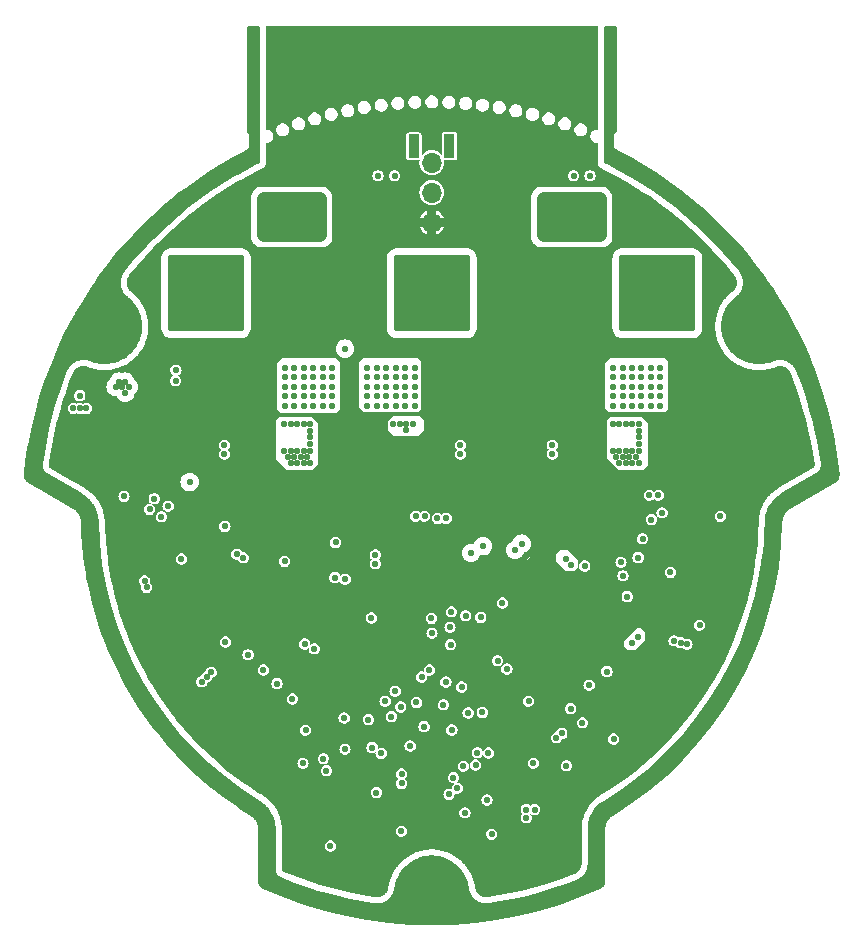
<source format=gbr>
%TF.GenerationSoftware,KiCad,Pcbnew,8.0.6-8.0.6-0~ubuntu22.04.1*%
%TF.CreationDate,Date%
%TF.ProjectId,amulet_controller,616d756c-6574-45f6-936f-6e74726f6c6c,1.1*%
%TF.SameCoordinates,Original*%
%TF.FileFunction,Copper,L5,Inr*%
%TF.FilePolarity,Positive*%
%FSLAX46Y46*%
G04 Gerber Fmt 4.6, Leading zero omitted, Abs format (unit mm)*
G04 Created by KiCad*
%MOMM*%
%LPD*%
G01*
G04 APERTURE LIST*
G04 Aperture macros list*
%AMRoundRect*
0 Rectangle with rounded corners*
0 $1 Rounding radius*
0 $2 $3 $4 $5 $6 $7 $8 $9 X,Y pos of 4 corners*
0 Add a 4 corners polygon primitive as box body*
4,1,4,$2,$3,$4,$5,$6,$7,$8,$9,$2,$3,0*
0 Add four circle primitives for the rounded corners*
1,1,$1+$1,$2,$3*
1,1,$1+$1,$4,$5*
1,1,$1+$1,$6,$7*
1,1,$1+$1,$8,$9*
0 Add four rect primitives between the rounded corners*
20,1,$1+$1,$2,$3,$4,$5,0*
20,1,$1+$1,$4,$5,$6,$7,0*
20,1,$1+$1,$6,$7,$8,$9,0*
20,1,$1+$1,$8,$9,$2,$3,0*%
G04 Aperture macros list end*
%TA.AperFunction,ComponentPad*%
%ADD10C,0.550000*%
%TD*%
%TA.AperFunction,ComponentPad*%
%ADD11C,0.800000*%
%TD*%
%TA.AperFunction,ComponentPad*%
%ADD12C,5.300000*%
%TD*%
%TA.AperFunction,ComponentPad*%
%ADD13C,1.700000*%
%TD*%
%TA.AperFunction,ComponentPad*%
%ADD14O,1.700000X1.700000*%
%TD*%
%TA.AperFunction,ComponentPad*%
%ADD15C,2.000000*%
%TD*%
%TA.AperFunction,ComponentPad*%
%ADD16RoundRect,0.325000X2.925000X2.925000X-2.925000X2.925000X-2.925000X-2.925000X2.925000X-2.925000X0*%
%TD*%
%TA.AperFunction,ComponentPad*%
%ADD17RoundRect,0.325000X-2.925000X-2.925000X2.925000X-2.925000X2.925000X2.925000X-2.925000X2.925000X0*%
%TD*%
%TA.AperFunction,ComponentPad*%
%ADD18RoundRect,0.415000X2.510000X1.660000X-2.510000X1.660000X-2.510000X-1.660000X2.510000X-1.660000X0*%
%TD*%
%TA.AperFunction,ComponentPad*%
%ADD19R,0.900000X2.000000*%
%TD*%
%TA.AperFunction,ComponentPad*%
%ADD20RoundRect,0.090000X0.360000X0.910000X-0.360000X0.910000X-0.360000X-0.910000X0.360000X-0.910000X0*%
%TD*%
%TA.AperFunction,ComponentPad*%
%ADD21C,0.600000*%
%TD*%
%TA.AperFunction,ViaPad*%
%ADD22C,0.550000*%
%TD*%
%TA.AperFunction,ViaPad*%
%ADD23C,0.600000*%
%TD*%
G04 APERTURE END LIST*
D10*
%TO.N,GND*%
%TO.C,U10*%
X170350400Y-87900100D03*
X170850400Y-87000100D03*
X170850400Y-88800100D03*
X171350400Y-87900100D03*
%TD*%
D11*
%TO.N,CHASSIS*%
%TO.C,H2*%
X119587588Y-76078560D03*
X118469366Y-74621265D03*
X121408754Y-76318321D03*
D12*
X120787588Y-74000099D03*
D11*
X122866049Y-75200099D03*
X120166422Y-71681877D03*
X123105810Y-73378933D03*
X121987588Y-71921638D03*
%TD*%
D13*
%TO.N,GND*%
%TO.C,J11*%
X148500400Y-65215100D03*
D14*
%TO.N,/Project Architecture/Interface - FD-CAN/FDCAN_P*%
X148500400Y-62675100D03*
%TO.N,/Project Architecture/Interface - FD-CAN/FDCAN_N*%
X148500400Y-60135100D03*
%TD*%
D11*
%TO.N,CHASSIS*%
%TO.C,H1*%
X150900400Y-122000100D03*
X150197456Y-123697156D03*
X150197456Y-120303044D03*
D12*
X148500400Y-122000100D03*
D11*
X148500400Y-119600100D03*
X146803344Y-123697156D03*
X146803344Y-120303044D03*
X146100400Y-122000100D03*
%TD*%
D10*
%TO.N,/Project Architecture/Motor Control - Top Level/Motor Control - Inverter/PHA*%
%TO.C,J3*%
X170550400Y-74150100D03*
X170550400Y-72220100D03*
X170550400Y-71710100D03*
X170550400Y-71200100D03*
X170550400Y-70690100D03*
X170550400Y-70180100D03*
X170550400Y-68250100D03*
X170100400Y-71965100D03*
X170100400Y-71455100D03*
X170100400Y-70945100D03*
X170100400Y-70435100D03*
D15*
X169750400Y-73350100D03*
X169750400Y-69050100D03*
D10*
X169650400Y-72220100D03*
X169650400Y-71710100D03*
X169650400Y-71200100D03*
X169650400Y-70690100D03*
X169650400Y-70180100D03*
X168620400Y-74150100D03*
X168620400Y-73250100D03*
X168620400Y-69150100D03*
X168620400Y-68250100D03*
X168365400Y-73700100D03*
X168365400Y-68700100D03*
X168110400Y-74150100D03*
X168110400Y-73250100D03*
X168110400Y-69150100D03*
X168110400Y-68250100D03*
X167855400Y-73700100D03*
X167855400Y-68700100D03*
X167600400Y-74150100D03*
X167600400Y-73250100D03*
D16*
X167600400Y-71200100D03*
D10*
X167600400Y-69150100D03*
X167600400Y-68250100D03*
X167345400Y-73700100D03*
X167345400Y-68700100D03*
X167090400Y-74150100D03*
X167090400Y-73250100D03*
X167090400Y-69150100D03*
X167090400Y-68250100D03*
X166835400Y-73700100D03*
X166835400Y-68700100D03*
X166580400Y-74150100D03*
X166580400Y-73250100D03*
X166580400Y-69150100D03*
X166580400Y-68250100D03*
X165550400Y-72220100D03*
X165550400Y-71710100D03*
X165550400Y-71200100D03*
X165550400Y-70690100D03*
X165550400Y-70180100D03*
D15*
X165450400Y-73350100D03*
X165450400Y-69050100D03*
D10*
X165100400Y-71965100D03*
X165100400Y-71455100D03*
X165100400Y-70945100D03*
X165100400Y-70435100D03*
X164650400Y-74150100D03*
X164650400Y-72220100D03*
X164650400Y-71710100D03*
X164650400Y-71200100D03*
X164650400Y-70690100D03*
X164650400Y-70180100D03*
X164650400Y-68250100D03*
%TD*%
%TO.N,/Project Architecture/Motor Control - Top Level/Motor Control - Inverter/PHB*%
%TO.C,J4*%
X151450400Y-74150100D03*
X151450400Y-72220100D03*
X151450400Y-71710100D03*
X151450400Y-71200100D03*
X151450400Y-70690100D03*
X151450400Y-70180100D03*
X151450400Y-68250100D03*
X151000400Y-71965100D03*
X151000400Y-71455100D03*
X151000400Y-70945100D03*
X151000400Y-70435100D03*
D15*
X150650400Y-73350100D03*
X150650400Y-69050100D03*
D10*
X150550400Y-72220100D03*
X150550400Y-71710100D03*
X150550400Y-71200100D03*
X150550400Y-70690100D03*
X150550400Y-70180100D03*
X149520400Y-74150100D03*
X149520400Y-73250100D03*
X149520400Y-69150100D03*
X149520400Y-68250100D03*
X149265400Y-73700100D03*
X149265400Y-68700100D03*
X149010400Y-74150100D03*
X149010400Y-73250100D03*
X149010400Y-69150100D03*
X149010400Y-68250100D03*
X148755400Y-73700100D03*
X148755400Y-68700100D03*
X148500400Y-74150100D03*
X148500400Y-73250100D03*
D16*
X148500400Y-71200100D03*
D10*
X148500400Y-69150100D03*
X148500400Y-68250100D03*
X148245400Y-73700100D03*
X148245400Y-68700100D03*
X147990400Y-74150100D03*
X147990400Y-73250100D03*
X147990400Y-69150100D03*
X147990400Y-68250100D03*
X147735400Y-73700100D03*
X147735400Y-68700100D03*
X147480400Y-74150100D03*
X147480400Y-73250100D03*
X147480400Y-69150100D03*
X147480400Y-68250100D03*
X146450400Y-72220100D03*
X146450400Y-71710100D03*
X146450400Y-71200100D03*
X146450400Y-70690100D03*
X146450400Y-70180100D03*
D15*
X146350400Y-73350100D03*
X146350400Y-69050100D03*
D10*
X146000400Y-71965100D03*
X146000400Y-71455100D03*
X146000400Y-70945100D03*
X146000400Y-70435100D03*
X145550400Y-74150100D03*
X145550400Y-72220100D03*
X145550400Y-71710100D03*
X145550400Y-71200100D03*
X145550400Y-70690100D03*
X145550400Y-70180100D03*
X145550400Y-68250100D03*
%TD*%
%TO.N,/Project Architecture/Motor Control - Top Level/Motor Control - Inverter/PHC*%
%TO.C,J5*%
X126450400Y-68250100D03*
X126450400Y-70180100D03*
X126450400Y-70690100D03*
X126450400Y-71200100D03*
X126450400Y-71710100D03*
X126450400Y-72220100D03*
X126450400Y-74150100D03*
X126900400Y-70435100D03*
X126900400Y-70945100D03*
X126900400Y-71455100D03*
X126900400Y-71965100D03*
D15*
X127250400Y-69050100D03*
X127250400Y-73350100D03*
D10*
X127350400Y-70180100D03*
X127350400Y-70690100D03*
X127350400Y-71200100D03*
X127350400Y-71710100D03*
X127350400Y-72220100D03*
X128380400Y-68250100D03*
X128380400Y-69150100D03*
X128380400Y-73250100D03*
X128380400Y-74150100D03*
X128635400Y-68700100D03*
X128635400Y-73700100D03*
X128890400Y-68250100D03*
X128890400Y-69150100D03*
X128890400Y-73250100D03*
X128890400Y-74150100D03*
X129145400Y-68700100D03*
X129145400Y-73700100D03*
X129400400Y-68250100D03*
X129400400Y-69150100D03*
D17*
X129400400Y-71200100D03*
D10*
X129400400Y-73250100D03*
X129400400Y-74150100D03*
X129655400Y-68700100D03*
X129655400Y-73700100D03*
X129910400Y-68250100D03*
X129910400Y-69150100D03*
X129910400Y-73250100D03*
X129910400Y-74150100D03*
X130165400Y-68700100D03*
X130165400Y-73700100D03*
X130420400Y-68250100D03*
X130420400Y-69150100D03*
X130420400Y-73250100D03*
X130420400Y-74150100D03*
X131450400Y-70180100D03*
X131450400Y-70690100D03*
X131450400Y-71200100D03*
X131450400Y-71710100D03*
X131450400Y-72220100D03*
D15*
X131550400Y-69050100D03*
X131550400Y-73350100D03*
D10*
X131900400Y-70435100D03*
X131900400Y-70945100D03*
X131900400Y-71455100D03*
X131900400Y-71965100D03*
X132350400Y-68250100D03*
X132350400Y-70180100D03*
X132350400Y-70690100D03*
X132350400Y-71200100D03*
X132350400Y-71710100D03*
X132350400Y-72220100D03*
X132350400Y-74150100D03*
%TD*%
%TO.N,GND*%
%TO.C,U6*%
X150275238Y-93943998D03*
X149306502Y-92975262D03*
X150275238Y-95556202D03*
X149469136Y-94750100D03*
X148500400Y-93781364D03*
X147694298Y-92975262D03*
X149306502Y-96524938D03*
X148500400Y-95718836D03*
X147531664Y-94750100D03*
X146725562Y-93943998D03*
X147694298Y-96524938D03*
X146725562Y-95556202D03*
%TD*%
D11*
%TO.N,CHASSIS*%
%TO.C,H3*%
X175013211Y-71921639D03*
X173894989Y-73378934D03*
X176834377Y-71681878D03*
D12*
X176213211Y-74000100D03*
D11*
X174134750Y-75200100D03*
X175592045Y-76318322D03*
X178531433Y-74621266D03*
X177413211Y-76078561D03*
%TD*%
D10*
%TO.N,GND*%
%TO.C,J1*%
X155780400Y-66280100D03*
X155780400Y-65770100D03*
X155780400Y-65260100D03*
X155780400Y-64750100D03*
X155780400Y-64240100D03*
X155780400Y-63730100D03*
X155780400Y-63220100D03*
X155330400Y-66535100D03*
X155330400Y-66025100D03*
X155330400Y-65515100D03*
X155330400Y-65005100D03*
X155330400Y-64495100D03*
X155330400Y-63985100D03*
X155330400Y-63475100D03*
X155330400Y-62965100D03*
X154880400Y-66280100D03*
X154880400Y-65770100D03*
X154880400Y-65260100D03*
X154880400Y-64750100D03*
X154880400Y-64240100D03*
X154880400Y-63730100D03*
X154880400Y-63220100D03*
X154430400Y-66535100D03*
X154430400Y-66025100D03*
X154430400Y-63475100D03*
X154430400Y-62965100D03*
X153980400Y-66280100D03*
X153980400Y-63220100D03*
X153530400Y-66535100D03*
X153530400Y-62965100D03*
D18*
X153150400Y-64750100D03*
D10*
X152770400Y-66535100D03*
X152770400Y-62965100D03*
X152320400Y-66280100D03*
X152320400Y-63220100D03*
X151870400Y-66535100D03*
X151870400Y-66025100D03*
X151870400Y-63475100D03*
X151870400Y-62965100D03*
X151420400Y-66280100D03*
X151420400Y-65770100D03*
X151420400Y-65260100D03*
X151420400Y-64750100D03*
X151420400Y-64240100D03*
X151420400Y-63730100D03*
X151420400Y-63220100D03*
X150970400Y-66535100D03*
X150970400Y-66025100D03*
X150970400Y-65515100D03*
X150970400Y-65005100D03*
X150970400Y-64495100D03*
X150970400Y-63985100D03*
X150970400Y-63475100D03*
X150970400Y-62965100D03*
X150520400Y-66280100D03*
X150520400Y-65770100D03*
X150520400Y-65260100D03*
X150520400Y-64750100D03*
X150520400Y-64240100D03*
X150520400Y-63730100D03*
X150520400Y-63220100D03*
%TO.N,+VBAT*%
X162980400Y-66280100D03*
X162980400Y-65770100D03*
X162980400Y-65260100D03*
X162980400Y-64750100D03*
X162980400Y-64240100D03*
X162980400Y-63730100D03*
X162980400Y-63220100D03*
X162530400Y-66535100D03*
X162530400Y-66025100D03*
X162530400Y-65515100D03*
X162530400Y-65005100D03*
X162530400Y-64495100D03*
X162530400Y-63985100D03*
X162530400Y-63475100D03*
X162530400Y-62965100D03*
X162080400Y-66280100D03*
X162080400Y-65770100D03*
X162080400Y-65260100D03*
X162080400Y-64750100D03*
X162080400Y-64240100D03*
X162080400Y-63730100D03*
X162080400Y-63220100D03*
X161630400Y-66535100D03*
X161630400Y-66025100D03*
X161630400Y-63475100D03*
X161630400Y-62965100D03*
X161180400Y-66280100D03*
X161180400Y-63220100D03*
X160730400Y-66535100D03*
X160730400Y-62965100D03*
D18*
X160350400Y-64750100D03*
D10*
X159970400Y-66535100D03*
X159970400Y-62965100D03*
X159520400Y-66280100D03*
X159520400Y-63220100D03*
X159070400Y-66535100D03*
X159070400Y-66025100D03*
X159070400Y-63475100D03*
X159070400Y-62965100D03*
X158620400Y-66280100D03*
X158620400Y-65770100D03*
X158620400Y-65260100D03*
X158620400Y-64750100D03*
X158620400Y-64240100D03*
X158620400Y-63730100D03*
X158620400Y-63220100D03*
X158170400Y-66535100D03*
X158170400Y-66025100D03*
X158170400Y-65515100D03*
X158170400Y-65005100D03*
X158170400Y-64495100D03*
X158170400Y-63985100D03*
X158170400Y-63475100D03*
X158170400Y-62965100D03*
X157720400Y-66280100D03*
X157720400Y-65770100D03*
X157720400Y-65260100D03*
X157720400Y-64750100D03*
X157720400Y-64240100D03*
X157720400Y-63730100D03*
X157720400Y-63220100D03*
D19*
%TO.N,unconnected-(J1-PadMP1)*%
X150000400Y-58750100D03*
%TO.N,CHASSIS*%
X163500400Y-58750100D03*
%TD*%
D10*
%TO.N,GND*%
%TO.C,J2*%
X146480400Y-66280100D03*
X146480400Y-65770100D03*
X146480400Y-65260100D03*
X146480400Y-64750100D03*
X146480400Y-64240100D03*
X146480400Y-63730100D03*
X146480400Y-63220100D03*
X146030400Y-66535100D03*
X146030400Y-66025100D03*
X146030400Y-65515100D03*
X146030400Y-65005100D03*
X146030400Y-64495100D03*
X146030400Y-63985100D03*
X146030400Y-63475100D03*
X146030400Y-62965100D03*
X145580400Y-66280100D03*
X145580400Y-65770100D03*
X145580400Y-65260100D03*
X145580400Y-64750100D03*
X145580400Y-64240100D03*
X145580400Y-63730100D03*
X145580400Y-63220100D03*
X145130400Y-66535100D03*
X145130400Y-66025100D03*
X145130400Y-63475100D03*
X145130400Y-62965100D03*
X144680400Y-66280100D03*
X144680400Y-63220100D03*
X144230400Y-66535100D03*
X144230400Y-62965100D03*
D18*
X143850400Y-64750100D03*
D10*
X143470400Y-66535100D03*
X143470400Y-62965100D03*
X143020400Y-66280100D03*
X143020400Y-63220100D03*
X142570400Y-66535100D03*
X142570400Y-66025100D03*
X142570400Y-63475100D03*
X142570400Y-62965100D03*
X142120400Y-66280100D03*
X142120400Y-65770100D03*
X142120400Y-65260100D03*
X142120400Y-64750100D03*
X142120400Y-64240100D03*
X142120400Y-63730100D03*
X142120400Y-63220100D03*
X141670400Y-66535100D03*
X141670400Y-66025100D03*
X141670400Y-65515100D03*
X141670400Y-65005100D03*
X141670400Y-64495100D03*
X141670400Y-63985100D03*
X141670400Y-63475100D03*
X141670400Y-62965100D03*
X141220400Y-66280100D03*
X141220400Y-65770100D03*
X141220400Y-65260100D03*
X141220400Y-64750100D03*
X141220400Y-64240100D03*
X141220400Y-63730100D03*
X141220400Y-63220100D03*
%TO.N,+VBAT*%
X139280400Y-66280100D03*
X139280400Y-65770100D03*
X139280400Y-65260100D03*
X139280400Y-64750100D03*
X139280400Y-64240100D03*
X139280400Y-63730100D03*
X139280400Y-63220100D03*
X138830400Y-66535100D03*
X138830400Y-66025100D03*
X138830400Y-65515100D03*
X138830400Y-65005100D03*
X138830400Y-64495100D03*
X138830400Y-63985100D03*
X138830400Y-63475100D03*
X138830400Y-62965100D03*
X138380400Y-66280100D03*
X138380400Y-65770100D03*
X138380400Y-65260100D03*
X138380400Y-64750100D03*
X138380400Y-64240100D03*
X138380400Y-63730100D03*
X138380400Y-63220100D03*
X137930400Y-66535100D03*
X137930400Y-66025100D03*
X137930400Y-63475100D03*
X137930400Y-62965100D03*
X137480400Y-66280100D03*
X137480400Y-63220100D03*
X137030400Y-66535100D03*
X137030400Y-62965100D03*
D18*
X136650400Y-64750100D03*
D10*
X136270400Y-66535100D03*
X136270400Y-62965100D03*
X135820400Y-66280100D03*
X135820400Y-63220100D03*
X135370400Y-66535100D03*
X135370400Y-66025100D03*
X135370400Y-63475100D03*
X135370400Y-62965100D03*
X134920400Y-66280100D03*
X134920400Y-65770100D03*
X134920400Y-65260100D03*
X134920400Y-64750100D03*
X134920400Y-64240100D03*
X134920400Y-63730100D03*
X134920400Y-63220100D03*
X134470400Y-66535100D03*
X134470400Y-66025100D03*
X134470400Y-65515100D03*
X134470400Y-65005100D03*
X134470400Y-64495100D03*
X134470400Y-63985100D03*
X134470400Y-63475100D03*
X134470400Y-62965100D03*
X134020400Y-66280100D03*
X134020400Y-65770100D03*
X134020400Y-65260100D03*
X134020400Y-64750100D03*
X134020400Y-64240100D03*
X134020400Y-63730100D03*
X134020400Y-63220100D03*
D20*
%TO.N,unconnected-(J2-PadMP1)*%
X147000400Y-58750100D03*
%TO.N,CHASSIS*%
X133500400Y-58750100D03*
%TD*%
D21*
%TO.N,GND*%
%TO.C,U4*%
X129275399Y-91125097D03*
X129275399Y-92125097D03*
%TD*%
D22*
%TO.N,/Project Architecture/Interface - Interconnects/RS422_D-*%
X135400400Y-104250100D03*
%TO.N,/Project Architecture/Interface - Interconnects/RS422_D+*%
X136700400Y-105550100D03*
%TO.N,/Project Architecture/Interface - Interconnects/RS422_R+*%
X132949946Y-101800554D03*
%TO.N,/Project Architecture/Interface - Interconnects/RS422_R-*%
X134249946Y-103100554D03*
%TO.N,/Project Architecture/Interface - Interconnects/AUX2_B*%
X151580400Y-106730100D03*
X145875400Y-106225100D03*
X150200400Y-108175100D03*
%TO.N,/Project Architecture/Interface - Interconnects/AUX2_C*%
X147200000Y-105850000D03*
X149474423Y-106036038D03*
%TO.N,/Project Architecture/Interface - Interconnects/POS_SENSOR_CS*%
X144550400Y-105750100D03*
%TO.N,/Project Architecture/Interface - Interconnects/AUX1_A*%
X144210400Y-110155600D03*
X165047697Y-96889056D03*
%TO.N,GND*%
X161950000Y-100250000D03*
X155850400Y-95080100D03*
X158175000Y-97350000D03*
X157325400Y-84440000D03*
X130700400Y-87250100D03*
X139840400Y-54190100D03*
X155330000Y-84820000D03*
X147230400Y-50380100D03*
X131175400Y-86425100D03*
X130490400Y-101440100D03*
X129793442Y-95260516D03*
X140350400Y-84475100D03*
X122650400Y-94150100D03*
X139875400Y-85300100D03*
X119250400Y-78100100D03*
X137300400Y-52920100D03*
X155800000Y-86750000D03*
X155325000Y-87025000D03*
X123300400Y-95150100D03*
X173450000Y-70900000D03*
X162995426Y-95977304D03*
X130225400Y-88625100D03*
X138706633Y-100143867D03*
X170450400Y-82475100D03*
X170450400Y-85775100D03*
X143650400Y-52920100D03*
X158430400Y-52920100D03*
X141110400Y-54190100D03*
X131175400Y-88075100D03*
X150374999Y-86225000D03*
X153775400Y-91425100D03*
X159400000Y-97475000D03*
X174200400Y-85720100D03*
X156530400Y-121370100D03*
X163925000Y-95375000D03*
X128330400Y-92780100D03*
X152950400Y-59750100D03*
X172647279Y-91254860D03*
X131175400Y-88625100D03*
X119750400Y-78950100D03*
X155050400Y-95880100D03*
X168300000Y-67100000D03*
X170450400Y-84675100D03*
X159700400Y-50380100D03*
X155325000Y-87575000D03*
X150850000Y-85950000D03*
X178340400Y-78610100D03*
X161525000Y-99900000D03*
X139840400Y-52920100D03*
X155325000Y-86475000D03*
X154850400Y-102240100D03*
X151400400Y-101250100D03*
X158430400Y-54190100D03*
X139650400Y-105350100D03*
X149900000Y-85400000D03*
X136410400Y-117690100D03*
X155525400Y-112125100D03*
X144980400Y-97780100D03*
X140350400Y-85025100D03*
X163975000Y-94825000D03*
X157925000Y-95550000D03*
X152340000Y-84440000D03*
X171652374Y-90988273D03*
X120250400Y-78100100D03*
X138570400Y-50380100D03*
X156470400Y-107130100D03*
X138475000Y-57825000D03*
X163425000Y-95600000D03*
X138465397Y-91990097D03*
X159800000Y-97875000D03*
X130211373Y-98425478D03*
X132400400Y-101275100D03*
X163475000Y-95050000D03*
X151800000Y-86500000D03*
X166890402Y-95750097D03*
X137100400Y-100450100D03*
X170450400Y-80825100D03*
X150375000Y-86775000D03*
X157160400Y-54190100D03*
X167640400Y-87500100D03*
X167190400Y-89500100D03*
X126550400Y-84675100D03*
X163750000Y-94300000D03*
X155450400Y-95480100D03*
X138570400Y-54190100D03*
X118600400Y-83850100D03*
X163250000Y-94550000D03*
X134800400Y-109070100D03*
X144100400Y-87700100D03*
X156275000Y-85375000D03*
X129750400Y-86700100D03*
X126550400Y-80275100D03*
X128175400Y-99900100D03*
X148950000Y-86500000D03*
X174310400Y-92290100D03*
X147825400Y-107100100D03*
X155800000Y-86200000D03*
X158060400Y-100050100D03*
X143275000Y-101500000D03*
X155890400Y-52920100D03*
X151700400Y-110550100D03*
X132360000Y-61870000D03*
X165694609Y-91625600D03*
X138475000Y-99000000D03*
X149770400Y-49110100D03*
X128450400Y-103550100D03*
X145630400Y-98470100D03*
X151325000Y-87325000D03*
X137070400Y-108360100D03*
X153350400Y-51650100D03*
X152150400Y-106190100D03*
X152750000Y-86500000D03*
X152275000Y-86775000D03*
X123200400Y-84680100D03*
X133630001Y-61870000D03*
X136100400Y-98300100D03*
X120700400Y-87620100D03*
X148900400Y-103650100D03*
X124000400Y-99350100D03*
X144305000Y-84575100D03*
X134900000Y-60950000D03*
X149425000Y-85675000D03*
X149425000Y-86775000D03*
X155230400Y-97540100D03*
X157525000Y-95150000D03*
X154850000Y-87300000D03*
X162460400Y-103960100D03*
X126550400Y-84125100D03*
X155800000Y-87300000D03*
X139875400Y-84200100D03*
X130700400Y-89450100D03*
X130225400Y-86975100D03*
X140350400Y-85575100D03*
X123550000Y-70900000D03*
X170450400Y-80275100D03*
X129750400Y-88350100D03*
X148500400Y-52920100D03*
X142690400Y-103600100D03*
X157160400Y-51650100D03*
X154620400Y-54190100D03*
X130700400Y-88900100D03*
X151270400Y-59270100D03*
X118025400Y-79150100D03*
X149425000Y-87325000D03*
X147230400Y-49110100D03*
X137300400Y-54190100D03*
X139840400Y-51650100D03*
X149475400Y-107925100D03*
X158450000Y-96850000D03*
X156150400Y-61810100D03*
X140020400Y-120300100D03*
X148500400Y-51650100D03*
X116550400Y-85675100D03*
X160340400Y-117690100D03*
X155890400Y-54190100D03*
X156280000Y-84260000D03*
X154850000Y-86750000D03*
X126730400Y-89760100D03*
X131175400Y-89725100D03*
X122990400Y-88940100D03*
X149770400Y-52920100D03*
X155805000Y-84545000D03*
X150375000Y-87325000D03*
X130700400Y-86700100D03*
X158430400Y-51650100D03*
X152750000Y-87050000D03*
X149770400Y-50380100D03*
X155325000Y-85925000D03*
X155850400Y-94520100D03*
X159700400Y-52920100D03*
X147230400Y-51650100D03*
X178120400Y-85940100D03*
X178340400Y-82210100D03*
X140225400Y-104775100D03*
X131175400Y-89175100D03*
X167450400Y-105425100D03*
X135070400Y-110240100D03*
X164550400Y-108500100D03*
X142380400Y-52920100D03*
X139375400Y-85000100D03*
X127300000Y-67100000D03*
X175580400Y-93560100D03*
X129750400Y-87250100D03*
X126550400Y-82475100D03*
X137300400Y-51650100D03*
X130225400Y-88075100D03*
X154200400Y-91775100D03*
X128700000Y-67100000D03*
X141050400Y-91950100D03*
X180080400Y-83110100D03*
X138570400Y-51650100D03*
X155450400Y-94120100D03*
X170450400Y-85225100D03*
X170450400Y-81375100D03*
X143650400Y-50380100D03*
X151800000Y-87050000D03*
X142380400Y-54190100D03*
X150286082Y-104586488D03*
X152600400Y-119700100D03*
X159700400Y-55460100D03*
X143650400Y-51650100D03*
X156950400Y-113200100D03*
X141930400Y-103030100D03*
X173401930Y-90680646D03*
X139375400Y-85550100D03*
X149425000Y-86225000D03*
X154620400Y-50380100D03*
X123150000Y-70500000D03*
X145630400Y-99050100D03*
X158325000Y-95950000D03*
X131130400Y-110070100D03*
X171250400Y-89520100D03*
X126550400Y-83575100D03*
X149900000Y-86500000D03*
X130225400Y-89175100D03*
X142880000Y-84850100D03*
X150225400Y-106225100D03*
X149900000Y-87050000D03*
X123950000Y-71300000D03*
X156975400Y-93250100D03*
X166875000Y-98750000D03*
X141110400Y-52920100D03*
X156275000Y-87025000D03*
X128211422Y-93459571D03*
X160514999Y-85499998D03*
X170450400Y-81925100D03*
X129400000Y-67100000D03*
X129535000Y-84435001D03*
X129250400Y-102750100D03*
X155890400Y-50380100D03*
X130225400Y-86425100D03*
X140390400Y-109700100D03*
X153110400Y-97010100D03*
X159700400Y-51650100D03*
X129860400Y-108800100D03*
X170450400Y-84125100D03*
X150375000Y-85675000D03*
X154850000Y-85100000D03*
X134825400Y-103700100D03*
X141110400Y-51650100D03*
X146430400Y-105720100D03*
X129750400Y-87800100D03*
X142490400Y-102480100D03*
X159700400Y-54190100D03*
X131175400Y-86975100D03*
X140770400Y-105450100D03*
X154850000Y-85650000D03*
X128680400Y-89630100D03*
X155890400Y-51650100D03*
X157160400Y-50380100D03*
X158430400Y-50380100D03*
X131175400Y-87525100D03*
X169000000Y-67100000D03*
X153350400Y-52920100D03*
X161500000Y-99350000D03*
X123200400Y-86440100D03*
X129750400Y-89450100D03*
X126550400Y-81925100D03*
X144800400Y-109659650D03*
X150850000Y-87050000D03*
X157300400Y-106350100D03*
X141290400Y-121500100D03*
X148925400Y-100650100D03*
X175580400Y-88480100D03*
X178340400Y-80410100D03*
X128000000Y-67100000D03*
X130225400Y-87525100D03*
X155800000Y-85650000D03*
X157060400Y-116140100D03*
X180080400Y-84900100D03*
X180080400Y-84000100D03*
X149770400Y-51650100D03*
X139100400Y-102500100D03*
X156530400Y-120250100D03*
X150175400Y-89650100D03*
X143100400Y-94575100D03*
X169880400Y-101660100D03*
X132810400Y-103270100D03*
X149900000Y-85950000D03*
X154855000Y-84545000D03*
X157800400Y-117690100D03*
X160340400Y-116420100D03*
X145350400Y-116200100D03*
X130700400Y-87800100D03*
X153350400Y-50380100D03*
X143830000Y-84300100D03*
X153140400Y-98050100D03*
X175580400Y-92290100D03*
X157600000Y-97350000D03*
X145100400Y-106290100D03*
X132650400Y-92800100D03*
X153810400Y-56730100D03*
X156275000Y-86475000D03*
X124780400Y-73240100D03*
X158810400Y-100800100D03*
X170450400Y-83025100D03*
X132400400Y-110070100D03*
X126550400Y-83025100D03*
X144400400Y-119650100D03*
X152275000Y-87325000D03*
X145630400Y-97890100D03*
X156275000Y-87575000D03*
X141110400Y-50380100D03*
X126550400Y-85775100D03*
X139875400Y-84750100D03*
X170450400Y-83575100D03*
X130225400Y-89725100D03*
X152720400Y-121500100D03*
X161550000Y-100650000D03*
X144720400Y-59270100D03*
X139375400Y-84450100D03*
X129750400Y-88900100D03*
X178340400Y-83110100D03*
X124780400Y-70700100D03*
X121440400Y-89160100D03*
X152725400Y-117000100D03*
X169700000Y-67100000D03*
X139840400Y-50380100D03*
X137225400Y-106100100D03*
X153380400Y-96530100D03*
X130700399Y-88350100D03*
X156280000Y-84820000D03*
X131130400Y-108800100D03*
X161700400Y-105900100D03*
X143355000Y-84575100D03*
X161000000Y-99100000D03*
X154620400Y-51650100D03*
X137300400Y-50380100D03*
X145340400Y-105670100D03*
X156950400Y-113900100D03*
X164525400Y-92275100D03*
X140010400Y-110920100D03*
X131180000Y-85870000D03*
X155275400Y-114775100D03*
X118600400Y-83300100D03*
X124780400Y-71970100D03*
X152850400Y-109500100D03*
X148525400Y-89575100D03*
X160514997Y-84924997D03*
X155325000Y-85375000D03*
X150850000Y-86500000D03*
X126550400Y-81375100D03*
X142380400Y-51650100D03*
X143050400Y-92875100D03*
X163250000Y-94000000D03*
X167600000Y-67100000D03*
X178340400Y-79510100D03*
X155330000Y-84260000D03*
X171750401Y-97435100D03*
X143650400Y-56730100D03*
X151325000Y-86775000D03*
X173850000Y-70500000D03*
X170450400Y-86325100D03*
X165580400Y-92870100D03*
X131300400Y-99020100D03*
X143355000Y-85125100D03*
X156275400Y-93950100D03*
X148500400Y-57700100D03*
X158750000Y-97350000D03*
X173050000Y-71300000D03*
X143700400Y-106750100D03*
X136410400Y-116420100D03*
X170370072Y-93192654D03*
X158725000Y-96350000D03*
X171550400Y-98600100D03*
X157160400Y-52920100D03*
X178340400Y-81310100D03*
X153600400Y-114770100D03*
X164623195Y-101752895D03*
X126550400Y-80825100D03*
X178340400Y-84010100D03*
X138570400Y-52920100D03*
X149950400Y-112850100D03*
X152025900Y-114850100D03*
X126550400Y-85225100D03*
X154620400Y-52920100D03*
X156275000Y-85925000D03*
X155550000Y-102650000D03*
X124780400Y-74510100D03*
X157125000Y-104150000D03*
X155800000Y-85100000D03*
X147230400Y-52920100D03*
X143830000Y-84850100D03*
X168006289Y-92734084D03*
X143250400Y-112900100D03*
X148950000Y-87050000D03*
X145950400Y-109750100D03*
X142380400Y-50380100D03*
X145325000Y-99525000D03*
X137300400Y-55460100D03*
X131630400Y-101330100D03*
X139650400Y-106100100D03*
X139560400Y-118690100D03*
X154850000Y-86200000D03*
X161230400Y-59270100D03*
%TO.N,+3V3*%
X150100400Y-100950100D03*
X153575400Y-117000100D03*
X172940400Y-90090100D03*
X141080400Y-107160100D03*
X171180400Y-99310100D03*
X145925400Y-116750100D03*
X132550400Y-93600100D03*
X127300400Y-93700100D03*
X163904867Y-108940100D03*
X156700400Y-105750100D03*
X132000400Y-93300100D03*
X168710398Y-94830098D03*
X139580400Y-111615600D03*
X157100400Y-111000100D03*
X131020400Y-100720100D03*
%TO.N,/Project Architecture/Interface - Interconnects/AUX1_B*%
X164687500Y-95112500D03*
X151170400Y-111250100D03*
%TO.N,/Project Architecture/Interface - Interconnects/AUX1_C*%
X146668726Y-109536181D03*
X164518917Y-93981083D03*
%TO.N,+5V*%
X118150400Y-80950100D03*
X129428082Y-103689154D03*
X125000400Y-88600100D03*
X169563202Y-100777947D03*
X159900400Y-111200100D03*
X170109274Y-100921879D03*
X166920400Y-88300100D03*
X119250400Y-80950100D03*
X124200000Y-95550000D03*
X124350400Y-96100100D03*
X129830400Y-103290100D03*
X167690400Y-88300100D03*
X118700400Y-80950100D03*
X145950400Y-111910100D03*
X129030400Y-104090100D03*
X169016454Y-100629058D03*
X137600400Y-111000100D03*
%TO.N,/Project Architecture/Interface - Interconnects/AUX2_A*%
X145078994Y-107039297D03*
X152775900Y-106695600D03*
%TO.N,/Project Architecture/Interface - Interconnects/NRST*%
X163330400Y-103230100D03*
X160269167Y-106368867D03*
%TO.N,/Project Architecture/Interface - RS-422/RS422_~{RE}*%
X143128418Y-107291700D03*
%TO.N,/Project Architecture/Interface - RS-422/RS422_DE*%
X141150400Y-109800100D03*
%TO.N,+VBAT*%
X166025400Y-83975100D03*
X136050400Y-79125100D03*
X146250400Y-79125100D03*
X166025400Y-85550100D03*
X167050400Y-80725100D03*
X144650400Y-79125100D03*
X136850400Y-79125100D03*
X136850400Y-80725100D03*
X138225400Y-83975100D03*
X145249600Y-82250000D03*
X137650400Y-80725100D03*
X137675400Y-82250100D03*
X163850400Y-80725100D03*
X167050400Y-77525100D03*
X137125400Y-84550100D03*
X144650400Y-79925100D03*
X136575400Y-84550100D03*
X166025400Y-82825100D03*
X147050400Y-77525100D03*
X163825400Y-82250100D03*
X145450400Y-79125100D03*
X165200400Y-85050100D03*
X164925400Y-82250100D03*
X139250400Y-79925100D03*
X165450400Y-78325100D03*
X143050400Y-79125100D03*
X143850400Y-80725100D03*
X139250400Y-77525100D03*
X137400400Y-85050100D03*
X137125400Y-85550100D03*
X139250400Y-79125100D03*
X146250400Y-79925100D03*
X166250400Y-79125100D03*
X138225400Y-84550100D03*
X146350000Y-82250101D03*
X147050400Y-79125100D03*
X166250400Y-80725100D03*
X145450400Y-77525100D03*
X137675400Y-85550100D03*
X164650400Y-80725100D03*
X145450400Y-79925100D03*
X136300400Y-85050100D03*
X166025400Y-83400100D03*
X165750400Y-85050100D03*
X143050400Y-78325100D03*
X143050400Y-77525100D03*
X167850400Y-78325100D03*
X164650400Y-85050100D03*
X166025400Y-82250100D03*
X140050400Y-80725100D03*
X121725400Y-79150100D03*
X167850400Y-80725100D03*
X137675400Y-84550100D03*
X143850400Y-79925100D03*
X163850400Y-79925100D03*
X137125400Y-82250100D03*
X164650400Y-78325100D03*
X167850400Y-79925100D03*
X147050400Y-79925100D03*
X165475400Y-85550100D03*
X165450400Y-79925100D03*
X165450400Y-77525100D03*
X138450400Y-78325100D03*
X136850400Y-77525100D03*
X145800000Y-82250100D03*
X122825400Y-79150100D03*
X166025400Y-84550100D03*
X136575400Y-85550100D03*
X138450400Y-79125100D03*
X138225400Y-83400100D03*
X137650400Y-78325100D03*
X166250400Y-78325100D03*
X137650400Y-79125100D03*
X164925400Y-84550100D03*
X164650400Y-77525100D03*
X151830400Y-93190100D03*
X140050400Y-79925100D03*
X167050400Y-78325100D03*
X155550400Y-92950100D03*
X136850400Y-79925100D03*
X164100400Y-85050100D03*
X146250400Y-77525100D03*
X138450400Y-79925100D03*
X122275400Y-79150100D03*
X122550400Y-78675100D03*
X137650400Y-79925100D03*
X164925400Y-85550100D03*
X164375400Y-82250100D03*
X141140000Y-75879999D03*
X136050400Y-79925100D03*
X146250400Y-78325100D03*
X147050400Y-78325100D03*
X136850400Y-85050100D03*
X146350000Y-82800000D03*
X140050400Y-79125100D03*
X144650400Y-78325100D03*
X167050400Y-79925100D03*
X165450400Y-80725100D03*
X143050400Y-80725100D03*
X136050400Y-80725100D03*
X166250400Y-77525100D03*
X165450400Y-79125100D03*
X139250400Y-80725100D03*
X144650400Y-80725100D03*
X146250400Y-80725100D03*
X136575400Y-82250100D03*
X167850400Y-79125100D03*
X136025400Y-84550100D03*
X146900000Y-82250100D03*
X163850400Y-78325100D03*
X166250400Y-79925100D03*
X138225400Y-85550100D03*
X138450400Y-80725100D03*
X143850400Y-79125100D03*
X143850400Y-77525100D03*
X167050400Y-79125100D03*
X138225400Y-82250100D03*
X156100400Y-92400100D03*
X145450400Y-80725100D03*
X163825400Y-84550100D03*
X143050400Y-79925100D03*
X164375400Y-84550100D03*
X122000400Y-78675100D03*
X167850400Y-77525100D03*
X138225400Y-82825100D03*
X136850400Y-78325100D03*
X137950400Y-85050100D03*
X147050400Y-80725100D03*
X136050400Y-77525100D03*
X164375400Y-85550100D03*
X144650400Y-77525100D03*
X164650400Y-79125100D03*
X140050400Y-78325100D03*
X139250400Y-78325100D03*
X128000400Y-87200100D03*
X122550400Y-79625100D03*
X143850400Y-78325100D03*
X136025400Y-82250100D03*
X165475400Y-84550100D03*
X137650400Y-77525100D03*
X136050400Y-78325100D03*
X163850400Y-79125100D03*
X163850400Y-77525100D03*
X140050400Y-77525100D03*
X145450400Y-78325100D03*
X138450400Y-77525100D03*
X164650400Y-79925100D03*
X165475400Y-82250100D03*
X152820400Y-92620100D03*
%TO.N,/Project Architecture/Interface - Interconnects/SWCLK*%
X161817645Y-104383639D03*
X161256633Y-107575600D03*
%TO.N,/Project Architecture/Interface - Interconnects/AUX1_D*%
X151303208Y-115191929D03*
X138550400Y-101307187D03*
X165975000Y-93575000D03*
%TO.N,+A3V3*%
X140300400Y-95275100D03*
X141170400Y-95420100D03*
X139925400Y-118000100D03*
X137816667Y-108203833D03*
X140350400Y-92300100D03*
X143375000Y-98700000D03*
X126810000Y-78610000D03*
%TO.N,/Project Architecture/Interface - Interconnects/AUX1_E*%
X137750400Y-100900100D03*
X166356633Y-91983867D03*
X153180400Y-114110100D03*
%TO.N,/Project Architecture/Interface - FD-CAN/FDCAN_RX*%
X168000400Y-89795600D03*
X152205730Y-111144770D03*
%TO.N,/Project Architecture/Interface - FD-CAN/FDCAN_TX*%
X152350400Y-110100100D03*
X167090400Y-90360100D03*
%TO.N,/Project Architecture/Interface - Interconnects/AUX2_D*%
X147850900Y-107888812D03*
X153300400Y-110126858D03*
%TO.N,/Project Architecture/Motor Control - Top Level/SA_P*%
X158700400Y-84065000D03*
X149716733Y-90260424D03*
%TO.N,/Project Architecture/Motor Control - Top Level/SA_N*%
X148966733Y-90260424D03*
X158700400Y-84815000D03*
%TO.N,/Project Architecture/Motor Control - Top Level/SB_N*%
X150920000Y-84814900D03*
X147901061Y-90073668D03*
%TO.N,/Project Architecture/Motor Control - Top Level/SB_P*%
X150920000Y-84064900D03*
X147151061Y-90073668D03*
%TO.N,/Project Architecture/Motor Control - Top Level/SC_P*%
X130935000Y-84065000D03*
X143713881Y-93347074D03*
%TO.N,/Project Architecture/Motor Control - Top Level/SC_N*%
X143713881Y-94097074D03*
X130935000Y-84815000D03*
%TO.N,/Project Architecture/Power - Generation/FB_5V*%
X122440400Y-88400100D03*
X118700000Y-79870000D03*
D23*
%TO.N,CHASSIS*%
X170777735Y-108464471D03*
X175472950Y-69412939D03*
X125570643Y-64990024D03*
X162430414Y-119692338D03*
X177425786Y-90523075D03*
X118972061Y-89168624D03*
X131510355Y-60629532D03*
X163600000Y-52050000D03*
X156537912Y-122980106D03*
X128983003Y-62244038D03*
X176325797Y-97920800D03*
X175878215Y-99352288D03*
X132825039Y-59907564D03*
X181836824Y-86849866D03*
X168017797Y-62244038D03*
X124392710Y-106058918D03*
X121603718Y-100758649D03*
X157986721Y-122592036D03*
X181917049Y-84118484D03*
X133400000Y-56550000D03*
X117722066Y-88349837D03*
X129310470Y-111693787D03*
X126183079Y-108464442D03*
X173367469Y-104789887D03*
X119601049Y-92021427D03*
X180362171Y-78331540D03*
X133400000Y-49050000D03*
X166501097Y-112657519D03*
X175357096Y-100758678D03*
X152108600Y-123755700D03*
X115693277Y-81190610D03*
X155073382Y-123303807D03*
X131657334Y-113560380D03*
X122860779Y-103481102D03*
X116598643Y-78331511D03*
X181624640Y-82647385D03*
X164060709Y-114400063D03*
X128212672Y-110671858D03*
X119744494Y-93514384D03*
X162210683Y-121049799D03*
X176995750Y-94997937D03*
D22*
X143950400Y-61250100D03*
D23*
X174100035Y-103481131D03*
X174536555Y-68241277D03*
X172513186Y-66027657D03*
X169791541Y-109594471D03*
X134530400Y-119692309D03*
X114816610Y-85601032D03*
X143364830Y-123562478D03*
X133400000Y-52050000D03*
X172568104Y-106058947D03*
X163600000Y-49050000D03*
X127169273Y-109594442D03*
X115336174Y-82647356D03*
X123451472Y-67112110D03*
X181267537Y-81190639D03*
X177216320Y-93514413D03*
X163600000Y-56550000D03*
X120635017Y-97920771D03*
X134095814Y-115289815D03*
X163600000Y-50550000D03*
X180537789Y-87599866D03*
X166771959Y-61408860D03*
D22*
X160500400Y-61250100D03*
D23*
X182144204Y-85601061D03*
X123593345Y-104789858D03*
X115123990Y-86849837D03*
X163600000Y-53550000D03*
X116423025Y-87599837D03*
D22*
X145350400Y-61250100D03*
D23*
X130228841Y-61408860D03*
X168748142Y-110671887D03*
X173549328Y-67112110D03*
X122196975Y-102136159D03*
X130459717Y-112657490D03*
X121527850Y-69412939D03*
D22*
X161900400Y-61250100D03*
D23*
X134750131Y-121049770D03*
X169131983Y-63063230D03*
X126698448Y-64001241D03*
X177988753Y-89168653D03*
X133400000Y-53550000D03*
X134530400Y-118192307D03*
X163600000Y-55050000D03*
X159416972Y-122140351D03*
X176698646Y-96468051D03*
X162865000Y-115289844D03*
X164175761Y-59907564D03*
X167650344Y-111693816D03*
X125256725Y-107284877D03*
X124487614Y-66027657D03*
X134530400Y-116692305D03*
X144852214Y-123755671D03*
X171704089Y-107284906D03*
X119965064Y-94997908D03*
X115043765Y-84118455D03*
X171430157Y-64990024D03*
X122464245Y-68241277D03*
X117145136Y-76934737D03*
X170302352Y-64001241D03*
X165490445Y-60629532D03*
X119535028Y-90523046D03*
X138974093Y-122592007D03*
X116114370Y-79751058D03*
X179238748Y-88349866D03*
X174763839Y-102136188D03*
X133400000Y-50550000D03*
X127868817Y-63063230D03*
X120262168Y-96468022D03*
X137543842Y-122140322D03*
X141887432Y-123303778D03*
X165303480Y-113560409D03*
X179815678Y-76934766D03*
X160825873Y-121625940D03*
X121082599Y-99352259D03*
X136134941Y-121625911D03*
X180846444Y-79751087D03*
X140422902Y-122980077D03*
X162430414Y-118192336D03*
X133400000Y-55050000D03*
X162430414Y-116692334D03*
X132900105Y-114400034D03*
X177359765Y-92021456D03*
X153595984Y-123562507D03*
D22*
%TO.N,+12V*%
X159510400Y-108470100D03*
X159050400Y-108840100D03*
X156500400Y-115610100D03*
X157200400Y-114910100D03*
X156500400Y-114910100D03*
%TO.N,/Project Architecture/Power - Generation/FB_12V*%
X154475400Y-97425100D03*
X161457468Y-94287066D03*
%TO.N,/Project Architecture/Power - Generation/VOS_3V3*%
X130980400Y-90940100D03*
X136050400Y-93900100D03*
%TO.N,/Project Architecture/MCU - IOs/FAN_CTRL*%
X150339375Y-112209435D03*
%TO.N,/Project Architecture/MCU - IOs/MOTOR_FAULT*%
X143450400Y-109660100D03*
X148300400Y-103100100D03*
%TO.N,/Project Architecture/MCU - IOs/DRV_MISO*%
X150670891Y-113101039D03*
X149694167Y-104106333D03*
%TO.N,/Project Architecture/MCU - IOs/SENSE_VBAT*%
X126174900Y-89225100D03*
X145952325Y-112705708D03*
%TO.N,/Project Architecture/MCU - IOs/SENSE_TEMP_FET*%
X139318535Y-110610100D03*
X126840000Y-77720000D03*
X124601490Y-89498371D03*
%TO.N,/Project Architecture/MCU - IOs/SENSE_TEMP_MOT*%
X143813220Y-113475600D03*
%TO.N,/Project Architecture/MCU - IOs/BOARD_VERSION*%
X147650400Y-103700100D03*
%TO.N,/Project Architecture/MCU - IOs/DRV_SCLK*%
X151040400Y-104540100D03*
X149962313Y-113631160D03*
%TO.N,/Project Architecture/MCU - IOs/DRV_CS*%
X148471105Y-98729395D03*
X145400400Y-104900100D03*
%TO.N,/Project Architecture/MCU - IOs/MOTOR_HIZ*%
X152650400Y-98640100D03*
X150154370Y-98171130D03*
X151375400Y-98500100D03*
%TO.N,/Project Architecture/MCU - IOs/MOTOR_ENABLE*%
X150047263Y-99478237D03*
X154076633Y-102313867D03*
%TO.N,/Project Architecture/MCU - IOs/DRV_MOSI*%
X148519167Y-99981333D03*
X154861721Y-103019442D03*
%TO.N,/Project Architecture/Power - Generation/F_VIN_12V*%
X165940665Y-100302066D03*
X160310665Y-94187066D03*
X165465665Y-100777066D03*
X159835665Y-93712066D03*
%TO.N,/Project Architecture/Power - Generation/PG_5V*%
X125600400Y-90125100D03*
%TD*%
%TA.AperFunction,Conductor*%
%TO.N,CHASSIS*%
G36*
X176920953Y-70103405D02*
G01*
X176920953Y-70103406D01*
X177450937Y-70878530D01*
X177451133Y-70878826D01*
X177900729Y-71584421D01*
X178054757Y-71826152D01*
X178054949Y-71826465D01*
X178313416Y-72262623D01*
X178626717Y-72791314D01*
X178626905Y-72791643D01*
X179166495Y-73773190D01*
X179166671Y-73773523D01*
X179673777Y-74770928D01*
X179673943Y-74771267D01*
X180148284Y-75783766D01*
X180148438Y-75784110D01*
X180585415Y-76800913D01*
X180589662Y-76810794D01*
X180589805Y-76811140D01*
X180610883Y-76864897D01*
X180997662Y-77851309D01*
X180997793Y-77851662D01*
X181371911Y-78904340D01*
X181372032Y-78904697D01*
X181712164Y-79969202D01*
X181712273Y-79969563D01*
X182018082Y-81045012D01*
X182018179Y-81045376D01*
X182289355Y-82130935D01*
X182289441Y-82131303D01*
X182525693Y-83226190D01*
X182525767Y-83226561D01*
X182726784Y-84329961D01*
X182726845Y-84330334D01*
X182892312Y-85441344D01*
X182892362Y-85441720D01*
X183021961Y-86559494D01*
X183022016Y-86560110D01*
X183025181Y-86610567D01*
X183025203Y-86611418D01*
X183024695Y-86661350D01*
X183024656Y-86662196D01*
X183020569Y-86711579D01*
X183020470Y-86712414D01*
X183012890Y-86761093D01*
X183012731Y-86761915D01*
X183001752Y-86809666D01*
X183001537Y-86810470D01*
X182987233Y-86857175D01*
X182986963Y-86857958D01*
X182969426Y-86903443D01*
X182969101Y-86904204D01*
X182948420Y-86948284D01*
X182948043Y-86949018D01*
X182924313Y-86991512D01*
X182923885Y-86992219D01*
X182897170Y-87032999D01*
X182896691Y-87033677D01*
X182867103Y-87072527D01*
X182866576Y-87073170D01*
X182834167Y-87109972D01*
X182833592Y-87110579D01*
X182798507Y-87145104D01*
X182797886Y-87145673D01*
X182760162Y-87177795D01*
X182759497Y-87178321D01*
X182719216Y-87207870D01*
X182718512Y-87208348D01*
X182675633Y-87235239D01*
X182675267Y-87235460D01*
X178837155Y-89451375D01*
X178800589Y-89473290D01*
X178764888Y-89496307D01*
X178730147Y-89520338D01*
X178696244Y-89545460D01*
X178663340Y-89571533D01*
X178631362Y-89598597D01*
X178600337Y-89626620D01*
X178570330Y-89655533D01*
X178570320Y-89655543D01*
X178550967Y-89675423D01*
X178541286Y-89685368D01*
X178513284Y-89716042D01*
X178486300Y-89747564D01*
X178460353Y-89779902D01*
X178435504Y-89812986D01*
X178411713Y-89846857D01*
X178389034Y-89881424D01*
X178367479Y-89916671D01*
X178347017Y-89952653D01*
X178327735Y-89989216D01*
X178309607Y-90026419D01*
X178292664Y-90064184D01*
X178276914Y-90102512D01*
X178262376Y-90141383D01*
X178249077Y-90180729D01*
X178237010Y-90220581D01*
X178226221Y-90260844D01*
X178216708Y-90301511D01*
X178208484Y-90342620D01*
X178201579Y-90384055D01*
X178195996Y-90425839D01*
X178191767Y-90467904D01*
X178188897Y-90510246D01*
X178187406Y-90552784D01*
X178187398Y-90552968D01*
X178090684Y-92456997D01*
X178090622Y-92457742D01*
X177874093Y-94337541D01*
X177873985Y-94338277D01*
X177540409Y-96189322D01*
X177540254Y-96190046D01*
X177092451Y-98007426D01*
X177092252Y-98008136D01*
X176533004Y-99787037D01*
X176532762Y-99787730D01*
X175864873Y-101523300D01*
X175864589Y-101523975D01*
X175090859Y-103211377D01*
X175090534Y-103212031D01*
X174213763Y-104846401D01*
X174213398Y-104847033D01*
X173236387Y-106423524D01*
X173235983Y-106424133D01*
X172161519Y-107937906D01*
X172161077Y-107938489D01*
X170991983Y-109384678D01*
X170991504Y-109385235D01*
X169730539Y-110759025D01*
X169730023Y-110759552D01*
X168380028Y-112056068D01*
X168379478Y-112056563D01*
X166943248Y-113270941D01*
X166942665Y-113271404D01*
X165422953Y-114398844D01*
X165422338Y-114399270D01*
X163821732Y-115435059D01*
X163821577Y-115435157D01*
X163785550Y-115457675D01*
X163750271Y-115481362D01*
X163715955Y-115506066D01*
X163682578Y-115531773D01*
X163650142Y-115558480D01*
X163618653Y-115586153D01*
X163588190Y-115614720D01*
X163558708Y-115644210D01*
X163530240Y-115674569D01*
X163502789Y-115705790D01*
X163476411Y-115737796D01*
X163451096Y-115770592D01*
X163426847Y-115804164D01*
X163403704Y-115838453D01*
X163403700Y-115838459D01*
X163382229Y-115873793D01*
X163360755Y-115909133D01*
X163322400Y-115982361D01*
X163322370Y-115982423D01*
X163304967Y-116019897D01*
X163288729Y-116057995D01*
X163273708Y-116096592D01*
X163259892Y-116135734D01*
X163247332Y-116175321D01*
X163236017Y-116215385D01*
X163225969Y-116255880D01*
X163217225Y-116296694D01*
X163217221Y-116296717D01*
X163209773Y-116337945D01*
X163203643Y-116379509D01*
X163203642Y-116379513D01*
X163198843Y-116421386D01*
X163195398Y-116463524D01*
X163193318Y-116505943D01*
X163192621Y-116548531D01*
X163192622Y-120980380D01*
X163192614Y-120980806D01*
X163190770Y-121031411D01*
X163190708Y-121032263D01*
X163185254Y-121081914D01*
X163185132Y-121082749D01*
X163176179Y-121131489D01*
X163176002Y-121132292D01*
X163163641Y-121179973D01*
X163163402Y-121180776D01*
X163147736Y-121227232D01*
X163147442Y-121228009D01*
X163128593Y-121273055D01*
X163128246Y-121273809D01*
X163106290Y-121317328D01*
X163105892Y-121318052D01*
X163080949Y-121359861D01*
X163080501Y-121360555D01*
X163052675Y-121400498D01*
X163052179Y-121401159D01*
X163021551Y-121439097D01*
X163021006Y-121439725D01*
X162987715Y-121475449D01*
X162987128Y-121476036D01*
X162951243Y-121509439D01*
X162950610Y-121509987D01*
X162912264Y-121540872D01*
X162911590Y-121541376D01*
X162870859Y-121569605D01*
X162870146Y-121570062D01*
X162827142Y-121595475D01*
X162826393Y-121595881D01*
X162781179Y-121618331D01*
X162780506Y-121618639D01*
X161063105Y-122339833D01*
X161062521Y-122340060D01*
X159317882Y-122965111D01*
X159317289Y-122965306D01*
X157549333Y-123494200D01*
X157548733Y-123494362D01*
X155761366Y-123927091D01*
X155760760Y-123927221D01*
X153957863Y-124263786D01*
X153957253Y-124263884D01*
X152142683Y-124504290D01*
X152142069Y-124504355D01*
X150319729Y-124648599D01*
X150319114Y-124648631D01*
X148492909Y-124696711D01*
X148492293Y-124696711D01*
X146666085Y-124648631D01*
X146665470Y-124648599D01*
X144843133Y-124504356D01*
X144842519Y-124504291D01*
X143027950Y-124263880D01*
X143027340Y-124263782D01*
X141224442Y-123927217D01*
X141223836Y-123927087D01*
X139436478Y-123494359D01*
X139435878Y-123494197D01*
X137667926Y-122965302D01*
X137667333Y-122965107D01*
X135922700Y-122340053D01*
X135922116Y-122339826D01*
X134204634Y-121618595D01*
X134204153Y-121618381D01*
X134181314Y-121607556D01*
X134180956Y-121607378D01*
X134158615Y-121595769D01*
X134158255Y-121595574D01*
X134136496Y-121583245D01*
X134136129Y-121583029D01*
X134125502Y-121576485D01*
X134114874Y-121569940D01*
X134114545Y-121569729D01*
X134093879Y-121555948D01*
X134093545Y-121555716D01*
X134073459Y-121541250D01*
X134073122Y-121540997D01*
X134053659Y-121525885D01*
X134053332Y-121525623D01*
X134034427Y-121509828D01*
X134034111Y-121509553D01*
X134033984Y-121509439D01*
X134015889Y-121493186D01*
X134015588Y-121492907D01*
X133997915Y-121475858D01*
X133997663Y-121475605D01*
X133980672Y-121458006D01*
X133980418Y-121457734D01*
X133964070Y-121439553D01*
X133963810Y-121439253D01*
X133948142Y-121420529D01*
X133947883Y-121420208D01*
X133940697Y-121410977D01*
X133932919Y-121400985D01*
X133932679Y-121400665D01*
X133932558Y-121400498D01*
X133918418Y-121380941D01*
X133918183Y-121380604D01*
X133904622Y-121360391D01*
X133904397Y-121360043D01*
X133904284Y-121359861D01*
X133891544Y-121339336D01*
X133891348Y-121339006D01*
X133879225Y-121317847D01*
X133879026Y-121317484D01*
X133867681Y-121295949D01*
X133867495Y-121295580D01*
X133856915Y-121273653D01*
X133856741Y-121273276D01*
X133846906Y-121250894D01*
X133846745Y-121250510D01*
X133837715Y-121227803D01*
X133837578Y-121227442D01*
X133829331Y-121204342D01*
X133829199Y-121203949D01*
X133825810Y-121193274D01*
X133821774Y-121180563D01*
X133821657Y-121180170D01*
X133821602Y-121179973D01*
X133815054Y-121156455D01*
X133814971Y-121156135D01*
X133809186Y-121132045D01*
X133809114Y-121131714D01*
X133804191Y-121107419D01*
X133804126Y-121107066D01*
X133800069Y-121082505D01*
X133800010Y-121082096D01*
X133799987Y-121081914D01*
X133796842Y-121057358D01*
X133796805Y-121057023D01*
X133794514Y-121031999D01*
X133794490Y-121031668D01*
X133793112Y-121006509D01*
X133793097Y-121006099D01*
X133792633Y-120980703D01*
X133792631Y-120980489D01*
X133792631Y-116548565D01*
X133792624Y-116548362D01*
X133789854Y-116463529D01*
X133785721Y-116421386D01*
X133781616Y-116379527D01*
X133781614Y-116379513D01*
X133781614Y-116379509D01*
X133768034Y-116296718D01*
X133749239Y-116215386D01*
X133725366Y-116135746D01*
X133725366Y-116135743D01*
X133710851Y-116096608D01*
X133696529Y-116057990D01*
X133691985Y-116047785D01*
X133662871Y-115982392D01*
X133662860Y-115982370D01*
X133624496Y-115909126D01*
X133581561Y-115838462D01*
X133581560Y-115838461D01*
X133581559Y-115838459D01*
X133581558Y-115838457D01*
X133534172Y-115770600D01*
X133482466Y-115705779D01*
X133482455Y-115705767D01*
X133482452Y-115705763D01*
X133440188Y-115659217D01*
X133426568Y-115644217D01*
X133366605Y-115586146D01*
X133302705Y-115531780D01*
X133234998Y-115481354D01*
X133163604Y-115435091D01*
X132740834Y-115171002D01*
X132353347Y-114928953D01*
X132353033Y-114928749D01*
X132061453Y-114733349D01*
X131562777Y-114399165D01*
X131562506Y-114398977D01*
X130792345Y-113846396D01*
X130792091Y-113846207D01*
X130042477Y-113271305D01*
X130042191Y-113271079D01*
X130042022Y-113270941D01*
X129841102Y-113106442D01*
X129313442Y-112674432D01*
X129313159Y-112674192D01*
X128946088Y-112353685D01*
X128605639Y-112056423D01*
X128605378Y-112056187D01*
X128605250Y-112056068D01*
X127919447Y-111417917D01*
X127919182Y-111417664D01*
X127255180Y-110759489D01*
X127254797Y-110759091D01*
X126829121Y-110295327D01*
X125993765Y-109385226D01*
X125993302Y-109384688D01*
X125452301Y-108715464D01*
X124824197Y-107938492D01*
X124823755Y-107937909D01*
X123749290Y-106424133D01*
X123748886Y-106423524D01*
X122771871Y-104847033D01*
X122771506Y-104846401D01*
X122369333Y-104096723D01*
X121894721Y-103212014D01*
X121894415Y-103211398D01*
X121120668Y-101523964D01*
X121120389Y-101523300D01*
X120896491Y-100941480D01*
X120452494Y-99787712D01*
X120452264Y-99787055D01*
X119892980Y-98008041D01*
X119892831Y-98007527D01*
X119892804Y-98007426D01*
X119654840Y-97103406D01*
X119654753Y-97103049D01*
X119444948Y-96189835D01*
X119444874Y-96189486D01*
X119383404Y-95876911D01*
X119263636Y-95267884D01*
X119263570Y-95267518D01*
X119219968Y-95001489D01*
X119111233Y-94338072D01*
X119111183Y-94337725D01*
X119082399Y-94118671D01*
X118988106Y-93401087D01*
X118988074Y-93400811D01*
X118894603Y-92457523D01*
X118894577Y-92457218D01*
X118831069Y-91507965D01*
X118831052Y-91507619D01*
X118797855Y-90552888D01*
X118797850Y-90552784D01*
X118793482Y-90467904D01*
X118783670Y-90384056D01*
X118768540Y-90301533D01*
X118748228Y-90220565D01*
X118722862Y-90141375D01*
X118692581Y-90064188D01*
X118674907Y-90026414D01*
X118657514Y-89989239D01*
X118657501Y-89989216D01*
X118644145Y-89964834D01*
X118617781Y-89916709D01*
X118595427Y-89881424D01*
X118573522Y-89846848D01*
X118573515Y-89846838D01*
X118524885Y-89779906D01*
X118524874Y-89779892D01*
X118471970Y-89716056D01*
X118471968Y-89716054D01*
X118471964Y-89716049D01*
X118414922Y-89655544D01*
X118353877Y-89598602D01*
X118337514Y-89585201D01*
X118288972Y-89545444D01*
X118220332Y-89496301D01*
X118220331Y-89496300D01*
X118220325Y-89496296D01*
X118220317Y-89496291D01*
X118220302Y-89496281D01*
X118170846Y-89465534D01*
X118148075Y-89451377D01*
X115257326Y-87782406D01*
X114309914Y-87235418D01*
X114309729Y-87235309D01*
X114287965Y-87222206D01*
X114287605Y-87221979D01*
X114266540Y-87208229D01*
X114266187Y-87207990D01*
X114245740Y-87193555D01*
X114245397Y-87193303D01*
X114225590Y-87178210D01*
X114225258Y-87177947D01*
X114206062Y-87162190D01*
X114205740Y-87161917D01*
X114187178Y-87145524D01*
X114186908Y-87145277D01*
X114169001Y-87128281D01*
X114168717Y-87128001D01*
X114151472Y-87110412D01*
X114151186Y-87110110D01*
X114151060Y-87109972D01*
X114134639Y-87091987D01*
X114134381Y-87091694D01*
X114118510Y-87073005D01*
X114118262Y-87072704D01*
X114103085Y-87053495D01*
X114102866Y-87053207D01*
X114088415Y-87033514D01*
X114088176Y-87033175D01*
X114074453Y-87013014D01*
X114074227Y-87012670D01*
X114061225Y-86992042D01*
X114061013Y-86991691D01*
X114048784Y-86970668D01*
X114048583Y-86970309D01*
X114037078Y-86948829D01*
X114036889Y-86948460D01*
X114026162Y-86926605D01*
X114025987Y-86926231D01*
X114016049Y-86904036D01*
X114015886Y-86903656D01*
X114015800Y-86903443D01*
X114006704Y-86881041D01*
X114006577Y-86880712D01*
X113998179Y-86857724D01*
X113998075Y-86857423D01*
X113990492Y-86834155D01*
X113990384Y-86833805D01*
X113983631Y-86810252D01*
X113983531Y-86809878D01*
X113977608Y-86786071D01*
X113977531Y-86785735D01*
X113972453Y-86761697D01*
X113972374Y-86761287D01*
X113972340Y-86761093D01*
X113968149Y-86737035D01*
X113968095Y-86736689D01*
X113964728Y-86712165D01*
X113964691Y-86711857D01*
X113962200Y-86687149D01*
X113962172Y-86686817D01*
X113960565Y-86661953D01*
X113960548Y-86661554D01*
X113959844Y-86636647D01*
X113959840Y-86636283D01*
X113960041Y-86611158D01*
X113960052Y-86610790D01*
X113961168Y-86585652D01*
X113961193Y-86585251D01*
X113963245Y-86559994D01*
X113963285Y-86559594D01*
X113976576Y-86444953D01*
X114092894Y-85441670D01*
X114092928Y-85441419D01*
X114258392Y-84330334D01*
X114258451Y-84329971D01*
X114377005Y-83679204D01*
X114459467Y-83226554D01*
X114459539Y-83226196D01*
X114695788Y-82131284D01*
X114695869Y-82130942D01*
X114695871Y-82130935D01*
X114967061Y-81045320D01*
X114967126Y-81045077D01*
X115272960Y-79969523D01*
X115273040Y-79969256D01*
X115613200Y-78904654D01*
X115613285Y-78904402D01*
X115987438Y-77851629D01*
X115987545Y-77851340D01*
X116395433Y-76811095D01*
X116395529Y-76810861D01*
X116836803Y-75784062D01*
X116836913Y-75783816D01*
X117311288Y-74771246D01*
X117311429Y-74770959D01*
X117818562Y-73773500D01*
X117818708Y-73773224D01*
X118358343Y-72791608D01*
X118358481Y-72791368D01*
X118930297Y-71826425D01*
X118930429Y-71826211D01*
X119534118Y-70878785D01*
X119534257Y-70878574D01*
X120163702Y-69957977D01*
X120170710Y-69953186D01*
X120174611Y-69952278D01*
X122379820Y-71225440D01*
X122513741Y-71307129D01*
X122642314Y-71394348D01*
X122706214Y-71442347D01*
X122765258Y-71486699D01*
X122765676Y-71487028D01*
X122882933Y-71584249D01*
X122883355Y-71584617D01*
X122995042Y-71686616D01*
X122995444Y-71687001D01*
X123101519Y-71793560D01*
X123101900Y-71793961D01*
X123202307Y-71904869D01*
X123202644Y-71905259D01*
X123275070Y-71993254D01*
X123297291Y-72020253D01*
X123297629Y-72020684D01*
X123386439Y-72139521D01*
X123386755Y-72139966D01*
X123469641Y-72262391D01*
X123469935Y-72262847D01*
X123546875Y-72388683D01*
X123547146Y-72389151D01*
X123618013Y-72518093D01*
X123618262Y-72518571D01*
X123683015Y-72650436D01*
X123683241Y-72650923D01*
X123741816Y-72785476D01*
X123742018Y-72785972D01*
X123794311Y-72922909D01*
X123794491Y-72923413D01*
X123840462Y-73062588D01*
X123840618Y-73063100D01*
X123880174Y-73204223D01*
X123880306Y-73204742D01*
X123913375Y-73347552D01*
X123913484Y-73348077D01*
X123939998Y-73492388D01*
X123940083Y-73492917D01*
X123959978Y-73638468D01*
X123960039Y-73639004D01*
X123973227Y-73785574D01*
X123973263Y-73786114D01*
X123979684Y-73933448D01*
X123979695Y-73933990D01*
X123979273Y-74081849D01*
X123979259Y-74082395D01*
X123971923Y-74230565D01*
X123971883Y-74231111D01*
X123957559Y-74379329D01*
X123957493Y-74379877D01*
X123936108Y-74527924D01*
X123936016Y-74528470D01*
X123907499Y-74676113D01*
X123907380Y-74676657D01*
X123871660Y-74823631D01*
X123871515Y-74824171D01*
X123828518Y-74970259D01*
X123828347Y-74970794D01*
X123777999Y-75115778D01*
X123777801Y-75116307D01*
X123720018Y-75259940D01*
X123719794Y-75260458D01*
X123654540Y-75402461D01*
X123654292Y-75402969D01*
X123582236Y-75541691D01*
X123581963Y-75542186D01*
X123504064Y-75675949D01*
X123503769Y-75676429D01*
X123420234Y-75805171D01*
X123419917Y-75805635D01*
X123330984Y-75929265D01*
X123330647Y-75929711D01*
X123236549Y-76048146D01*
X123236192Y-76048574D01*
X123137155Y-76161719D01*
X123136780Y-76162127D01*
X123033056Y-76269882D01*
X123032665Y-76270270D01*
X122924444Y-76372580D01*
X122924037Y-76372947D01*
X122811583Y-76469698D01*
X122811161Y-76470044D01*
X122694708Y-76561146D01*
X122694273Y-76561471D01*
X122574012Y-76646864D01*
X122573564Y-76647166D01*
X122449786Y-76726719D01*
X122449326Y-76727000D01*
X122322220Y-76800652D01*
X122321749Y-76800911D01*
X122191546Y-76868573D01*
X122191065Y-76868809D01*
X122058024Y-76930385D01*
X122057533Y-76930599D01*
X121921843Y-76986012D01*
X121921344Y-76986202D01*
X121783299Y-77035342D01*
X121782791Y-77035510D01*
X121642569Y-77078309D01*
X121642052Y-77078454D01*
X121499897Y-77114813D01*
X121499374Y-77114934D01*
X121355524Y-77144769D01*
X121354994Y-77144866D01*
X121209689Y-77168086D01*
X121209154Y-77168159D01*
X121062624Y-77184676D01*
X121062083Y-77184725D01*
X120914519Y-77194454D01*
X120913974Y-77194477D01*
X120765670Y-77197330D01*
X120765121Y-77197328D01*
X120616237Y-77193207D01*
X120615687Y-77193178D01*
X120466548Y-77182010D01*
X120465997Y-77181956D01*
X120316744Y-77163637D01*
X120316193Y-77163556D01*
X120178448Y-77139951D01*
X120167095Y-77138005D01*
X120166549Y-77137898D01*
X120017862Y-77105037D01*
X120017316Y-77104903D01*
X119869214Y-77064619D01*
X119868674Y-77064458D01*
X119721414Y-77016680D01*
X119720881Y-77016492D01*
X119574467Y-76961037D01*
X119574467Y-76961038D01*
X119574462Y-76961036D01*
X119504407Y-76934566D01*
X119492082Y-76930598D01*
X119433431Y-76911716D01*
X119361710Y-76892499D01*
X119361669Y-76892489D01*
X119289316Y-76876890D01*
X119289261Y-76876881D01*
X119238780Y-76868579D01*
X119216379Y-76864895D01*
X119143144Y-76856525D01*
X119143119Y-76856523D01*
X119143116Y-76856523D01*
X119125188Y-76855362D01*
X119069611Y-76851766D01*
X119030627Y-76851161D01*
X118995984Y-76850625D01*
X118995981Y-76850625D01*
X118995976Y-76850625D01*
X118922408Y-76853094D01*
X118848995Y-76859172D01*
X118848994Y-76859172D01*
X118775867Y-76868866D01*
X118703193Y-76882168D01*
X118703189Y-76882169D01*
X118631104Y-76899076D01*
X118631071Y-76899084D01*
X118559702Y-76919592D01*
X118489178Y-76943705D01*
X118489163Y-76943710D01*
X118489154Y-76943714D01*
X118455241Y-76957230D01*
X118419583Y-76971442D01*
X118419579Y-76971444D01*
X118351516Y-77002586D01*
X118351490Y-77002598D01*
X118285340Y-77036947D01*
X118285296Y-77036972D01*
X118221179Y-77074416D01*
X118221164Y-77074426D01*
X118159142Y-77114886D01*
X118159134Y-77114891D01*
X118099324Y-77158261D01*
X118041815Y-77204442D01*
X118041809Y-77204447D01*
X117986707Y-77253344D01*
X117934104Y-77304849D01*
X117884070Y-77358891D01*
X117884066Y-77358895D01*
X117836732Y-77415345D01*
X117792170Y-77474127D01*
X117750502Y-77535109D01*
X117750495Y-77535121D01*
X117750491Y-77535127D01*
X117711785Y-77598240D01*
X117711752Y-77598293D01*
X117676137Y-77663394D01*
X117676104Y-77663458D01*
X117643627Y-77730525D01*
X117643624Y-77730532D01*
X117614388Y-77799465D01*
X117253172Y-78756814D01*
X116921863Y-79724149D01*
X116620635Y-80700743D01*
X116349666Y-81685927D01*
X116109150Y-82678945D01*
X115899253Y-83679204D01*
X115720176Y-84685859D01*
X115572084Y-85698324D01*
X115566874Y-85754555D01*
X115565897Y-85810448D01*
X115569049Y-85865815D01*
X115576233Y-85920448D01*
X115587344Y-85974111D01*
X115587348Y-85974125D01*
X115602296Y-86026641D01*
X115602302Y-86026659D01*
X115620988Y-86077856D01*
X115632241Y-86102886D01*
X115643303Y-86127492D01*
X115656350Y-86151661D01*
X115669158Y-86175389D01*
X115669162Y-86175395D01*
X115698449Y-86221349D01*
X115731079Y-86265155D01*
X115766948Y-86306611D01*
X115766952Y-86306615D01*
X115766953Y-86306616D01*
X115766962Y-86306626D01*
X115786762Y-86326377D01*
X115805948Y-86345516D01*
X115827382Y-86363948D01*
X115847994Y-86381673D01*
X115892974Y-86414881D01*
X115892986Y-86414889D01*
X115940797Y-86444934D01*
X118897971Y-88152265D01*
X118898136Y-88152361D01*
X118976707Y-88199451D01*
X118977031Y-88199653D01*
X119053559Y-88248983D01*
X119053876Y-88249195D01*
X119128464Y-88300792D01*
X119128773Y-88301013D01*
X119201430Y-88354844D01*
X119201672Y-88355029D01*
X119254354Y-88396768D01*
X119272343Y-88411020D01*
X119272636Y-88411260D01*
X119341252Y-88469334D01*
X119341494Y-88469546D01*
X119408014Y-88529628D01*
X119408290Y-88529885D01*
X119472710Y-88591948D01*
X119472976Y-88592213D01*
X119535223Y-88656160D01*
X119535480Y-88656432D01*
X119595580Y-88722262D01*
X119595827Y-88722542D01*
X119653699Y-88790145D01*
X119653937Y-88790433D01*
X119709533Y-88859737D01*
X119709762Y-88860031D01*
X119763116Y-88931063D01*
X119763334Y-88931364D01*
X119814327Y-89003942D01*
X119814537Y-89004250D01*
X119863205Y-89078434D01*
X119863404Y-89078748D01*
X119909679Y-89154422D01*
X119909860Y-89154731D01*
X119932872Y-89195194D01*
X119953693Y-89231804D01*
X119953872Y-89232130D01*
X119995257Y-89310607D01*
X119995425Y-89310939D01*
X120034296Y-89390691D01*
X120034454Y-89391028D01*
X120070810Y-89472069D01*
X120070957Y-89472411D01*
X120104734Y-89554619D01*
X120104870Y-89554967D01*
X120136041Y-89638290D01*
X120136167Y-89638642D01*
X120164714Y-89723092D01*
X120164828Y-89723449D01*
X120190686Y-89808862D01*
X120190789Y-89809222D01*
X120213948Y-89895610D01*
X120214040Y-89895976D01*
X120234452Y-89983253D01*
X120234532Y-89983621D01*
X120252167Y-90071745D01*
X120252235Y-90072117D01*
X120267056Y-90161004D01*
X120267112Y-90161379D01*
X120279080Y-90250977D01*
X120279124Y-90251355D01*
X120288204Y-90341597D01*
X120288236Y-90341976D01*
X120294401Y-90432814D01*
X120294421Y-90433196D01*
X120297634Y-90524785D01*
X120389495Y-92333110D01*
X120595180Y-94118663D01*
X120912036Y-95876911D01*
X121337400Y-97603177D01*
X121337407Y-97603200D01*
X121868613Y-99292890D01*
X121868619Y-99292908D01*
X121868625Y-99292925D01*
X121868627Y-99292929D01*
X122503021Y-100941464D01*
X122503027Y-100941477D01*
X123237970Y-102544276D01*
X123237973Y-102544281D01*
X124070790Y-104096713D01*
X124070795Y-104096722D01*
X124998829Y-105594180D01*
X124998833Y-105594185D01*
X124998835Y-105594188D01*
X126019434Y-107032070D01*
X127129929Y-108405767D01*
X128327668Y-109710677D01*
X129609987Y-110942192D01*
X129609991Y-110942195D01*
X129610010Y-110942212D01*
X130974237Y-112095712D01*
X130974256Y-112095727D01*
X132417725Y-113166610D01*
X132417736Y-113166617D01*
X132417744Y-113166623D01*
X133468061Y-113846306D01*
X133937890Y-114150343D01*
X134015558Y-114198890D01*
X134015874Y-114199095D01*
X134091484Y-114249867D01*
X134091756Y-114250056D01*
X134091954Y-114250198D01*
X134165403Y-114303066D01*
X134165708Y-114303293D01*
X134237323Y-114358462D01*
X134237619Y-114358698D01*
X134307166Y-114415953D01*
X134307455Y-114416198D01*
X134374971Y-114475547D01*
X134375250Y-114475801D01*
X134440622Y-114537113D01*
X134440892Y-114537375D01*
X134504108Y-114600606D01*
X134504369Y-114600875D01*
X134565439Y-114666006D01*
X134565691Y-114666284D01*
X134624521Y-114733197D01*
X134624763Y-114733481D01*
X134681355Y-114802156D01*
X134681588Y-114802448D01*
X134735904Y-114872815D01*
X134736127Y-114873114D01*
X134788115Y-114945096D01*
X134788328Y-114945401D01*
X134837916Y-115018875D01*
X134838212Y-115019336D01*
X134911892Y-115140591D01*
X134930377Y-115171012D01*
X134930742Y-115171660D01*
X135013066Y-115328842D01*
X135013299Y-115329313D01*
X135050646Y-115409728D01*
X135050797Y-115410068D01*
X135085635Y-115491793D01*
X135085775Y-115492138D01*
X135118002Y-115574947D01*
X135118132Y-115575297D01*
X135147741Y-115659217D01*
X135147860Y-115659571D01*
X135174805Y-115744491D01*
X135174913Y-115744850D01*
X135199181Y-115830776D01*
X135199275Y-115831132D01*
X135201094Y-115838462D01*
X135220810Y-115917931D01*
X135220895Y-115918298D01*
X135239668Y-116005945D01*
X135239741Y-116006314D01*
X135255723Y-116094754D01*
X135255784Y-116095128D01*
X135268933Y-116184268D01*
X135268982Y-116184643D01*
X135279272Y-116274450D01*
X135279309Y-116274829D01*
X135286698Y-116365225D01*
X135286723Y-116365605D01*
X135291184Y-116456572D01*
X135291196Y-116456954D01*
X135292689Y-116548430D01*
X135292691Y-116548621D01*
X135292690Y-119118275D01*
X135292690Y-119963370D01*
X135294815Y-120019808D01*
X135294816Y-120019816D01*
X135294817Y-120019832D01*
X135301084Y-120075363D01*
X135301085Y-120075373D01*
X135311383Y-120129854D01*
X135311385Y-120129863D01*
X135325575Y-120183085D01*
X135334088Y-120207606D01*
X135343552Y-120234869D01*
X135352172Y-120254863D01*
X135365172Y-120285016D01*
X135390338Y-120333380D01*
X135418882Y-120379698D01*
X135418894Y-120379716D01*
X135450714Y-120423849D01*
X135450731Y-120423871D01*
X135480068Y-120458894D01*
X135485711Y-120465631D01*
X135523734Y-120504847D01*
X135564658Y-120541312D01*
X135608369Y-120574843D01*
X135631203Y-120589819D01*
X135654739Y-120605256D01*
X135684653Y-120621837D01*
X135703633Y-120632359D01*
X135754940Y-120655970D01*
X135754949Y-120655973D01*
X135754950Y-120655974D01*
X136705771Y-121033939D01*
X137667099Y-121382184D01*
X137667109Y-121382187D01*
X137667111Y-121382188D01*
X138638263Y-121700525D01*
X138898240Y-121776967D01*
X139618526Y-121988756D01*
X140607169Y-122246676D01*
X140607183Y-122246679D01*
X140607190Y-122246681D01*
X141603564Y-122474116D01*
X141603569Y-122474116D01*
X141603591Y-122474122D01*
X142142758Y-122579837D01*
X142606948Y-122670852D01*
X143056770Y-122744741D01*
X143616637Y-122836708D01*
X143687458Y-122845423D01*
X143690968Y-122845855D01*
X143690970Y-122845855D01*
X143690987Y-122845857D01*
X143765332Y-122851268D01*
X143770597Y-122851389D01*
X143839603Y-122852978D01*
X143913644Y-122851018D01*
X143952450Y-122848071D01*
X143987305Y-122845425D01*
X143987316Y-122845423D01*
X143987324Y-122845423D01*
X144060509Y-122836223D01*
X144133076Y-122823458D01*
X144204880Y-122807154D01*
X144275801Y-122787349D01*
X144345706Y-122764070D01*
X144414458Y-122737360D01*
X144481934Y-122707246D01*
X144547995Y-122673761D01*
X144612513Y-122636940D01*
X144675354Y-122596818D01*
X144736388Y-122553423D01*
X144795176Y-122507041D01*
X144851336Y-122458006D01*
X144904799Y-122406435D01*
X144955495Y-122352447D01*
X145003350Y-122296153D01*
X145048304Y-122237673D01*
X145090278Y-122177131D01*
X145129212Y-122114632D01*
X145165034Y-122050301D01*
X145197674Y-121984252D01*
X145227065Y-121916599D01*
X145253135Y-121847468D01*
X145275817Y-121776964D01*
X145295044Y-121705213D01*
X145310740Y-121632328D01*
X145313006Y-121618496D01*
X145322846Y-121558412D01*
X145328150Y-121525623D01*
X145346617Y-121411463D01*
X145346700Y-121411018D01*
X145376898Y-121266796D01*
X145377016Y-121266297D01*
X145413505Y-121124759D01*
X145413648Y-121124257D01*
X145426471Y-121082516D01*
X145456263Y-120985529D01*
X145456429Y-120985032D01*
X145458018Y-120980590D01*
X145505021Y-120849211D01*
X145505188Y-120848774D01*
X145559606Y-120715996D01*
X145559811Y-120715526D01*
X145570513Y-120692441D01*
X145619867Y-120585971D01*
X145620095Y-120585509D01*
X145657253Y-120513960D01*
X145685618Y-120459341D01*
X145685863Y-120458894D01*
X145701055Y-120432589D01*
X145756734Y-120336178D01*
X145756980Y-120335773D01*
X145833028Y-120216657D01*
X145833288Y-120216270D01*
X145914332Y-120100946D01*
X145914598Y-120100584D01*
X146000500Y-119989142D01*
X146000783Y-119988791D01*
X146091334Y-119881442D01*
X146091644Y-119881089D01*
X146186735Y-119777910D01*
X146187040Y-119777594D01*
X146286470Y-119678767D01*
X146286800Y-119678453D01*
X146390437Y-119584092D01*
X146390754Y-119583816D01*
X146498389Y-119494103D01*
X146498759Y-119493807D01*
X146610299Y-119408826D01*
X146610655Y-119408568D01*
X146725857Y-119328523D01*
X146726238Y-119328271D01*
X146845024Y-119253241D01*
X146845371Y-119253033D01*
X146967502Y-119183215D01*
X146967932Y-119182980D01*
X147093299Y-119118480D01*
X147093675Y-119118297D01*
X147222096Y-119059271D01*
X147222494Y-119059099D01*
X147353800Y-119005685D01*
X147354257Y-119005511D01*
X147488263Y-118957864D01*
X147488691Y-118957722D01*
X147625294Y-118915961D01*
X147625745Y-118915835D01*
X147764748Y-118880110D01*
X147765180Y-118880009D01*
X147906431Y-118850462D01*
X147906892Y-118850376D01*
X148050188Y-118827155D01*
X148050669Y-118827088D01*
X148195928Y-118810320D01*
X148196377Y-118810279D01*
X148343379Y-118800114D01*
X148343836Y-118800092D01*
X148492414Y-118796673D01*
X148492936Y-118796673D01*
X148641511Y-118800094D01*
X148641972Y-118800116D01*
X148788935Y-118810276D01*
X148789458Y-118810324D01*
X148934654Y-118827082D01*
X148935177Y-118827155D01*
X149078447Y-118850372D01*
X149078924Y-118850460D01*
X149220157Y-118880004D01*
X149220608Y-118880109D01*
X149359593Y-118915831D01*
X149360066Y-118915964D01*
X149496641Y-118957716D01*
X149497096Y-118957866D01*
X149631078Y-119005504D01*
X149631566Y-119005689D01*
X149762840Y-119059090D01*
X149763271Y-119059277D01*
X149891662Y-119118289D01*
X149892073Y-119118488D01*
X149992489Y-119170152D01*
X150017415Y-119182977D01*
X150017861Y-119183219D01*
X150139979Y-119253028D01*
X150140354Y-119253253D01*
X150259096Y-119328256D01*
X150259524Y-119328540D01*
X150374673Y-119408545D01*
X150375088Y-119408847D01*
X150486570Y-119493787D01*
X150486969Y-119494104D01*
X150594572Y-119583786D01*
X150594586Y-119583797D01*
X150594972Y-119584134D01*
X150698542Y-119678437D01*
X150698913Y-119678790D01*
X150798307Y-119777580D01*
X150798661Y-119777947D01*
X150893708Y-119881074D01*
X150894023Y-119881430D01*
X150912910Y-119903821D01*
X150984576Y-119988783D01*
X150984899Y-119989184D01*
X151070750Y-120100555D01*
X151071036Y-120100942D01*
X151091359Y-120129863D01*
X151152077Y-120216270D01*
X151152352Y-120216680D01*
X151226866Y-120333380D01*
X151228371Y-120335736D01*
X151228642Y-120336182D01*
X151299499Y-120458884D01*
X151299749Y-120459341D01*
X151342328Y-120541325D01*
X151365281Y-120585519D01*
X151365508Y-120585980D01*
X151367288Y-120589821D01*
X151425561Y-120715527D01*
X151425772Y-120716011D01*
X151480172Y-120848742D01*
X151480362Y-120849238D01*
X151528945Y-120985030D01*
X151529113Y-120985535D01*
X151571726Y-121124254D01*
X151571872Y-121124769D01*
X151608358Y-121266297D01*
X151608480Y-121266820D01*
X151638666Y-121410975D01*
X151638764Y-121411504D01*
X151662532Y-121558412D01*
X151674632Y-121632305D01*
X151674634Y-121632316D01*
X151674637Y-121632332D01*
X151690335Y-121705211D01*
X151709557Y-121776967D01*
X151715649Y-121795904D01*
X151732237Y-121847468D01*
X151758305Y-121916603D01*
X151758308Y-121916610D01*
X151787690Y-121984249D01*
X151787698Y-121984266D01*
X151820328Y-122050294D01*
X151820332Y-122050301D01*
X151856150Y-122114632D01*
X151856154Y-122114638D01*
X151895092Y-122177140D01*
X151937057Y-122237670D01*
X151937073Y-122237693D01*
X151982019Y-122296161D01*
X152029868Y-122352442D01*
X152029887Y-122352463D01*
X152080583Y-122406453D01*
X152134024Y-122457997D01*
X152134028Y-122458001D01*
X152152484Y-122474116D01*
X152190193Y-122507044D01*
X152190202Y-122507051D01*
X152248973Y-122553412D01*
X152248979Y-122553416D01*
X152248989Y-122553424D01*
X152310024Y-122596818D01*
X152310033Y-122596823D01*
X152310039Y-122596828D01*
X152372867Y-122636941D01*
X152372883Y-122636951D01*
X152402354Y-122653771D01*
X152437382Y-122673763D01*
X152437394Y-122673769D01*
X152437412Y-122673779D01*
X152503436Y-122707242D01*
X152503440Y-122707244D01*
X152570913Y-122737361D01*
X152639665Y-122764073D01*
X152709569Y-122787347D01*
X152780488Y-122807154D01*
X152852292Y-122823458D01*
X152924850Y-122836222D01*
X152998034Y-122845421D01*
X153071706Y-122851018D01*
X153145739Y-122852978D01*
X153216116Y-122851353D01*
X153220003Y-122851264D01*
X153294337Y-122845854D01*
X153294349Y-122845852D01*
X153294358Y-122845852D01*
X153368679Y-122836708D01*
X154313921Y-122682395D01*
X155253732Y-122501007D01*
X156187535Y-122292689D01*
X157114757Y-122057607D01*
X158034823Y-121795904D01*
X158947149Y-121507748D01*
X159851170Y-121193281D01*
X160746303Y-120852663D01*
X160799284Y-120830449D01*
X160851085Y-120806373D01*
X160901664Y-120780486D01*
X160951002Y-120752831D01*
X160999056Y-120723466D01*
X161045797Y-120692435D01*
X161091191Y-120659783D01*
X161135208Y-120625564D01*
X161177812Y-120589821D01*
X161218971Y-120552604D01*
X161258651Y-120513960D01*
X161296819Y-120473941D01*
X161333453Y-120432589D01*
X161368506Y-120389961D01*
X161401949Y-120346098D01*
X161433754Y-120301050D01*
X161463884Y-120254863D01*
X161492306Y-120207596D01*
X161518990Y-120159284D01*
X161543904Y-120109980D01*
X161567012Y-120059734D01*
X161588285Y-120008591D01*
X161607683Y-119956605D01*
X161625181Y-119903821D01*
X161640741Y-119850282D01*
X161654335Y-119796041D01*
X161665927Y-119741148D01*
X161675481Y-119685648D01*
X161682972Y-119629590D01*
X161688361Y-119573028D01*
X161691621Y-119516000D01*
X161692712Y-119458561D01*
X161692714Y-116548744D01*
X161692720Y-116548362D01*
X161698682Y-116365773D01*
X161698729Y-116365059D01*
X161716406Y-116184827D01*
X161716503Y-116184086D01*
X161717941Y-116175321D01*
X161745637Y-116006479D01*
X161745772Y-116005799D01*
X161786089Y-115831302D01*
X161786280Y-115830585D01*
X161837492Y-115659749D01*
X161837718Y-115659072D01*
X161899579Y-115492281D01*
X161899845Y-115491629D01*
X161972058Y-115329423D01*
X161972363Y-115328792D01*
X162054676Y-115171629D01*
X162055019Y-115171022D01*
X162147137Y-115019411D01*
X162147514Y-115018833D01*
X162249172Y-114873263D01*
X162249595Y-114872696D01*
X162360530Y-114733619D01*
X162360987Y-114733083D01*
X162480898Y-114601024D01*
X162481405Y-114600501D01*
X162610038Y-114475920D01*
X162610577Y-114475431D01*
X162747647Y-114358821D01*
X162748209Y-114358373D01*
X162893470Y-114250192D01*
X162894081Y-114249768D01*
X163047542Y-114150329D01*
X163817011Y-113669666D01*
X163817019Y-113669660D01*
X163817028Y-113669655D01*
X164567650Y-113166635D01*
X164567667Y-113166623D01*
X165299156Y-112641783D01*
X166011170Y-112095713D01*
X166703368Y-111528992D01*
X167375417Y-110942197D01*
X168026982Y-110335898D01*
X168657738Y-109710680D01*
X169855478Y-108405770D01*
X170965973Y-107032071D01*
X171986570Y-105594189D01*
X172914607Y-104096722D01*
X173747427Y-102544286D01*
X174482371Y-100941479D01*
X175116777Y-99292911D01*
X175647991Y-97603184D01*
X175874068Y-96744325D01*
X176073354Y-95876902D01*
X176245511Y-95001489D01*
X176390207Y-94118671D01*
X176484492Y-93401137D01*
X176507108Y-93229022D01*
X176515171Y-93147650D01*
X176595886Y-92333095D01*
X176656211Y-91431493D01*
X176686763Y-90552870D01*
X176687737Y-90524874D01*
X176687745Y-90524680D01*
X176697129Y-90342150D01*
X176697190Y-90341427D01*
X176718249Y-90161528D01*
X176718355Y-90160828D01*
X176750815Y-89983798D01*
X176750968Y-89983094D01*
X176794547Y-89809391D01*
X176794737Y-89808724D01*
X176849153Y-89638831D01*
X176849388Y-89638170D01*
X176914366Y-89472551D01*
X176914643Y-89471908D01*
X176989888Y-89311084D01*
X176990193Y-89310480D01*
X177075441Y-89154876D01*
X177075808Y-89154256D01*
X177123649Y-89078748D01*
X177170743Y-89004418D01*
X177171144Y-89003828D01*
X177275508Y-88860186D01*
X177275930Y-88859642D01*
X177389444Y-88722674D01*
X177389924Y-88722131D01*
X177512306Y-88592327D01*
X177512791Y-88591845D01*
X177643752Y-88469677D01*
X177644279Y-88469216D01*
X177783543Y-88355166D01*
X177784103Y-88354737D01*
X177931360Y-88249300D01*
X177931993Y-88248879D01*
X178087117Y-88152441D01*
X178087444Y-88152245D01*
X181044482Y-86444953D01*
X181044490Y-86444947D01*
X181044518Y-86444932D01*
X181068780Y-86430314D01*
X181092342Y-86414880D01*
X181115194Y-86398656D01*
X181137323Y-86381671D01*
X181158716Y-86363948D01*
X181179361Y-86345515D01*
X181199247Y-86326388D01*
X181218364Y-86306608D01*
X181236692Y-86286183D01*
X181254224Y-86265149D01*
X181270947Y-86243527D01*
X181286843Y-86221344D01*
X181301912Y-86198621D01*
X181316131Y-86175386D01*
X181329493Y-86151670D01*
X181341980Y-86127488D01*
X181353588Y-86102872D01*
X181364297Y-86077841D01*
X181374096Y-86052427D01*
X181382976Y-86026652D01*
X181390922Y-86000539D01*
X181397922Y-85974117D01*
X181403965Y-85947407D01*
X181409036Y-85920439D01*
X181413121Y-85893232D01*
X181416217Y-85865816D01*
X181418299Y-85838217D01*
X181419366Y-85810455D01*
X181419395Y-85782559D01*
X181418382Y-85754555D01*
X181416312Y-85726463D01*
X181413172Y-85698312D01*
X181265079Y-84685871D01*
X181086000Y-83679192D01*
X180876108Y-82678971D01*
X180743463Y-82131310D01*
X180635591Y-81685928D01*
X180459413Y-81045383D01*
X180364621Y-80700737D01*
X180063394Y-79724134D01*
X179732084Y-78756813D01*
X179370876Y-77799472D01*
X179341636Y-77730532D01*
X179309148Y-77663428D01*
X179273496Y-77598254D01*
X179273492Y-77598248D01*
X179273488Y-77598240D01*
X179273484Y-77598234D01*
X179234789Y-77535131D01*
X179234783Y-77535121D01*
X179193102Y-77474114D01*
X179148547Y-77415336D01*
X179101212Y-77358880D01*
X179101207Y-77358875D01*
X179101199Y-77358865D01*
X179101193Y-77358859D01*
X179089983Y-77346749D01*
X179051193Y-77304845D01*
X178998580Y-77253331D01*
X178991482Y-77247032D01*
X178943485Y-77204439D01*
X178943465Y-77204423D01*
X178885994Y-77158268D01*
X178885977Y-77158256D01*
X178885970Y-77158250D01*
X178826155Y-77114873D01*
X178826144Y-77114865D01*
X178764133Y-77074408D01*
X178700016Y-77036964D01*
X178700003Y-77036957D01*
X178699986Y-77036947D01*
X178633849Y-77002598D01*
X178633836Y-77002591D01*
X178633831Y-77002588D01*
X178633822Y-77002584D01*
X178615262Y-76994091D01*
X178565742Y-76971430D01*
X178496155Y-76943697D01*
X178425611Y-76919576D01*
X178354240Y-76899068D01*
X178354206Y-76899060D01*
X178282115Y-76882151D01*
X178282116Y-76882151D01*
X178282108Y-76882149D01*
X178209435Y-76868851D01*
X178199623Y-76867550D01*
X178136316Y-76859162D01*
X178104483Y-76856525D01*
X178062911Y-76853081D01*
X178062854Y-76853077D01*
X177989309Y-76850609D01*
X177989303Y-76850609D01*
X177989301Y-76850609D01*
X177958303Y-76851093D01*
X177915670Y-76851759D01*
X177859697Y-76855382D01*
X177842158Y-76856518D01*
X177842153Y-76856518D01*
X177842146Y-76856519D01*
X177842114Y-76856522D01*
X177768887Y-76864886D01*
X177768876Y-76864887D01*
X177768874Y-76864888D01*
X177745039Y-76868809D01*
X177695946Y-76876885D01*
X177623578Y-76892487D01*
X177623560Y-76892492D01*
X177551823Y-76911716D01*
X177551813Y-76911719D01*
X177480880Y-76934552D01*
X177480868Y-76934557D01*
X177480857Y-76934560D01*
X177480848Y-76934564D01*
X177456634Y-76943714D01*
X177410796Y-76961034D01*
X177410793Y-76961036D01*
X177368913Y-76976897D01*
X177264348Y-77016499D01*
X177263815Y-77016686D01*
X177116574Y-77064465D01*
X177116033Y-77064626D01*
X176967939Y-77104902D01*
X176967394Y-77105036D01*
X176818699Y-77137903D01*
X176818150Y-77138011D01*
X176669056Y-77163559D01*
X176668505Y-77163640D01*
X176519254Y-77181959D01*
X176518703Y-77182013D01*
X176369560Y-77193183D01*
X176369009Y-77193212D01*
X176220130Y-77197329D01*
X176219582Y-77197331D01*
X176071274Y-77194484D01*
X176070729Y-77194461D01*
X175923160Y-77184724D01*
X175922620Y-77184675D01*
X175776088Y-77168166D01*
X175775551Y-77168093D01*
X175630247Y-77144870D01*
X175629718Y-77144773D01*
X175485865Y-77114937D01*
X175485342Y-77114816D01*
X175343185Y-77078454D01*
X175342669Y-77078309D01*
X175202475Y-77035523D01*
X175201966Y-77035356D01*
X175063881Y-76986204D01*
X175063381Y-76986013D01*
X174927693Y-76930598D01*
X174927203Y-76930384D01*
X174794170Y-76868815D01*
X174793689Y-76868579D01*
X174683176Y-76811147D01*
X174663468Y-76800905D01*
X174663028Y-76800663D01*
X174535901Y-76727000D01*
X174535446Y-76726722D01*
X174535441Y-76726719D01*
X174506915Y-76708384D01*
X174411670Y-76647168D01*
X174411223Y-76646866D01*
X174290956Y-76561475D01*
X174290520Y-76561150D01*
X174290515Y-76561146D01*
X174174054Y-76470039D01*
X174173657Y-76469714D01*
X174130278Y-76432393D01*
X174061187Y-76372951D01*
X174060780Y-76372584D01*
X173952565Y-76270277D01*
X173952174Y-76269889D01*
X173848444Y-76162134D01*
X173848069Y-76161726D01*
X173749031Y-76048576D01*
X173748675Y-76048149D01*
X173654575Y-75929719D01*
X173654237Y-75929272D01*
X173654232Y-75929265D01*
X173565293Y-75805622D01*
X173564998Y-75805190D01*
X173481441Y-75676412D01*
X173481184Y-75675994D01*
X173403248Y-75542167D01*
X173402989Y-75541695D01*
X173330939Y-75402981D01*
X173330691Y-75402474D01*
X173265427Y-75260458D01*
X173265412Y-75260426D01*
X173265203Y-75259940D01*
X173207422Y-75116294D01*
X173207228Y-75115773D01*
X173156879Y-74970806D01*
X173156707Y-74970270D01*
X173113709Y-74824171D01*
X173113698Y-74824135D01*
X173113564Y-74823631D01*
X173077835Y-74676623D01*
X173077730Y-74676144D01*
X173049209Y-74528470D01*
X173049117Y-74527924D01*
X173027732Y-74379878D01*
X173027666Y-74379330D01*
X173027666Y-74379329D01*
X173013342Y-74231087D01*
X173013305Y-74230590D01*
X173005966Y-74082388D01*
X173005953Y-74081851D01*
X173005953Y-74081849D01*
X173005529Y-73933958D01*
X173005539Y-73933482D01*
X173011965Y-73786102D01*
X173012001Y-73785575D01*
X173012001Y-73785574D01*
X173025197Y-73638972D01*
X173025255Y-73638468D01*
X173045151Y-73492908D01*
X173045235Y-73492387D01*
X173071757Y-73348040D01*
X173071851Y-73347589D01*
X173104940Y-73204694D01*
X173105049Y-73204265D01*
X173144624Y-73063078D01*
X173144767Y-73062611D01*
X173190755Y-72923400D01*
X173190930Y-72922911D01*
X173241051Y-72791652D01*
X173243230Y-72785944D01*
X173243410Y-72785503D01*
X173302006Y-72650903D01*
X173302206Y-72650472D01*
X173366995Y-72518547D01*
X173367233Y-72518093D01*
X173438119Y-72389118D01*
X173438355Y-72388710D01*
X173515328Y-72262811D01*
X173515580Y-72262420D01*
X173598508Y-72139936D01*
X173598804Y-72139521D01*
X173687636Y-72020662D01*
X173687939Y-72020275D01*
X173782625Y-71905235D01*
X173782920Y-71904893D01*
X173883370Y-71793938D01*
X173883708Y-71793583D01*
X173989818Y-71686988D01*
X173990179Y-71686641D01*
X174101937Y-71584583D01*
X174102299Y-71584268D01*
X174219595Y-71487010D01*
X174219972Y-71486713D01*
X174342735Y-71394500D01*
X174343148Y-71394204D01*
X174471515Y-71307131D01*
X174605432Y-71225441D01*
X176815637Y-69949376D01*
X176920953Y-70103405D01*
G37*
%TD.AperFunction*%
%TD*%
%TA.AperFunction,Conductor*%
%TO.N,CHASSIS*%
G36*
X133950000Y-58650000D02*
G01*
X133950000Y-60142797D01*
X133946573Y-60151070D01*
X133943569Y-60153243D01*
X133672128Y-60290152D01*
X132668161Y-60812767D01*
X132073998Y-61148275D01*
X132072110Y-61149130D01*
X132021397Y-61166876D01*
X131873419Y-61259856D01*
X131870686Y-61262589D01*
X131868167Y-61264503D01*
X131682582Y-61369299D01*
X130716545Y-61959097D01*
X129771177Y-62581474D01*
X128847569Y-63235709D01*
X127946830Y-63921017D01*
X127477299Y-64304204D01*
X127069912Y-64636675D01*
X127069900Y-64636685D01*
X127069892Y-64636692D01*
X126217919Y-65381781D01*
X125391821Y-66155489D01*
X124965310Y-66566241D01*
X124965302Y-66566249D01*
X124501763Y-67042061D01*
X124385064Y-67167827D01*
X123806607Y-67791229D01*
X123134535Y-68561824D01*
X122486068Y-69353296D01*
X122440986Y-69413084D01*
X122440984Y-69413086D01*
X122399114Y-69474779D01*
X122360494Y-69538245D01*
X122360492Y-69538249D01*
X122325173Y-69603339D01*
X122293191Y-69669918D01*
X122293182Y-69669937D01*
X122264555Y-69737915D01*
X122239330Y-69807144D01*
X122217552Y-69877449D01*
X122199239Y-69948794D01*
X122184446Y-70020948D01*
X122184442Y-70020971D01*
X122173210Y-70093830D01*
X122173205Y-70093868D01*
X122165549Y-70167331D01*
X122165547Y-70167346D01*
X122161509Y-70241272D01*
X122161509Y-70241288D01*
X122161144Y-70315577D01*
X122164467Y-70390047D01*
X122171528Y-70464590D01*
X122171532Y-70464623D01*
X122182303Y-70538709D01*
X122182305Y-70538721D01*
X122196686Y-70611867D01*
X122214614Y-70683946D01*
X122236023Y-70754859D01*
X122236026Y-70754870D01*
X122260842Y-70824440D01*
X122260848Y-70824458D01*
X122289008Y-70892604D01*
X122289013Y-70892616D01*
X122320456Y-70959241D01*
X122355113Y-71024213D01*
X122392919Y-71087392D01*
X122392925Y-71087401D01*
X122392928Y-71087406D01*
X122433788Y-71148666D01*
X122433797Y-71148678D01*
X122433802Y-71148685D01*
X122477692Y-71207968D01*
X122477697Y-71207975D01*
X122477715Y-71207998D01*
X122524523Y-71265097D01*
X122524525Y-71265099D01*
X122524532Y-71265107D01*
X122574249Y-71320004D01*
X122626774Y-71372526D01*
X122682047Y-71422567D01*
X122682054Y-71422573D01*
X122682061Y-71422579D01*
X122706204Y-71442339D01*
X122740000Y-71470000D01*
X122615302Y-71641249D01*
X120075016Y-70100963D01*
X120351666Y-69687967D01*
X120351989Y-69687512D01*
X121020460Y-68792127D01*
X121020680Y-68791843D01*
X121717561Y-67918546D01*
X121717801Y-67918256D01*
X122442445Y-67067854D01*
X122442604Y-67067674D01*
X123194492Y-66240787D01*
X123194684Y-66240582D01*
X123973210Y-65437950D01*
X123973396Y-65437764D01*
X124778017Y-64660058D01*
X124778221Y-64659866D01*
X125608363Y-63907760D01*
X125608638Y-63907521D01*
X126463726Y-63181718D01*
X126463900Y-63181575D01*
X127123214Y-62657675D01*
X127123463Y-62657484D01*
X127655453Y-62258727D01*
X128584426Y-61584471D01*
X128584682Y-61584292D01*
X129535310Y-60941232D01*
X129535588Y-60941051D01*
X130506957Y-60329796D01*
X130507283Y-60329600D01*
X130809260Y-60153243D01*
X131498302Y-59750836D01*
X131498575Y-59750682D01*
X132508334Y-59204945D01*
X132508476Y-59204870D01*
X133050000Y-58930000D01*
X133050000Y-58479090D01*
X133050189Y-58476998D01*
X133050887Y-58473157D01*
X133050887Y-58471987D01*
X133050888Y-58456658D01*
X133050898Y-58456583D01*
X133050898Y-58361326D01*
X133050898Y-58249509D01*
X133050904Y-58249457D01*
X133050903Y-58248376D01*
X133050905Y-58248374D01*
X133050900Y-58209047D01*
X133050902Y-58209042D01*
X133050899Y-58199328D01*
X133050899Y-58199323D01*
X133050900Y-58154410D01*
X133050899Y-58154407D01*
X133050899Y-58153278D01*
X133050886Y-58153154D01*
X133050883Y-58136547D01*
X133050189Y-58132730D01*
X133050000Y-58130637D01*
X133050000Y-57750000D01*
X133950000Y-58650000D01*
G37*
%TD.AperFunction*%
%TD*%
%TA.AperFunction,Conductor*%
%TO.N,CHASSIS*%
G36*
X163950000Y-58128705D02*
G01*
X163949989Y-58128909D01*
X163949960Y-58152975D01*
X163949900Y-58153592D01*
X163949900Y-58456409D01*
X163949912Y-58456533D01*
X163949914Y-58473155D01*
X163949952Y-58473565D01*
X163950000Y-58474621D01*
X163950000Y-58930000D01*
X164491492Y-59204854D01*
X164491697Y-59204962D01*
X165501394Y-59750666D01*
X165501731Y-59750856D01*
X166492716Y-60329600D01*
X166493047Y-60329800D01*
X167464387Y-60941036D01*
X167464712Y-60941248D01*
X168415286Y-61584271D01*
X168415603Y-61584493D01*
X169344507Y-62258698D01*
X169344651Y-62258805D01*
X169876536Y-62657484D01*
X169876798Y-62657686D01*
X170123785Y-62853945D01*
X170536069Y-63181551D01*
X170536304Y-63181744D01*
X171053290Y-63620564D01*
X171391361Y-63907521D01*
X171391646Y-63907770D01*
X172221745Y-64659836D01*
X172222020Y-64660094D01*
X173026564Y-65437726D01*
X173026822Y-65437984D01*
X173805283Y-66240549D01*
X173805539Y-66240821D01*
X174534105Y-67042061D01*
X174557350Y-67067624D01*
X174557599Y-67067907D01*
X175282198Y-67918256D01*
X175282438Y-67918546D01*
X175979319Y-68791843D01*
X175979549Y-68792142D01*
X176322455Y-69251447D01*
X176648016Y-69687520D01*
X176648339Y-69687976D01*
X176681790Y-69737912D01*
X176919571Y-70092883D01*
X176921328Y-70101663D01*
X176921286Y-70101867D01*
X176920952Y-70103406D01*
X174384698Y-71641249D01*
X174260000Y-71470000D01*
X174317953Y-71422567D01*
X174373226Y-71372526D01*
X174425751Y-71320004D01*
X174475468Y-71265107D01*
X174487178Y-71250822D01*
X174522284Y-71207998D01*
X174522290Y-71207989D01*
X174522308Y-71207968D01*
X174566198Y-71148685D01*
X174607081Y-71087392D01*
X174644887Y-71024213D01*
X174679544Y-70959241D01*
X174710987Y-70892616D01*
X174739154Y-70824451D01*
X174763978Y-70754856D01*
X174785383Y-70683956D01*
X174803313Y-70611871D01*
X174817696Y-70538717D01*
X174828471Y-70464602D01*
X174835532Y-70390052D01*
X174838855Y-70315572D01*
X174838491Y-70241287D01*
X174834452Y-70167342D01*
X174826793Y-70093854D01*
X174815556Y-70020962D01*
X174800759Y-69948787D01*
X174782452Y-69877466D01*
X174760666Y-69807133D01*
X174735443Y-69737912D01*
X174706817Y-69669937D01*
X174706808Y-69669918D01*
X174674826Y-69603339D01*
X174665485Y-69586125D01*
X174639504Y-69538242D01*
X174600887Y-69474781D01*
X174559018Y-69413091D01*
X174559015Y-69413086D01*
X174559013Y-69413084D01*
X174513931Y-69353296D01*
X173865464Y-68561824D01*
X173865457Y-68561815D01*
X173193391Y-67791228D01*
X172498237Y-67042061D01*
X172034698Y-66566249D01*
X171874611Y-66412077D01*
X171608178Y-66155489D01*
X170782080Y-65381781D01*
X169930107Y-64636692D01*
X169930088Y-64636675D01*
X169053196Y-63921039D01*
X169053195Y-63921038D01*
X169053169Y-63921017D01*
X168152430Y-63235709D01*
X167228822Y-62581474D01*
X166283454Y-61959097D01*
X165317417Y-61369299D01*
X164331838Y-60812767D01*
X163327871Y-60290152D01*
X163056431Y-60153243D01*
X163050588Y-60146458D01*
X163050000Y-60142797D01*
X163050000Y-58650000D01*
X163950000Y-57750000D01*
X163950000Y-58128705D01*
G37*
%TD.AperFunction*%
%TD*%
%TA.AperFunction,Conductor*%
%TO.N,CHASSIS*%
G36*
X133804029Y-48554029D02*
G01*
X133946573Y-48696573D01*
X133950000Y-48704846D01*
X133950000Y-58650000D01*
X133050000Y-57750000D01*
X133050000Y-57749999D01*
X132853427Y-57553426D01*
X132850000Y-57545153D01*
X132850000Y-48704845D01*
X132853426Y-48696573D01*
X132995971Y-48554028D01*
X133004242Y-48550602D01*
X133795756Y-48550602D01*
X133804029Y-48554029D01*
G37*
%TD.AperFunction*%
%TD*%
%TA.AperFunction,Conductor*%
%TO.N,CHASSIS*%
G36*
X164004029Y-48554029D02*
G01*
X164146573Y-48696573D01*
X164150000Y-48704846D01*
X164150000Y-57545153D01*
X164146573Y-57553426D01*
X163950000Y-57749998D01*
X163950000Y-57750000D01*
X163050000Y-58650000D01*
X163050000Y-48704846D01*
X163053427Y-48696573D01*
X163195971Y-48554029D01*
X163204244Y-48550602D01*
X163995756Y-48550602D01*
X164004029Y-48554029D01*
G37*
%TD.AperFunction*%
%TD*%
%TA.AperFunction,Conductor*%
%TO.N,GND*%
G36*
X128900400Y-86850100D02*
G01*
X128900400Y-87850100D01*
X128475400Y-88275100D01*
X127475400Y-88275100D01*
X127050400Y-87850100D01*
X127050400Y-87200096D01*
X127219993Y-87200096D01*
X127219993Y-87200103D01*
X127239558Y-87373754D01*
X127239558Y-87373755D01*
X127297276Y-87538702D01*
X127297277Y-87538704D01*
X127297278Y-87538706D01*
X127390253Y-87686676D01*
X127390256Y-87686680D01*
X127513819Y-87810243D01*
X127513821Y-87810244D01*
X127513824Y-87810247D01*
X127661794Y-87903222D01*
X127826743Y-87960941D01*
X127884628Y-87967463D01*
X128000396Y-87980507D01*
X128000400Y-87980507D01*
X128000404Y-87980507D01*
X128099632Y-87969326D01*
X128174057Y-87960941D01*
X128339006Y-87903222D01*
X128486976Y-87810247D01*
X128610547Y-87686676D01*
X128703522Y-87538706D01*
X128761241Y-87373757D01*
X128780807Y-87200100D01*
X128761241Y-87026443D01*
X128703522Y-86861494D01*
X128610547Y-86713524D01*
X128610544Y-86713521D01*
X128610543Y-86713519D01*
X128486980Y-86589956D01*
X128486977Y-86589954D01*
X128486976Y-86589953D01*
X128339006Y-86496978D01*
X128339004Y-86496977D01*
X128339002Y-86496976D01*
X128174054Y-86439258D01*
X128000404Y-86419693D01*
X128000396Y-86419693D01*
X127826745Y-86439258D01*
X127826744Y-86439258D01*
X127661797Y-86496976D01*
X127513819Y-86589956D01*
X127390256Y-86713519D01*
X127297276Y-86861497D01*
X127239558Y-87026444D01*
X127239558Y-87026445D01*
X127219993Y-87200096D01*
X127050400Y-87200096D01*
X127050400Y-86650100D01*
X127325400Y-86375100D01*
X128425400Y-86375100D01*
X128900400Y-86850100D01*
G37*
%TD.AperFunction*%
%TD*%
%TA.AperFunction,Conductor*%
%TO.N,GND*%
G36*
X153815400Y-92425100D02*
G01*
X153815400Y-93205100D01*
X152950400Y-94070100D01*
X151390400Y-94070100D01*
X150845400Y-93525100D01*
X150845400Y-93190096D01*
X151049993Y-93190096D01*
X151049993Y-93190103D01*
X151069558Y-93363754D01*
X151069558Y-93363755D01*
X151127276Y-93528702D01*
X151127277Y-93528704D01*
X151127278Y-93528706D01*
X151220253Y-93676676D01*
X151220256Y-93676680D01*
X151343819Y-93800243D01*
X151343821Y-93800244D01*
X151343824Y-93800247D01*
X151491794Y-93893222D01*
X151656743Y-93950941D01*
X151714628Y-93957463D01*
X151830396Y-93970507D01*
X151830400Y-93970507D01*
X151830404Y-93970507D01*
X151929632Y-93959326D01*
X152004057Y-93950941D01*
X152169006Y-93893222D01*
X152316976Y-93800247D01*
X152440547Y-93676676D01*
X152533522Y-93528706D01*
X152588074Y-93372804D01*
X152594041Y-93366129D01*
X152602979Y-93365627D01*
X152646743Y-93380941D01*
X152721167Y-93389326D01*
X152820396Y-93400507D01*
X152820400Y-93400507D01*
X152820404Y-93400507D01*
X152919632Y-93389326D01*
X152994057Y-93380941D01*
X153159006Y-93323222D01*
X153306976Y-93230247D01*
X153430547Y-93106676D01*
X153523522Y-92958706D01*
X153581241Y-92793757D01*
X153600807Y-92620100D01*
X153581241Y-92446443D01*
X153523522Y-92281494D01*
X153430547Y-92133524D01*
X153430544Y-92133521D01*
X153430543Y-92133519D01*
X153306980Y-92009956D01*
X153306977Y-92009954D01*
X153306976Y-92009953D01*
X153159006Y-91916978D01*
X153159004Y-91916977D01*
X153159002Y-91916976D01*
X152994054Y-91859258D01*
X152820404Y-91839693D01*
X152820396Y-91839693D01*
X152646745Y-91859258D01*
X152646744Y-91859258D01*
X152481797Y-91916976D01*
X152333819Y-92009956D01*
X152210256Y-92133519D01*
X152117276Y-92281497D01*
X152062725Y-92437392D01*
X152056758Y-92444069D01*
X152047818Y-92444571D01*
X152004054Y-92429258D01*
X151830404Y-92409693D01*
X151830396Y-92409693D01*
X151656745Y-92429258D01*
X151656744Y-92429258D01*
X151491797Y-92486976D01*
X151343819Y-92579956D01*
X151220256Y-92703519D01*
X151127276Y-92851497D01*
X151069558Y-93016444D01*
X151069558Y-93016445D01*
X151049993Y-93190096D01*
X150845400Y-93190096D01*
X150845400Y-93065100D01*
X152080400Y-91830100D01*
X153220400Y-91830100D01*
X153815400Y-92425100D01*
G37*
%TD.AperFunction*%
%TD*%
%TA.AperFunction,Conductor*%
%TO.N,GND*%
G36*
X157315400Y-92185100D02*
G01*
X157315400Y-92965100D01*
X156450400Y-93830100D01*
X154890400Y-93830100D01*
X154345400Y-93285100D01*
X154345400Y-92950096D01*
X154769993Y-92950096D01*
X154769993Y-92950103D01*
X154789558Y-93123754D01*
X154789558Y-93123755D01*
X154847276Y-93288702D01*
X154847277Y-93288704D01*
X154847278Y-93288706D01*
X154940253Y-93436676D01*
X154940256Y-93436680D01*
X155063819Y-93560243D01*
X155063821Y-93560244D01*
X155063824Y-93560247D01*
X155211794Y-93653222D01*
X155376743Y-93710941D01*
X155434628Y-93717463D01*
X155550396Y-93730507D01*
X155550400Y-93730507D01*
X155550404Y-93730507D01*
X155649632Y-93719326D01*
X155724057Y-93710941D01*
X155889006Y-93653222D01*
X156036976Y-93560247D01*
X156160547Y-93436676D01*
X156253522Y-93288706D01*
X156299741Y-93156619D01*
X156305708Y-93149943D01*
X156306920Y-93149441D01*
X156439006Y-93103222D01*
X156586976Y-93010247D01*
X156710547Y-92886676D01*
X156803522Y-92738706D01*
X156861241Y-92573757D01*
X156880807Y-92400100D01*
X156861241Y-92226443D01*
X156803522Y-92061494D01*
X156710547Y-91913524D01*
X156710544Y-91913521D01*
X156710543Y-91913519D01*
X156586980Y-91789956D01*
X156586977Y-91789954D01*
X156586976Y-91789953D01*
X156439006Y-91696978D01*
X156439004Y-91696977D01*
X156439002Y-91696976D01*
X156274054Y-91639258D01*
X156100404Y-91619693D01*
X156100396Y-91619693D01*
X155926745Y-91639258D01*
X155926744Y-91639258D01*
X155761797Y-91696976D01*
X155613819Y-91789956D01*
X155490256Y-91913519D01*
X155490253Y-91913524D01*
X155397278Y-92061494D01*
X155397277Y-92061495D01*
X155397276Y-92061498D01*
X155351057Y-92193578D01*
X155345090Y-92200255D01*
X155343878Y-92200757D01*
X155211798Y-92246976D01*
X155211795Y-92246977D01*
X155211794Y-92246978D01*
X155095827Y-92319844D01*
X155063819Y-92339956D01*
X154940256Y-92463519D01*
X154847276Y-92611497D01*
X154789558Y-92776444D01*
X154789558Y-92776445D01*
X154769993Y-92950096D01*
X154345400Y-92950096D01*
X154345400Y-92455100D01*
X155340400Y-91460100D01*
X156590400Y-91460100D01*
X157315400Y-92185100D01*
G37*
%TD.AperFunction*%
%TD*%
%TA.AperFunction,Conductor*%
%TO.N,GND*%
G36*
X123685400Y-78425100D02*
G01*
X123685400Y-79745100D01*
X122920400Y-80510100D01*
X121640400Y-80510100D01*
X120715400Y-79585100D01*
X120715400Y-79150096D01*
X120944993Y-79150096D01*
X120944993Y-79150103D01*
X120964558Y-79323754D01*
X120964558Y-79323755D01*
X121022276Y-79488702D01*
X121022277Y-79488704D01*
X121022278Y-79488706D01*
X121082846Y-79585100D01*
X121115256Y-79636680D01*
X121238819Y-79760243D01*
X121238821Y-79760244D01*
X121238824Y-79760247D01*
X121386794Y-79853222D01*
X121551743Y-79910941D01*
X121609628Y-79917463D01*
X121725396Y-79930507D01*
X121725400Y-79930507D01*
X121725404Y-79930507D01*
X121763550Y-79926208D01*
X121822207Y-79919599D01*
X121830811Y-79922077D01*
X121834559Y-79927360D01*
X121847276Y-79963702D01*
X121847277Y-79963704D01*
X121847278Y-79963706D01*
X121940253Y-80111676D01*
X121940256Y-80111680D01*
X122063819Y-80235243D01*
X122063821Y-80235244D01*
X122063824Y-80235247D01*
X122211794Y-80328222D01*
X122376743Y-80385941D01*
X122434628Y-80392463D01*
X122550396Y-80405507D01*
X122550400Y-80405507D01*
X122550404Y-80405507D01*
X122649632Y-80394326D01*
X122724057Y-80385941D01*
X122889006Y-80328222D01*
X123036976Y-80235247D01*
X123160547Y-80111676D01*
X123253522Y-79963706D01*
X123311241Y-79798757D01*
X123311241Y-79798754D01*
X123311242Y-79798753D01*
X123313311Y-79780381D01*
X123315578Y-79760252D01*
X123318930Y-79753291D01*
X123435547Y-79636676D01*
X123528522Y-79488706D01*
X123586241Y-79323757D01*
X123596024Y-79236928D01*
X123605807Y-79150103D01*
X123605807Y-79150096D01*
X123586241Y-78976445D01*
X123586241Y-78976444D01*
X123528523Y-78811497D01*
X123528522Y-78811494D01*
X123435547Y-78663524D01*
X123435544Y-78663521D01*
X123435543Y-78663519D01*
X123318931Y-78546908D01*
X123315578Y-78539945D01*
X123313758Y-78523792D01*
X123311242Y-78501446D01*
X123311241Y-78501444D01*
X123253523Y-78336497D01*
X123253522Y-78336494D01*
X123160547Y-78188524D01*
X123160544Y-78188521D01*
X123160543Y-78188519D01*
X123036980Y-78064956D01*
X123036977Y-78064954D01*
X123036976Y-78064953D01*
X122889006Y-77971978D01*
X122889004Y-77971977D01*
X122889002Y-77971976D01*
X122724054Y-77914258D01*
X122550404Y-77894693D01*
X122550396Y-77894693D01*
X122376745Y-77914258D01*
X122376744Y-77914258D01*
X122279264Y-77948367D01*
X122271536Y-77948367D01*
X122174054Y-77914258D01*
X122000404Y-77894693D01*
X122000396Y-77894693D01*
X121826745Y-77914258D01*
X121826744Y-77914258D01*
X121661797Y-77971976D01*
X121513819Y-78064956D01*
X121390256Y-78188519D01*
X121297276Y-78336497D01*
X121239558Y-78501444D01*
X121239558Y-78501445D01*
X121235220Y-78539945D01*
X121231867Y-78546908D01*
X121115256Y-78663519D01*
X121022276Y-78811497D01*
X120964558Y-78976444D01*
X120964558Y-78976445D01*
X120944993Y-79150096D01*
X120715400Y-79150096D01*
X120715400Y-78495100D01*
X121450400Y-77760100D01*
X123020400Y-77760100D01*
X123685400Y-78425100D01*
G37*
%TD.AperFunction*%
%TD*%
%TA.AperFunction,Conductor*%
%TO.N,GND*%
G36*
X142050000Y-75520000D02*
G01*
X142050000Y-76520000D01*
X141625000Y-76945000D01*
X140654900Y-76945000D01*
X140410001Y-76700100D01*
X140410000Y-76700100D01*
X140380100Y-76700100D01*
X140200000Y-76520000D01*
X140200000Y-75879995D01*
X140359593Y-75879995D01*
X140359593Y-75880002D01*
X140379158Y-76053653D01*
X140379158Y-76053654D01*
X140436876Y-76218601D01*
X140436877Y-76218603D01*
X140436878Y-76218605D01*
X140529853Y-76366575D01*
X140529856Y-76366579D01*
X140653419Y-76490142D01*
X140653421Y-76490143D01*
X140653424Y-76490146D01*
X140801394Y-76583121D01*
X140966343Y-76640840D01*
X141024228Y-76647362D01*
X141139996Y-76660406D01*
X141140000Y-76660406D01*
X141140004Y-76660406D01*
X141239232Y-76649225D01*
X141313657Y-76640840D01*
X141478606Y-76583121D01*
X141626576Y-76490146D01*
X141750147Y-76366575D01*
X141843122Y-76218605D01*
X141900841Y-76053656D01*
X141920407Y-75879999D01*
X141900841Y-75706342D01*
X141843122Y-75541393D01*
X141750147Y-75393423D01*
X141750144Y-75393420D01*
X141750143Y-75393418D01*
X141626580Y-75269855D01*
X141626577Y-75269853D01*
X141626576Y-75269852D01*
X141478606Y-75176877D01*
X141478604Y-75176876D01*
X141478602Y-75176875D01*
X141313654Y-75119157D01*
X141140004Y-75099592D01*
X141139996Y-75099592D01*
X140966345Y-75119157D01*
X140966344Y-75119157D01*
X140801397Y-75176875D01*
X140653419Y-75269855D01*
X140529856Y-75393418D01*
X140436876Y-75541396D01*
X140379158Y-75706343D01*
X140379158Y-75706344D01*
X140359593Y-75879995D01*
X140200000Y-75879995D01*
X140200000Y-75320000D01*
X140475000Y-75045000D01*
X141575000Y-75045000D01*
X142050000Y-75520000D01*
G37*
%TD.AperFunction*%
%TD*%
%TA.AperFunction,Conductor*%
%TO.N,GND*%
G36*
X162561447Y-48554029D02*
G01*
X162564874Y-48562302D01*
X162564755Y-48563967D01*
X162544500Y-48704846D01*
X162544500Y-57341379D01*
X162541073Y-57349652D01*
X162532800Y-57353079D01*
X162529779Y-57352682D01*
X162529096Y-57352499D01*
X162529091Y-57352499D01*
X162384141Y-57352499D01*
X162384138Y-57352499D01*
X162244132Y-57390013D01*
X162244128Y-57390015D01*
X162118604Y-57462487D01*
X162118599Y-57462491D01*
X162016108Y-57564982D01*
X162016104Y-57564987D01*
X161943632Y-57690511D01*
X161943630Y-57690515D01*
X161906116Y-57830521D01*
X161906116Y-57975476D01*
X161943630Y-58115482D01*
X161943632Y-58115486D01*
X162016104Y-58241010D01*
X162016105Y-58241011D01*
X162016107Y-58241014D01*
X162118601Y-58343508D01*
X162118602Y-58343509D01*
X162118604Y-58343510D01*
X162244128Y-58415982D01*
X162244132Y-58415984D01*
X162328765Y-58438661D01*
X162384138Y-58453498D01*
X162384140Y-58453499D01*
X162384141Y-58453499D01*
X162529091Y-58453499D01*
X162529770Y-58453317D01*
X162538648Y-58454485D01*
X162544101Y-58461588D01*
X162544500Y-58464618D01*
X162544500Y-58650000D01*
X162544500Y-60142797D01*
X162548764Y-60196238D01*
X162550896Y-60222963D01*
X162551484Y-60226622D01*
X162590129Y-60355044D01*
X162667543Y-60476317D01*
X162667544Y-60476317D01*
X162667546Y-60476320D01*
X162670033Y-60479208D01*
X162673382Y-60483098D01*
X162673389Y-60483105D01*
X162710849Y-60522164D01*
X162710855Y-60522168D01*
X162710856Y-60522169D01*
X162828773Y-60604575D01*
X162828785Y-60604583D01*
X163097247Y-60739989D01*
X163097355Y-60740044D01*
X164077195Y-61250100D01*
X164090593Y-61257074D01*
X164090936Y-61257260D01*
X165047514Y-61797416D01*
X165061179Y-61805132D01*
X165061513Y-61805328D01*
X165824475Y-62271142D01*
X166012544Y-62385964D01*
X166012870Y-62386171D01*
X166320556Y-62588734D01*
X166943477Y-62998830D01*
X166943805Y-62999054D01*
X167853095Y-63643147D01*
X167853356Y-63643339D01*
X168740060Y-64317969D01*
X168740338Y-64318187D01*
X169268442Y-64749175D01*
X169603662Y-65022750D01*
X169603966Y-65023008D01*
X170442668Y-65756491D01*
X170442942Y-65756739D01*
X171260037Y-66522015D01*
X171260155Y-66522127D01*
X171522238Y-66774526D01*
X171522242Y-66774531D01*
X171678106Y-66924636D01*
X171678371Y-66924899D01*
X172131756Y-67390288D01*
X172131952Y-67390494D01*
X172264249Y-67533070D01*
X172817457Y-68129262D01*
X172817650Y-68129476D01*
X172878266Y-68198978D01*
X173479235Y-68888046D01*
X173479467Y-68888321D01*
X174116303Y-69665597D01*
X174116595Y-69665968D01*
X174147645Y-69707147D01*
X174147984Y-69707621D01*
X174175414Y-69748036D01*
X174175728Y-69748524D01*
X174201007Y-69790066D01*
X174201296Y-69790568D01*
X174209833Y-69806300D01*
X174221175Y-69827204D01*
X174221184Y-69827220D01*
X174224439Y-69833219D01*
X174224701Y-69833733D01*
X174245639Y-69877319D01*
X174245876Y-69877844D01*
X174264642Y-69922408D01*
X174264852Y-69922943D01*
X174281371Y-69968278D01*
X174281554Y-69968822D01*
X174295823Y-70014884D01*
X174295980Y-70015437D01*
X174307976Y-70062176D01*
X174308105Y-70062735D01*
X174317800Y-70110023D01*
X174317901Y-70110591D01*
X174325255Y-70158299D01*
X174325329Y-70158868D01*
X174330352Y-70207052D01*
X174330398Y-70207627D01*
X174333042Y-70256041D01*
X174333059Y-70256622D01*
X174333297Y-70305253D01*
X174333285Y-70305831D01*
X174331108Y-70354632D01*
X174331068Y-70355214D01*
X174326438Y-70404093D01*
X174326368Y-70404673D01*
X174319307Y-70453247D01*
X174319209Y-70453821D01*
X174309786Y-70501743D01*
X174309660Y-70502310D01*
X174297914Y-70549532D01*
X174297761Y-70550089D01*
X174283743Y-70596524D01*
X174283562Y-70597074D01*
X174267309Y-70642641D01*
X174267102Y-70643178D01*
X174248663Y-70687801D01*
X174248431Y-70688327D01*
X174227801Y-70732038D01*
X174227543Y-70732550D01*
X174204878Y-70775042D01*
X174204595Y-70775544D01*
X174179813Y-70816957D01*
X174179507Y-70817441D01*
X174152697Y-70857637D01*
X174152366Y-70858107D01*
X174123617Y-70896938D01*
X174123262Y-70897393D01*
X174096443Y-70930109D01*
X174096422Y-70930134D01*
X174092594Y-70934801D01*
X174092220Y-70935235D01*
X174059672Y-70971174D01*
X174059273Y-70971594D01*
X174045049Y-70985816D01*
X174043703Y-70986971D01*
X174039158Y-70990309D01*
X173916352Y-71082553D01*
X173907212Y-71089584D01*
X173907169Y-71089617D01*
X173907152Y-71089631D01*
X173906775Y-71089928D01*
X173906735Y-71089959D01*
X173906724Y-71089969D01*
X173896964Y-71097858D01*
X173779641Y-71195138D01*
X173770437Y-71202955D01*
X173770124Y-71203228D01*
X173761113Y-71211262D01*
X173761083Y-71211288D01*
X173761061Y-71211309D01*
X173649303Y-71313367D01*
X173649270Y-71313397D01*
X173649248Y-71313418D01*
X173639892Y-71322183D01*
X173639465Y-71322594D01*
X173631599Y-71330323D01*
X173525405Y-71437002D01*
X173517653Y-71444964D01*
X173517654Y-71444965D01*
X173517242Y-71445397D01*
X173508631Y-71454672D01*
X173408176Y-71565632D01*
X173400166Y-71574697D01*
X173399831Y-71575084D01*
X173392350Y-71583962D01*
X173297663Y-71699003D01*
X173297640Y-71699032D01*
X173289920Y-71708648D01*
X173289882Y-71708696D01*
X173289876Y-71708704D01*
X173289657Y-71708983D01*
X173282708Y-71718065D01*
X173193855Y-71836954D01*
X173187300Y-71845932D01*
X173186967Y-71846397D01*
X173179884Y-71856591D01*
X173097032Y-71978961D01*
X173097033Y-71978962D01*
X173096996Y-71979017D01*
X173090682Y-71988573D01*
X173090430Y-71988964D01*
X173084047Y-71999131D01*
X173007074Y-72125030D01*
X173007037Y-72125091D01*
X173000817Y-72135548D01*
X173000656Y-72135827D01*
X173000548Y-72136013D01*
X172995119Y-72145641D01*
X172995088Y-72145697D01*
X172995087Y-72145696D01*
X172924259Y-72274565D01*
X172924260Y-72274566D01*
X172919494Y-72283441D01*
X172919319Y-72283776D01*
X172919299Y-72283815D01*
X172919284Y-72283844D01*
X172918681Y-72285032D01*
X172913261Y-72295709D01*
X172848463Y-72427653D01*
X172844508Y-72435936D01*
X172843692Y-72437647D01*
X172843641Y-72437753D01*
X172843459Y-72438144D01*
X172838549Y-72449068D01*
X172838525Y-72449122D01*
X172838521Y-72449132D01*
X172779925Y-72583732D01*
X172779909Y-72583770D01*
X172779899Y-72583794D01*
X172775420Y-72594413D01*
X172775402Y-72594454D01*
X172775394Y-72594476D01*
X172775246Y-72594840D01*
X172775189Y-72594979D01*
X172770994Y-72605599D01*
X172770995Y-72605600D01*
X172770971Y-72605662D01*
X172768808Y-72611327D01*
X172718687Y-72742586D01*
X172714990Y-72752585D01*
X172714969Y-72752643D01*
X172714818Y-72753062D01*
X172710790Y-72764768D01*
X172710772Y-72764822D01*
X172710767Y-72764837D01*
X172676742Y-72867836D01*
X172664759Y-72904109D01*
X172661400Y-72914666D01*
X172661278Y-72915065D01*
X172657903Y-72926577D01*
X172657888Y-72926626D01*
X172657884Y-72926644D01*
X172618309Y-73067831D01*
X172615116Y-73079783D01*
X172615007Y-73080212D01*
X172612471Y-73090657D01*
X172612460Y-73090706D01*
X172612457Y-73090717D01*
X172579396Y-73233489D01*
X172576985Y-73244445D01*
X172576879Y-73244960D01*
X172574584Y-73256665D01*
X172548068Y-73400973D01*
X172548069Y-73400974D01*
X172546169Y-73411988D01*
X172546086Y-73412508D01*
X172544307Y-73424449D01*
X172524409Y-73570023D01*
X172523075Y-73580625D01*
X172523010Y-73581180D01*
X172521734Y-73593634D01*
X172508536Y-73740249D01*
X172508287Y-73745787D01*
X172507998Y-73746404D01*
X172507640Y-73751646D01*
X172506944Y-73764091D01*
X172500518Y-73911465D01*
X172500149Y-73922930D01*
X172500142Y-73923271D01*
X172500141Y-73923341D01*
X172500031Y-73935407D01*
X172500031Y-73935433D01*
X172500031Y-73935476D01*
X172500468Y-74087937D01*
X172500524Y-74088059D01*
X172500530Y-74088311D01*
X172500600Y-74094023D01*
X172500614Y-74094644D01*
X172501046Y-74106354D01*
X172501085Y-74107390D01*
X172508424Y-74255592D01*
X172509195Y-74268045D01*
X172509200Y-74268114D01*
X172509240Y-74268658D01*
X172510179Y-74279641D01*
X172524503Y-74427891D01*
X172524509Y-74427947D01*
X172524923Y-74432236D01*
X172525383Y-74433097D01*
X172525418Y-74433535D01*
X172525793Y-74439777D01*
X172525861Y-74440341D01*
X172527425Y-74452149D01*
X172548818Y-74600251D01*
X172550633Y-74611849D01*
X172550748Y-74612532D01*
X172552868Y-74624259D01*
X172552876Y-74624301D01*
X172552881Y-74624328D01*
X172563297Y-74678263D01*
X172581408Y-74772036D01*
X172583903Y-74784137D01*
X172583954Y-74784383D01*
X172584059Y-74784862D01*
X172586634Y-74796005D01*
X172622363Y-74943013D01*
X172624584Y-74951740D01*
X172625023Y-74953466D01*
X172625178Y-74954052D01*
X172627516Y-74962238D01*
X172627487Y-74962513D01*
X172628775Y-74966890D01*
X172628775Y-74966891D01*
X172638695Y-75000598D01*
X172671774Y-75112995D01*
X172674572Y-75122092D01*
X172675372Y-75124694D01*
X172675388Y-75124744D01*
X172675548Y-75125243D01*
X172679360Y-75136657D01*
X172729705Y-75281611D01*
X172733506Y-75292176D01*
X172733691Y-75292672D01*
X172733698Y-75292690D01*
X172738441Y-75304940D01*
X172760741Y-75360380D01*
X172796228Y-75448602D01*
X172800828Y-75459657D01*
X172801016Y-75460093D01*
X172804187Y-75467153D01*
X172804195Y-75467379D01*
X172871377Y-75613571D01*
X172876572Y-75624523D01*
X172876594Y-75624569D01*
X172876605Y-75624591D01*
X172876853Y-75625098D01*
X172882343Y-75635988D01*
X172882360Y-75636021D01*
X172954387Y-75774691D01*
X172956058Y-75777820D01*
X172959824Y-75784872D01*
X172960083Y-75785344D01*
X172965118Y-75794249D01*
X172966456Y-75796615D01*
X173044365Y-75930394D01*
X173050566Y-75940755D01*
X173050806Y-75941146D01*
X173057390Y-75951569D01*
X173140957Y-76080362D01*
X173147508Y-76090203D01*
X173147799Y-76090630D01*
X173147826Y-76090669D01*
X173147840Y-76090689D01*
X173154930Y-76100804D01*
X173243869Y-76224447D01*
X173246612Y-76228261D01*
X173246765Y-76228353D01*
X173251031Y-76234157D01*
X173251047Y-76234178D01*
X173251370Y-76234606D01*
X173258824Y-76244222D01*
X173352854Y-76362564D01*
X173360429Y-76371870D01*
X173360724Y-76372225D01*
X173360764Y-76372272D01*
X173360770Y-76372279D01*
X173368656Y-76381511D01*
X173467694Y-76494661D01*
X173475892Y-76503800D01*
X173476267Y-76504208D01*
X173479097Y-76507216D01*
X173484253Y-76512699D01*
X173587973Y-76620443D01*
X173596124Y-76628718D01*
X173596452Y-76629044D01*
X173596478Y-76629069D01*
X173596502Y-76629093D01*
X173605290Y-76637606D01*
X173713505Y-76739913D01*
X173722262Y-76747998D01*
X173722669Y-76748365D01*
X173730719Y-76755456D01*
X173731531Y-76756172D01*
X173806282Y-76820483D01*
X173806286Y-76820485D01*
X173843957Y-76852896D01*
X173853468Y-76860879D01*
X173853543Y-76860940D01*
X173853845Y-76861187D01*
X173862587Y-76868183D01*
X173909251Y-76904688D01*
X173982731Y-76962172D01*
X173982967Y-76962236D01*
X173982970Y-76962239D01*
X173988367Y-76966408D01*
X173988395Y-76966429D01*
X173988411Y-76966441D01*
X173988847Y-76966766D01*
X173998254Y-76973610D01*
X173998348Y-76973678D01*
X174118558Y-77059028D01*
X174118575Y-77059040D01*
X174128232Y-77065729D01*
X174128679Y-77066031D01*
X174138358Y-77072410D01*
X174231081Y-77132004D01*
X174231086Y-77132008D01*
X174233595Y-77133620D01*
X174233595Y-77133621D01*
X174262121Y-77151956D01*
X174267877Y-77155531D01*
X174268004Y-77155704D01*
X174272380Y-77158378D01*
X174274159Y-77159437D01*
X174274353Y-77159555D01*
X174275312Y-77160151D01*
X174275332Y-77160163D01*
X174275363Y-77160182D01*
X174275368Y-77160185D01*
X174275368Y-77160184D01*
X174279320Y-77162556D01*
X174279411Y-77162567D01*
X174279665Y-77162713D01*
X174282508Y-77164405D01*
X174409534Y-77238009D01*
X174409591Y-77238042D01*
X174419418Y-77243590D01*
X174419858Y-77243832D01*
X174430365Y-77249450D01*
X174447166Y-77258181D01*
X174447172Y-77258186D01*
X174510510Y-77291101D01*
X174560586Y-77317125D01*
X174571025Y-77322397D01*
X174571506Y-77322633D01*
X174581855Y-77327566D01*
X174581881Y-77327578D01*
X174714830Y-77389109D01*
X174714888Y-77389135D01*
X174724887Y-77393632D01*
X174725377Y-77393846D01*
X174736571Y-77398575D01*
X174872259Y-77453990D01*
X174872267Y-77453993D01*
X174872321Y-77454015D01*
X174882997Y-77458234D01*
X174883481Y-77458419D01*
X174894302Y-77462411D01*
X174894320Y-77462417D01*
X174894365Y-77462434D01*
X175032450Y-77511586D01*
X175044379Y-77515665D01*
X175044888Y-77515832D01*
X175054920Y-77519008D01*
X175054953Y-77519018D01*
X175195051Y-77561775D01*
X175195052Y-77561775D01*
X175195114Y-77561794D01*
X175205916Y-77564960D01*
X175206432Y-77565105D01*
X175217917Y-77568187D01*
X175279543Y-77583950D01*
X175360049Y-77604543D01*
X175360070Y-77604548D01*
X175360074Y-77604549D01*
X175371400Y-77607307D01*
X175371411Y-77607309D01*
X175371417Y-77607311D01*
X175371932Y-77607430D01*
X175383187Y-77609899D01*
X175383206Y-77609903D01*
X175527059Y-77639739D01*
X175538547Y-77641983D01*
X175539076Y-77642080D01*
X175540937Y-77642399D01*
X175550471Y-77644036D01*
X175695753Y-77667255D01*
X175695769Y-77667257D01*
X175695773Y-77667258D01*
X175707459Y-77668986D01*
X175707996Y-77669059D01*
X175719494Y-77670488D01*
X175844387Y-77684559D01*
X175865981Y-77686992D01*
X175866026Y-77686997D01*
X175876938Y-77688107D01*
X175877478Y-77688156D01*
X175877499Y-77688157D01*
X175877503Y-77688158D01*
X175889821Y-77689123D01*
X175889858Y-77689125D01*
X175889878Y-77689127D01*
X176037447Y-77698864D01*
X176049415Y-77699511D01*
X176049960Y-77699534D01*
X176056513Y-77699735D01*
X176061518Y-77699890D01*
X176069164Y-77700036D01*
X176209880Y-77702738D01*
X176221427Y-77702828D01*
X176221975Y-77702826D01*
X176234103Y-77702636D01*
X176379181Y-77698624D01*
X176382983Y-77698519D01*
X176384154Y-77698471D01*
X176395577Y-77698013D01*
X176395608Y-77698011D01*
X176395617Y-77698011D01*
X176395691Y-77698007D01*
X176396128Y-77697984D01*
X176407313Y-77697271D01*
X176556456Y-77686101D01*
X176568008Y-77685103D01*
X176568559Y-77685049D01*
X176578257Y-77683978D01*
X176580793Y-77683699D01*
X176580804Y-77683697D01*
X176580837Y-77683694D01*
X176730088Y-77665375D01*
X176742026Y-77663765D01*
X176742577Y-77663684D01*
X176754432Y-77661797D01*
X176903526Y-77636249D01*
X176915723Y-77634005D01*
X176916272Y-77633897D01*
X176927799Y-77631489D01*
X176927827Y-77631482D01*
X176927850Y-77631478D01*
X176966177Y-77623006D01*
X177076494Y-77598622D01*
X177088087Y-77595916D01*
X177088632Y-77595782D01*
X177100598Y-77592685D01*
X177248692Y-77552409D01*
X177248728Y-77552399D01*
X177260152Y-77549145D01*
X177260219Y-77549126D01*
X177260760Y-77548965D01*
X177272597Y-77545284D01*
X177419838Y-77497505D01*
X177431166Y-77493681D01*
X177431699Y-77493494D01*
X177443386Y-77489231D01*
X177544722Y-77450851D01*
X177544723Y-77450851D01*
X177547948Y-77449629D01*
X177547949Y-77449630D01*
X177589829Y-77433769D01*
X177589832Y-77433766D01*
X177590226Y-77433618D01*
X177590234Y-77433614D01*
X177635309Y-77416583D01*
X177635321Y-77416579D01*
X177647522Y-77411967D01*
X177648028Y-77411790D01*
X177694521Y-77396825D01*
X177695018Y-77396678D01*
X177742117Y-77384056D01*
X177742602Y-77383939D01*
X177790009Y-77373718D01*
X177790553Y-77373615D01*
X177827093Y-77367605D01*
X177827094Y-77367605D01*
X177838402Y-77365743D01*
X177838920Y-77365672D01*
X177886890Y-77360193D01*
X177887427Y-77360144D01*
X177892370Y-77359825D01*
X177892369Y-77359824D01*
X177899894Y-77359338D01*
X177899897Y-77359336D01*
X177935690Y-77357020D01*
X177936219Y-77356998D01*
X177966199Y-77356531D01*
X177966198Y-77356530D01*
X177973947Y-77356410D01*
X177973949Y-77356409D01*
X177984493Y-77356245D01*
X177985051Y-77356250D01*
X178033224Y-77357867D01*
X178033794Y-77357899D01*
X178062748Y-77360299D01*
X178062751Y-77360299D01*
X178081942Y-77361888D01*
X178082471Y-77361944D01*
X178130419Y-77368297D01*
X178130917Y-77368376D01*
X178178557Y-77377093D01*
X178179088Y-77377204D01*
X178207761Y-77383930D01*
X178226365Y-77388294D01*
X178226924Y-77388440D01*
X178239783Y-77392134D01*
X178273686Y-77401876D01*
X178274191Y-77402034D01*
X178320431Y-77417845D01*
X178320962Y-77418041D01*
X178366614Y-77436235D01*
X178367112Y-77436448D01*
X178395914Y-77449629D01*
X178405203Y-77453880D01*
X178405222Y-77453888D01*
X178411749Y-77456874D01*
X178412261Y-77457123D01*
X178455662Y-77479664D01*
X178456127Y-77479921D01*
X178498152Y-77504463D01*
X178498626Y-77504755D01*
X178539248Y-77531258D01*
X178539714Y-77531579D01*
X178578915Y-77560009D01*
X178579372Y-77560357D01*
X178617044Y-77590609D01*
X178617481Y-77590978D01*
X178653585Y-77623019D01*
X178653977Y-77623384D01*
X178673096Y-77642103D01*
X178688460Y-77657146D01*
X178688861Y-77657558D01*
X178717518Y-77688516D01*
X178717520Y-77688519D01*
X178721623Y-77692951D01*
X178721998Y-77693376D01*
X178729920Y-77702825D01*
X178753015Y-77730369D01*
X178753373Y-77730818D01*
X178782567Y-77769331D01*
X178782902Y-77769796D01*
X178786788Y-77775485D01*
X178810208Y-77809765D01*
X178810521Y-77810249D01*
X178835855Y-77851563D01*
X178836146Y-77852064D01*
X178859500Y-77894756D01*
X178859766Y-77895272D01*
X178881053Y-77939239D01*
X178881293Y-77939770D01*
X178901425Y-77987238D01*
X178901601Y-77987676D01*
X179256311Y-78927793D01*
X179256433Y-78928132D01*
X179582594Y-79880422D01*
X179582705Y-79880765D01*
X179879223Y-80842100D01*
X179879324Y-80842445D01*
X179972414Y-81180900D01*
X179972416Y-81180907D01*
X180146080Y-81812312D01*
X180146170Y-81812661D01*
X180252003Y-82249622D01*
X180252004Y-82249627D01*
X180382929Y-82790189D01*
X180383009Y-82790540D01*
X180589642Y-83775230D01*
X180589710Y-83775584D01*
X180765998Y-84766574D01*
X180766056Y-84766930D01*
X180911716Y-85762734D01*
X180911767Y-85763130D01*
X180912852Y-85772859D01*
X180912892Y-85773297D01*
X180913536Y-85782041D01*
X180913560Y-85782477D01*
X180913876Y-85791211D01*
X180913884Y-85791646D01*
X180913875Y-85800281D01*
X180913866Y-85800719D01*
X180913538Y-85809249D01*
X180913514Y-85809679D01*
X180912869Y-85818229D01*
X180912828Y-85818661D01*
X180911876Y-85827094D01*
X180911820Y-85827520D01*
X180910552Y-85835963D01*
X180910481Y-85836386D01*
X180908921Y-85844685D01*
X180908833Y-85845107D01*
X180906964Y-85853365D01*
X180906863Y-85853778D01*
X180904691Y-85861978D01*
X180904574Y-85862389D01*
X180902106Y-85870497D01*
X180901975Y-85870899D01*
X180899215Y-85878914D01*
X180899069Y-85879315D01*
X180896031Y-85887192D01*
X180895872Y-85887585D01*
X180892523Y-85895412D01*
X180892349Y-85895799D01*
X180888754Y-85903424D01*
X180888567Y-85903803D01*
X180884655Y-85911378D01*
X180884453Y-85911751D01*
X180880291Y-85919140D01*
X180880076Y-85919506D01*
X180875662Y-85926718D01*
X180875434Y-85927077D01*
X180870724Y-85934179D01*
X180870483Y-85934527D01*
X180865566Y-85941388D01*
X180865311Y-85941730D01*
X180860136Y-85948422D01*
X180859869Y-85948756D01*
X180854438Y-85955272D01*
X180854158Y-85955596D01*
X180848506Y-85961894D01*
X180848211Y-85962210D01*
X180842339Y-85968285D01*
X180842038Y-85968585D01*
X180835862Y-85974527D01*
X180835541Y-85974824D01*
X180829170Y-85980511D01*
X180828843Y-85980793D01*
X180822257Y-85986249D01*
X180821917Y-85986520D01*
X180815040Y-85991799D01*
X180814689Y-85992058D01*
X180807595Y-85997094D01*
X180807234Y-85997340D01*
X180799954Y-86002110D01*
X180799580Y-86002346D01*
X180787740Y-86009479D01*
X180787552Y-86009589D01*
X177834648Y-87714495D01*
X177827598Y-87718641D01*
X177827599Y-87718642D01*
X177827275Y-87718836D01*
X177827237Y-87718859D01*
X177827234Y-87718861D01*
X177820227Y-87723139D01*
X177820187Y-87723164D01*
X177665108Y-87819572D01*
X177652075Y-87827955D01*
X177651416Y-87828394D01*
X177637076Y-87838292D01*
X177489836Y-87943717D01*
X177484047Y-87948005D01*
X177476691Y-87953454D01*
X177476409Y-87953669D01*
X177476116Y-87953894D01*
X177463269Y-87964071D01*
X177323981Y-88078140D01*
X177311491Y-88088712D01*
X177310904Y-88089226D01*
X177298922Y-88100050D01*
X177168006Y-88222178D01*
X177167973Y-88222209D01*
X177162606Y-88227375D01*
X177156429Y-88233323D01*
X177155953Y-88233796D01*
X177144524Y-88245531D01*
X177022117Y-88375361D01*
X177011184Y-88387336D01*
X177010723Y-88387858D01*
X177000216Y-88400134D01*
X176886719Y-88537081D01*
X176876530Y-88549785D01*
X176876090Y-88550354D01*
X176866536Y-88563080D01*
X176762204Y-88706677D01*
X176753086Y-88719649D01*
X176752667Y-88720264D01*
X176743709Y-88733913D01*
X176696642Y-88808201D01*
X176648798Y-88883712D01*
X176640829Y-88896721D01*
X176640413Y-88897424D01*
X176632127Y-88911970D01*
X176546866Y-89067597D01*
X176538940Y-89082660D01*
X176538656Y-89083220D01*
X176532014Y-89096881D01*
X176456798Y-89257642D01*
X176450399Y-89271886D01*
X176450192Y-89272366D01*
X176450157Y-89272451D01*
X176450102Y-89272578D01*
X176443788Y-89287923D01*
X176378800Y-89453568D01*
X176373089Y-89468846D01*
X176372867Y-89469469D01*
X176367733Y-89484670D01*
X176313339Y-89654495D01*
X176313329Y-89654524D01*
X176313328Y-89654531D01*
X176311046Y-89662077D01*
X176308581Y-89670225D01*
X176308387Y-89670901D01*
X176304231Y-89686422D01*
X176260664Y-89860077D01*
X176257006Y-89875708D01*
X176256841Y-89876467D01*
X176253603Y-89892633D01*
X176221150Y-90069621D01*
X176218551Y-90085150D01*
X176218444Y-90085865D01*
X176216495Y-90100383D01*
X176216177Y-90102755D01*
X176213563Y-90125083D01*
X176195114Y-90282682D01*
X176193482Y-90298896D01*
X176193416Y-90299684D01*
X176192297Y-90316158D01*
X176187278Y-90413797D01*
X176182912Y-90498726D01*
X176182911Y-90498755D01*
X176182910Y-90498754D01*
X176182674Y-90503818D01*
X176182675Y-90503819D01*
X176182666Y-90504024D01*
X176182666Y-90504046D01*
X176182543Y-90507298D01*
X176182427Y-90510645D01*
X176181576Y-90535071D01*
X176181576Y-90535082D01*
X176181569Y-90535294D01*
X176181568Y-90535303D01*
X176178629Y-90619816D01*
X176151302Y-91405660D01*
X176151283Y-91406034D01*
X176092065Y-92291105D01*
X176092034Y-92291478D01*
X176012335Y-93095784D01*
X176012334Y-93095787D01*
X176004882Y-93170987D01*
X176004839Y-93171357D01*
X175983300Y-93335280D01*
X175890086Y-94044654D01*
X175890032Y-94045022D01*
X175747993Y-94911628D01*
X175747927Y-94911994D01*
X175578931Y-95771334D01*
X175578854Y-95771696D01*
X175383235Y-96623157D01*
X175383147Y-96623515D01*
X175162244Y-97462720D01*
X175162090Y-97463251D01*
X174639412Y-99125825D01*
X174639170Y-99126518D01*
X174016415Y-100744810D01*
X174016131Y-100745485D01*
X173294664Y-102318901D01*
X173294339Y-102319555D01*
X172476786Y-103843531D01*
X172476421Y-103844163D01*
X171565409Y-105314160D01*
X171565005Y-105314769D01*
X170563121Y-106726286D01*
X170562679Y-106726869D01*
X169472581Y-108075338D01*
X169472102Y-108075895D01*
X168293579Y-109359868D01*
X168293196Y-109360266D01*
X167676899Y-109971152D01*
X167676632Y-109971407D01*
X167037044Y-110566561D01*
X167036769Y-110566809D01*
X166377083Y-111142808D01*
X166376800Y-111143048D01*
X165697301Y-111699373D01*
X165697009Y-111699604D01*
X164998071Y-112235646D01*
X164997772Y-112235868D01*
X164279677Y-112751098D01*
X164279369Y-112751311D01*
X163542498Y-113245115D01*
X163542184Y-113245319D01*
X162779735Y-113721599D01*
X162772612Y-113726131D01*
X162697208Y-113774991D01*
X162619193Y-113825543D01*
X162605886Y-113834468D01*
X162605489Y-113834744D01*
X162605251Y-113834909D01*
X162591561Y-113844752D01*
X162446273Y-113952954D01*
X162433116Y-113963091D01*
X162432562Y-113963533D01*
X162420055Y-113973834D01*
X162283059Y-114090382D01*
X162270889Y-114101074D01*
X162270384Y-114101531D01*
X162258374Y-114112790D01*
X162129723Y-114237388D01*
X162118484Y-114248622D01*
X162117928Y-114249195D01*
X162106652Y-114261213D01*
X161986760Y-114393252D01*
X161976311Y-114405128D01*
X161975878Y-114405635D01*
X161965353Y-114418396D01*
X161854417Y-114557474D01*
X161844417Y-114570437D01*
X161843998Y-114570998D01*
X161834712Y-114583860D01*
X161733068Y-114729410D01*
X161724118Y-114742668D01*
X161723750Y-114743232D01*
X161715118Y-114756940D01*
X161623029Y-114908503D01*
X161614910Y-114922354D01*
X161614577Y-114922944D01*
X161609534Y-114932212D01*
X161606876Y-114937097D01*
X161560229Y-115026160D01*
X161524543Y-115094297D01*
X161517257Y-115108770D01*
X161516933Y-115109440D01*
X161513679Y-115116452D01*
X161510255Y-115123831D01*
X161443778Y-115273154D01*
X161438027Y-115286071D01*
X161431790Y-115300695D01*
X161431535Y-115301320D01*
X161425637Y-115316470D01*
X161363750Y-115483331D01*
X161358225Y-115499016D01*
X161358001Y-115499683D01*
X161353286Y-115514577D01*
X161302074Y-115685414D01*
X161297806Y-115700493D01*
X161297620Y-115701188D01*
X161293572Y-115717467D01*
X161261025Y-115858335D01*
X161254358Y-115887197D01*
X161253238Y-115892043D01*
X161249954Y-115907340D01*
X161249806Y-115908082D01*
X161246812Y-115924603D01*
X161219110Y-116093482D01*
X161217671Y-116102254D01*
X161215277Y-116118482D01*
X161215185Y-116119190D01*
X161213319Y-116135490D01*
X161195644Y-116315701D01*
X161194319Y-116331869D01*
X161194275Y-116332545D01*
X161193450Y-116349272D01*
X161190453Y-116441082D01*
X161187489Y-116531865D01*
X161187282Y-116540423D01*
X161187276Y-116540805D01*
X161187257Y-116543328D01*
X161187214Y-116548790D01*
X161187212Y-119453634D01*
X161187210Y-119453856D01*
X161186398Y-119496551D01*
X161186381Y-119496997D01*
X161184243Y-119534406D01*
X161184209Y-119534848D01*
X161180679Y-119571890D01*
X161180629Y-119572330D01*
X161175723Y-119609046D01*
X161175656Y-119609481D01*
X161169405Y-119645791D01*
X161169323Y-119646223D01*
X161161741Y-119682127D01*
X161161642Y-119682554D01*
X161152748Y-119718043D01*
X161152634Y-119718464D01*
X161142457Y-119753481D01*
X161142328Y-119753898D01*
X161130878Y-119788437D01*
X161130734Y-119788845D01*
X161118028Y-119822899D01*
X161117869Y-119823302D01*
X161103940Y-119856789D01*
X161103767Y-119857185D01*
X161088614Y-119890132D01*
X161088427Y-119890520D01*
X161072119Y-119922793D01*
X161071918Y-119923173D01*
X161054403Y-119954883D01*
X161054188Y-119955255D01*
X161035536Y-119986275D01*
X161035308Y-119986638D01*
X161015589Y-120016867D01*
X161015348Y-120017223D01*
X160994466Y-120046800D01*
X160994212Y-120047146D01*
X160972271Y-120075922D01*
X160972004Y-120076259D01*
X160949047Y-120104177D01*
X160948768Y-120104504D01*
X160924759Y-120131605D01*
X160924468Y-120131922D01*
X160899435Y-120158170D01*
X160899131Y-120158477D01*
X160873125Y-120183804D01*
X160872809Y-120184100D01*
X160845894Y-120208437D01*
X160845567Y-120208722D01*
X160817700Y-120232101D01*
X160817361Y-120232375D01*
X160788527Y-120254791D01*
X160788178Y-120255052D01*
X160758498Y-120276400D01*
X160758137Y-120276649D01*
X160727562Y-120296948D01*
X160727192Y-120297184D01*
X160695729Y-120316411D01*
X160695349Y-120316634D01*
X160663035Y-120334746D01*
X160662645Y-120334955D01*
X160629518Y-120351911D01*
X160629118Y-120352106D01*
X160595141Y-120367897D01*
X160594734Y-120368077D01*
X160558806Y-120383141D01*
X160558443Y-120383286D01*
X159678385Y-120718168D01*
X159678068Y-120718284D01*
X158788102Y-121027861D01*
X158787782Y-121027967D01*
X157889691Y-121311628D01*
X157889368Y-121311725D01*
X156983605Y-121569359D01*
X156983279Y-121569446D01*
X156070508Y-121800864D01*
X156070180Y-121800942D01*
X155150965Y-122006006D01*
X155150635Y-122006075D01*
X154225456Y-122184639D01*
X154225124Y-122184698D01*
X153297275Y-122336171D01*
X153296819Y-122336236D01*
X153245410Y-122342561D01*
X153244830Y-122342618D01*
X153196100Y-122346165D01*
X153195521Y-122346193D01*
X153146890Y-122347316D01*
X153146310Y-122347315D01*
X153097824Y-122346031D01*
X153097248Y-122346001D01*
X153049039Y-122342338D01*
X153048466Y-122342281D01*
X153000482Y-122336250D01*
X152999914Y-122336164D01*
X152952408Y-122327807D01*
X152951845Y-122327694D01*
X152904795Y-122317012D01*
X152904249Y-122316874D01*
X152886666Y-122311963D01*
X152857763Y-122303890D01*
X152857215Y-122303722D01*
X152811411Y-122288473D01*
X152810887Y-122288284D01*
X152784082Y-122277869D01*
X152765862Y-122270790D01*
X152765331Y-122270568D01*
X152721098Y-122250825D01*
X152720578Y-122250577D01*
X152677351Y-122228668D01*
X152676841Y-122228394D01*
X152652925Y-122214745D01*
X152652924Y-122214744D01*
X152652922Y-122214743D01*
X152652921Y-122214742D01*
X152648711Y-122212339D01*
X152634583Y-122204275D01*
X152634087Y-122203976D01*
X152592930Y-122177700D01*
X152592446Y-122177373D01*
X152552387Y-122148891D01*
X152551921Y-122148542D01*
X152513408Y-122118162D01*
X152512958Y-122117789D01*
X152484973Y-122093352D01*
X152484973Y-122093351D01*
X152476150Y-122085647D01*
X152475723Y-122085255D01*
X152440732Y-122051506D01*
X152440325Y-122051094D01*
X152407123Y-122015735D01*
X152406738Y-122015304D01*
X152375387Y-121978428D01*
X152375031Y-121977989D01*
X152366933Y-121967455D01*
X152345585Y-121939684D01*
X152345249Y-121939222D01*
X152317749Y-121899557D01*
X152317433Y-121899077D01*
X152291913Y-121858111D01*
X152291622Y-121857617D01*
X152279889Y-121836546D01*
X152268150Y-121815461D01*
X152267890Y-121814966D01*
X152246513Y-121771707D01*
X152246271Y-121771186D01*
X152227021Y-121726873D01*
X152226804Y-121726339D01*
X152226795Y-121726315D01*
X152209720Y-121681032D01*
X152209554Y-121680554D01*
X152196862Y-121641099D01*
X152194677Y-121634307D01*
X152194537Y-121633832D01*
X152181930Y-121586771D01*
X152181801Y-121586237D01*
X152178174Y-121569400D01*
X152171513Y-121538471D01*
X152171406Y-121537904D01*
X152161442Y-121477057D01*
X152161438Y-121477035D01*
X152137775Y-121330770D01*
X152135807Y-121319424D01*
X152135795Y-121319359D01*
X152135722Y-121318962D01*
X152135709Y-121318895D01*
X152133435Y-121307371D01*
X152103249Y-121163216D01*
X152100764Y-121151985D01*
X152100642Y-121151462D01*
X152100397Y-121150466D01*
X152097869Y-121140170D01*
X152097868Y-121140166D01*
X152097853Y-121140105D01*
X152061367Y-120998577D01*
X152058206Y-120986896D01*
X152058060Y-120986381D01*
X152058026Y-120986266D01*
X152054942Y-120975820D01*
X152012348Y-120837161D01*
X152012339Y-120837134D01*
X152012328Y-120837097D01*
X152008767Y-120825967D01*
X152008599Y-120825462D01*
X152004900Y-120814745D01*
X152004878Y-120814683D01*
X151956339Y-120679013D01*
X151952433Y-120668465D01*
X151952196Y-120667845D01*
X151947937Y-120657101D01*
X151893486Y-120524247D01*
X151889180Y-120514063D01*
X151889153Y-120514000D01*
X151888942Y-120513516D01*
X151884180Y-120502927D01*
X151825907Y-120377221D01*
X151824152Y-120373435D01*
X151819010Y-120362672D01*
X151818783Y-120362211D01*
X151818780Y-120362206D01*
X151818751Y-120362146D01*
X151813914Y-120352584D01*
X151813564Y-120351911D01*
X151790932Y-120308334D01*
X151748384Y-120226409D01*
X151748326Y-120226298D01*
X151743263Y-120216802D01*
X151743031Y-120216378D01*
X151742978Y-120216281D01*
X151737252Y-120206094D01*
X151666395Y-120083392D01*
X151660645Y-120073687D01*
X151660612Y-120073631D01*
X151660409Y-120073297D01*
X151657340Y-120068372D01*
X151654372Y-120063609D01*
X151652867Y-120061253D01*
X151652866Y-120061251D01*
X151578445Y-119944695D01*
X151572128Y-119935044D01*
X151571925Y-119934741D01*
X151565671Y-119925631D01*
X151504668Y-119838819D01*
X151504664Y-119838814D01*
X151484631Y-119810306D01*
X151477569Y-119800507D01*
X151477283Y-119800120D01*
X151471107Y-119791938D01*
X151471071Y-119791890D01*
X151385294Y-119680615D01*
X151378578Y-119672092D01*
X151378246Y-119671680D01*
X151370974Y-119662859D01*
X151370972Y-119662856D01*
X151299306Y-119577894D01*
X151299147Y-119577705D01*
X151299140Y-119577697D01*
X151280439Y-119555526D01*
X151273797Y-119547839D01*
X151272600Y-119546453D01*
X151272555Y-119546402D01*
X151272325Y-119546141D01*
X151265375Y-119538446D01*
X151170386Y-119435382D01*
X151162508Y-119427026D01*
X151162128Y-119426632D01*
X151162035Y-119426538D01*
X151154658Y-119419050D01*
X151154631Y-119419023D01*
X151055310Y-119320305D01*
X151055242Y-119320239D01*
X151047361Y-119312574D01*
X151046990Y-119312221D01*
X151038871Y-119304664D01*
X150935301Y-119210361D01*
X150927427Y-119203340D01*
X150927041Y-119203003D01*
X150927033Y-119202996D01*
X150921984Y-119198813D01*
X150921798Y-119198461D01*
X150918209Y-119195470D01*
X150810610Y-119105791D01*
X150810601Y-119105783D01*
X150810557Y-119105747D01*
X150810557Y-119105746D01*
X150801468Y-119098351D01*
X150801024Y-119097998D01*
X150792975Y-119091735D01*
X150681455Y-119006766D01*
X150681446Y-119006759D01*
X150672526Y-119000116D01*
X150672474Y-119000078D01*
X150672102Y-118999807D01*
X150663099Y-118993406D01*
X150547973Y-118913416D01*
X150542422Y-118909647D01*
X150539016Y-118907334D01*
X150538588Y-118907050D01*
X150529050Y-118900874D01*
X150529020Y-118900855D01*
X150528994Y-118900838D01*
X150410302Y-118825867D01*
X150400474Y-118819816D01*
X150400432Y-118819790D01*
X150400057Y-118819565D01*
X150400053Y-118819562D01*
X150400022Y-118819544D01*
X150390826Y-118814158D01*
X150268710Y-118744350D01*
X150258956Y-118738917D01*
X150258514Y-118738677D01*
X150248746Y-118733515D01*
X150248721Y-118733502D01*
X150248689Y-118733485D01*
X150223763Y-118720660D01*
X150223760Y-118720659D01*
X150223615Y-118720584D01*
X150223601Y-118720577D01*
X150198920Y-118707878D01*
X150123338Y-118668992D01*
X150117874Y-118666264D01*
X150112384Y-118663523D01*
X150112208Y-118663438D01*
X150111954Y-118663315D01*
X150102772Y-118658982D01*
X149974381Y-118599970D01*
X149964473Y-118595544D01*
X149964042Y-118595357D01*
X149964003Y-118595340D01*
X149953378Y-118590875D01*
X149953373Y-118590873D01*
X149953316Y-118590849D01*
X149822042Y-118537448D01*
X149821968Y-118537419D01*
X149810779Y-118533023D01*
X149810267Y-118532829D01*
X149806577Y-118531474D01*
X149800425Y-118529214D01*
X149711089Y-118497450D01*
X149666441Y-118481575D01*
X149655336Y-118477771D01*
X149654899Y-118477627D01*
X149644485Y-118474320D01*
X149644475Y-118474317D01*
X149644425Y-118474301D01*
X149507850Y-118432549D01*
X149496898Y-118429336D01*
X149496859Y-118429325D01*
X149496459Y-118429212D01*
X149485432Y-118426244D01*
X149346411Y-118390513D01*
X149335208Y-118387770D01*
X149334796Y-118387674D01*
X149323680Y-118385217D01*
X149182442Y-118355673D01*
X149182427Y-118355670D01*
X149170634Y-118353349D01*
X149170611Y-118353344D01*
X149170597Y-118353342D01*
X149170175Y-118353264D01*
X149159297Y-118351378D01*
X149016037Y-118328163D01*
X149005088Y-118326512D01*
X149004523Y-118326433D01*
X148992632Y-118324918D01*
X148847426Y-118308158D01*
X148835613Y-118306935D01*
X148835143Y-118306892D01*
X148823810Y-118305980D01*
X148676844Y-118295820D01*
X148666069Y-118295190D01*
X148665644Y-118295170D01*
X148653128Y-118294727D01*
X148504544Y-118291306D01*
X148492955Y-118291173D01*
X148492936Y-118291173D01*
X148492414Y-118291173D01*
X148492396Y-118291173D01*
X148480812Y-118291306D01*
X148332230Y-118294725D01*
X148319496Y-118295178D01*
X148319066Y-118295198D01*
X148308488Y-118295819D01*
X148161473Y-118305984D01*
X148150455Y-118306869D01*
X148150423Y-118306871D01*
X148150409Y-118306873D01*
X148150278Y-118306884D01*
X148149956Y-118306914D01*
X148137976Y-118308153D01*
X147992659Y-118324927D01*
X147980997Y-118326412D01*
X147980442Y-118326490D01*
X147980296Y-118326512D01*
X147969327Y-118328164D01*
X147969308Y-118328166D01*
X147969262Y-118328174D01*
X147826034Y-118351384D01*
X147814190Y-118353449D01*
X147813783Y-118353524D01*
X147805679Y-118355127D01*
X147802930Y-118355671D01*
X147802920Y-118355672D01*
X147802880Y-118355681D01*
X147661685Y-118385216D01*
X147650062Y-118387791D01*
X147649679Y-118387881D01*
X147638952Y-118390512D01*
X147499914Y-118426246D01*
X147489703Y-118428984D01*
X147489315Y-118429093D01*
X147489276Y-118429104D01*
X147485567Y-118430188D01*
X147477506Y-118432546D01*
X147340870Y-118474317D01*
X147329558Y-118477923D01*
X147329371Y-118477985D01*
X147329083Y-118478081D01*
X147329022Y-118478102D01*
X147318973Y-118481554D01*
X147318914Y-118481575D01*
X147184908Y-118529222D01*
X147174387Y-118533095D01*
X147174238Y-118533151D01*
X147173899Y-118533280D01*
X147163386Y-118537419D01*
X147163340Y-118537437D01*
X147163324Y-118537444D01*
X147032018Y-118590858D01*
X147031985Y-118590871D01*
X147031960Y-118590882D01*
X147021987Y-118595064D01*
X147021657Y-118595207D01*
X147021564Y-118595248D01*
X147021530Y-118595263D01*
X147021512Y-118595271D01*
X147011046Y-118599936D01*
X146882566Y-118658988D01*
X146872440Y-118663780D01*
X146872105Y-118663942D01*
X146862027Y-118668986D01*
X146736631Y-118733502D01*
X146725518Y-118739396D01*
X146725090Y-118739630D01*
X146716613Y-118744369D01*
X146594547Y-118814149D01*
X146594548Y-118814150D01*
X146594509Y-118814173D01*
X146594495Y-118814181D01*
X146585477Y-118819460D01*
X146585337Y-118819544D01*
X146585153Y-118819654D01*
X146575054Y-118825869D01*
X146575051Y-118825871D01*
X146456286Y-118900888D01*
X146450645Y-118904534D01*
X146447372Y-118906650D01*
X146446924Y-118906947D01*
X146437426Y-118913385D01*
X146322260Y-118993405D01*
X146322261Y-118993406D01*
X146313970Y-118999289D01*
X146313636Y-118999530D01*
X146304003Y-119006689D01*
X146304004Y-119006690D01*
X146303983Y-119006705D01*
X146303948Y-119006732D01*
X146192408Y-119091713D01*
X146187208Y-119095772D01*
X146182956Y-119099093D01*
X146182597Y-119099380D01*
X146175946Y-119104811D01*
X146174802Y-119105747D01*
X146174694Y-119105835D01*
X146067153Y-119195470D01*
X146067144Y-119195477D01*
X146067104Y-119195511D01*
X146058818Y-119202570D01*
X146058771Y-119202611D01*
X146058480Y-119202864D01*
X146050130Y-119210298D01*
X145946500Y-119304654D01*
X145938332Y-119312256D01*
X145937965Y-119312606D01*
X145930140Y-119320215D01*
X145830703Y-119419048D01*
X145823281Y-119426581D01*
X145823041Y-119426829D01*
X145815005Y-119435351D01*
X145719942Y-119538498D01*
X145711814Y-119547532D01*
X145711545Y-119547839D01*
X145704941Y-119555511D01*
X145614371Y-119662882D01*
X145607546Y-119671158D01*
X145607260Y-119671506D01*
X145606977Y-119671857D01*
X145600137Y-119680533D01*
X145514235Y-119791975D01*
X145514209Y-119792009D01*
X145514194Y-119792029D01*
X145507206Y-119801314D01*
X145507016Y-119801573D01*
X145500781Y-119810247D01*
X145500752Y-119810288D01*
X145500745Y-119810298D01*
X145491890Y-119822899D01*
X145419692Y-119925633D01*
X145413692Y-119934365D01*
X145413421Y-119934769D01*
X145406995Y-119944580D01*
X145406958Y-119944638D01*
X145344944Y-120041773D01*
X145330875Y-120063809D01*
X145324940Y-120073337D01*
X145324695Y-120073742D01*
X145324690Y-120073751D01*
X145318990Y-120083373D01*
X145263314Y-120179779D01*
X145248122Y-120206084D01*
X145248108Y-120206107D01*
X145248090Y-120206140D01*
X145242548Y-120215988D01*
X145242366Y-120216319D01*
X145236986Y-120226403D01*
X145236984Y-120226409D01*
X145236976Y-120226423D01*
X145208643Y-120280981D01*
X145171489Y-120352519D01*
X145166820Y-120361742D01*
X145166791Y-120361800D01*
X145166589Y-120362211D01*
X145166561Y-120362267D01*
X145161252Y-120373361D01*
X145111898Y-120479831D01*
X145101187Y-120502935D01*
X145096460Y-120513441D01*
X145096288Y-120513838D01*
X145091866Y-120524293D01*
X145037473Y-120657009D01*
X145037462Y-120657038D01*
X145037447Y-120657074D01*
X145032993Y-120668324D01*
X145032972Y-120668377D01*
X145032968Y-120668389D01*
X145032848Y-120668701D01*
X145029044Y-120678988D01*
X144982099Y-120810205D01*
X144982070Y-120810287D01*
X144982044Y-120810358D01*
X144980446Y-120814827D01*
X144976988Y-120824823D01*
X144976780Y-120825447D01*
X144973046Y-120837100D01*
X144943258Y-120934071D01*
X144930452Y-120975755D01*
X144927488Y-120985767D01*
X144927345Y-120986266D01*
X144924025Y-120998509D01*
X144924010Y-120998565D01*
X144887521Y-121140103D01*
X144885083Y-121149968D01*
X144884965Y-121150467D01*
X144882128Y-121163198D01*
X144851943Y-121307357D01*
X144851917Y-121307483D01*
X144849781Y-121318272D01*
X144849691Y-121318749D01*
X144849574Y-121319424D01*
X144847604Y-121330741D01*
X144829137Y-121444901D01*
X144829137Y-121444902D01*
X144823939Y-121477035D01*
X144823917Y-121477168D01*
X144823913Y-121477191D01*
X144814157Y-121536764D01*
X144814155Y-121536775D01*
X144813968Y-121537910D01*
X144813862Y-121538471D01*
X144803575Y-121586239D01*
X144803438Y-121586804D01*
X144790857Y-121633753D01*
X144790694Y-121634308D01*
X144775826Y-121680523D01*
X144775640Y-121681056D01*
X144758564Y-121726339D01*
X144758357Y-121726849D01*
X144739104Y-121771166D01*
X144738862Y-121771688D01*
X144717479Y-121814956D01*
X144717212Y-121815464D01*
X144693736Y-121857622D01*
X144693445Y-121858116D01*
X144667926Y-121899081D01*
X144667610Y-121899561D01*
X144640136Y-121939190D01*
X144639797Y-121939655D01*
X144610323Y-121977996D01*
X144609961Y-121978443D01*
X144578630Y-122015301D01*
X144578245Y-122015732D01*
X144545055Y-122051077D01*
X144544649Y-122051489D01*
X144509618Y-122085280D01*
X144509190Y-122085672D01*
X144472399Y-122117795D01*
X144471951Y-122118167D01*
X144433420Y-122148567D01*
X144432953Y-122148917D01*
X144392942Y-122177365D01*
X144392458Y-122177691D01*
X144351313Y-122203961D01*
X144350816Y-122204262D01*
X144308542Y-122228387D01*
X144308033Y-122228661D01*
X144264778Y-122250587D01*
X144264256Y-122250835D01*
X144220079Y-122270550D01*
X144219548Y-122270772D01*
X144174478Y-122288282D01*
X144173938Y-122288477D01*
X144128134Y-122303730D01*
X144127584Y-122303898D01*
X144081150Y-122316865D01*
X144080594Y-122317006D01*
X144033529Y-122327692D01*
X144032965Y-122327805D01*
X143985451Y-122336163D01*
X143984883Y-122336249D01*
X143936893Y-122342282D01*
X143936320Y-122342339D01*
X143914179Y-122344021D01*
X143914135Y-122344023D01*
X143888091Y-122346002D01*
X143887514Y-122346032D01*
X143839020Y-122347315D01*
X143838442Y-122347316D01*
X143789784Y-122346196D01*
X143789204Y-122346168D01*
X143740530Y-122342625D01*
X143739950Y-122342568D01*
X143688730Y-122336265D01*
X143688263Y-122336198D01*
X143138250Y-122245850D01*
X143138226Y-122245847D01*
X142696763Y-122173330D01*
X142696408Y-122173266D01*
X142239465Y-122083673D01*
X142239460Y-122083671D01*
X141708683Y-121979602D01*
X141708330Y-121979528D01*
X140727408Y-121755620D01*
X140727059Y-121755534D01*
X139753836Y-121501637D01*
X139753489Y-121501541D01*
X139040838Y-121291997D01*
X138788495Y-121217799D01*
X138788152Y-121217692D01*
X137832104Y-120904306D01*
X137831763Y-120904188D01*
X136885450Y-120561382D01*
X136885113Y-120561254D01*
X135954407Y-120191285D01*
X135953838Y-120191042D01*
X135932545Y-120181243D01*
X135931764Y-120180847D01*
X135929837Y-120179779D01*
X135929822Y-120179771D01*
X135929803Y-120179761D01*
X135929746Y-120179729D01*
X135929717Y-120179713D01*
X135916629Y-120172458D01*
X135915891Y-120172012D01*
X135908442Y-120167127D01*
X135908435Y-120167122D01*
X135901562Y-120162614D01*
X135900897Y-120162142D01*
X135887422Y-120151805D01*
X135886762Y-120151259D01*
X135874125Y-120139998D01*
X135873510Y-120139408D01*
X135861712Y-120127242D01*
X135861154Y-120126623D01*
X135850296Y-120113662D01*
X135849779Y-120112996D01*
X135839865Y-120099246D01*
X135839405Y-120098555D01*
X135830522Y-120084141D01*
X135830112Y-120083420D01*
X135822268Y-120068345D01*
X135821916Y-120067602D01*
X135816368Y-120054732D01*
X135815214Y-120052055D01*
X135814905Y-120051259D01*
X135811616Y-120041782D01*
X135811612Y-120041773D01*
X135809361Y-120035287D01*
X135809109Y-120034465D01*
X135804735Y-120018059D01*
X135804544Y-120017219D01*
X135804514Y-120017060D01*
X135801362Y-120000387D01*
X135801235Y-119999543D01*
X135799779Y-119986638D01*
X135799293Y-119982333D01*
X135799230Y-119981502D01*
X135798198Y-119954070D01*
X135798190Y-119953630D01*
X135798190Y-119118275D01*
X135798190Y-118000100D01*
X139445010Y-118000100D01*
X139464468Y-118135440D01*
X139464469Y-118135442D01*
X139521270Y-118259818D01*
X139610811Y-118363155D01*
X139725839Y-118437078D01*
X139791436Y-118456339D01*
X139857032Y-118475600D01*
X139857033Y-118475600D01*
X139993767Y-118475600D01*
X140124961Y-118437078D01*
X140239989Y-118363155D01*
X140329530Y-118259818D01*
X140386331Y-118135442D01*
X140405790Y-118000100D01*
X140386331Y-117864758D01*
X140329530Y-117740382D01*
X140239989Y-117637045D01*
X140124961Y-117563122D01*
X140124959Y-117563121D01*
X139993768Y-117524600D01*
X139993767Y-117524600D01*
X139857033Y-117524600D01*
X139857032Y-117524600D01*
X139725840Y-117563121D01*
X139725838Y-117563122D01*
X139610810Y-117637045D01*
X139521269Y-117740383D01*
X139464468Y-117864759D01*
X139445010Y-118000100D01*
X135798190Y-118000100D01*
X135798191Y-116750100D01*
X145445010Y-116750100D01*
X145464468Y-116885440D01*
X145464469Y-116885442D01*
X145521270Y-117009818D01*
X145610811Y-117113155D01*
X145725839Y-117187078D01*
X145791436Y-117206339D01*
X145857032Y-117225600D01*
X145857033Y-117225600D01*
X145993767Y-117225600D01*
X146124961Y-117187078D01*
X146239989Y-117113155D01*
X146329530Y-117009818D01*
X146333968Y-117000100D01*
X153095010Y-117000100D01*
X153114468Y-117135440D01*
X153138051Y-117187078D01*
X153171270Y-117259818D01*
X153260811Y-117363155D01*
X153375839Y-117437078D01*
X153441436Y-117456339D01*
X153507032Y-117475600D01*
X153507033Y-117475600D01*
X153643767Y-117475600D01*
X153774961Y-117437078D01*
X153889989Y-117363155D01*
X153979530Y-117259818D01*
X154036331Y-117135442D01*
X154055790Y-117000100D01*
X154036331Y-116864758D01*
X153979530Y-116740382D01*
X153889989Y-116637045D01*
X153774961Y-116563122D01*
X153774959Y-116563121D01*
X153643768Y-116524600D01*
X153643767Y-116524600D01*
X153507033Y-116524600D01*
X153507032Y-116524600D01*
X153375840Y-116563121D01*
X153375838Y-116563122D01*
X153260810Y-116637045D01*
X153171269Y-116740383D01*
X153114468Y-116864759D01*
X153095010Y-117000100D01*
X146333968Y-117000100D01*
X146386331Y-116885442D01*
X146405790Y-116750100D01*
X146386331Y-116614758D01*
X146329530Y-116490382D01*
X146239989Y-116387045D01*
X146124961Y-116313122D01*
X146124959Y-116313121D01*
X145993768Y-116274600D01*
X145993767Y-116274600D01*
X145857033Y-116274600D01*
X145857032Y-116274600D01*
X145725840Y-116313121D01*
X145725838Y-116313122D01*
X145610810Y-116387045D01*
X145521269Y-116490383D01*
X145464468Y-116614759D01*
X145445010Y-116750100D01*
X135798191Y-116750100D01*
X135798191Y-116548651D01*
X135798163Y-116543297D01*
X135798161Y-116543152D01*
X135798122Y-116540161D01*
X135798122Y-116540160D01*
X135796630Y-116448749D01*
X135796446Y-116441038D01*
X135796446Y-116441037D01*
X135796434Y-116440648D01*
X135796079Y-116431863D01*
X135796077Y-116431812D01*
X135793882Y-116387045D01*
X135791619Y-116340894D01*
X135791374Y-116336632D01*
X135791133Y-116332420D01*
X135791108Y-116332040D01*
X135791105Y-116331988D01*
X135790522Y-116324089D01*
X135783133Y-116233693D01*
X135782421Y-116225752D01*
X135782385Y-116225382D01*
X135781481Y-116216858D01*
X135771202Y-116127147D01*
X135770226Y-116119190D01*
X135770178Y-116118820D01*
X135770172Y-116118773D01*
X135769022Y-116110500D01*
X135755873Y-116021360D01*
X135754692Y-116013755D01*
X135754631Y-116013381D01*
X135753166Y-116004861D01*
X135737184Y-115916421D01*
X135735630Y-115908211D01*
X135735621Y-115908163D01*
X135735567Y-115907887D01*
X135733966Y-115900119D01*
X135733957Y-115900074D01*
X135715184Y-115812427D01*
X135713359Y-115804240D01*
X135713274Y-115803873D01*
X135711436Y-115796208D01*
X135691720Y-115716739D01*
X135691713Y-115716711D01*
X135689894Y-115709381D01*
X135688024Y-115702080D01*
X135687930Y-115701724D01*
X135687913Y-115701658D01*
X135685664Y-115693431D01*
X135685651Y-115693383D01*
X135661383Y-115607457D01*
X135658983Y-115599225D01*
X135658875Y-115598866D01*
X135656632Y-115591608D01*
X135629687Y-115506688D01*
X135627012Y-115498500D01*
X135626893Y-115498146D01*
X135624440Y-115491026D01*
X135624426Y-115490985D01*
X135624426Y-115490984D01*
X135594847Y-115407150D01*
X135592001Y-115399292D01*
X135591886Y-115398981D01*
X135589069Y-115391571D01*
X135563146Y-115324963D01*
X135556858Y-115308805D01*
X135554178Y-115302062D01*
X135554038Y-115301717D01*
X135550647Y-115293566D01*
X135515809Y-115211841D01*
X135512785Y-115204891D01*
X135512634Y-115204551D01*
X135512616Y-115204511D01*
X135512616Y-115204510D01*
X135509094Y-115196757D01*
X135506852Y-115191929D01*
X150822818Y-115191929D01*
X150842276Y-115327269D01*
X150852832Y-115350382D01*
X150899078Y-115451647D01*
X150988619Y-115554984D01*
X151103647Y-115628907D01*
X151135150Y-115638157D01*
X151234840Y-115667429D01*
X151234841Y-115667429D01*
X151371575Y-115667429D01*
X151502769Y-115628907D01*
X151617797Y-115554984D01*
X151707338Y-115451647D01*
X151764139Y-115327271D01*
X151783598Y-115191929D01*
X151764139Y-115056587D01*
X151707338Y-114932211D01*
X151688179Y-114910100D01*
X156020010Y-114910100D01*
X156039468Y-115045440D01*
X156061786Y-115094308D01*
X156096270Y-115169818D01*
X156159241Y-115242492D01*
X156167859Y-115252438D01*
X156170687Y-115260935D01*
X156167859Y-115267762D01*
X156096269Y-115350383D01*
X156039468Y-115474759D01*
X156020010Y-115610100D01*
X156039468Y-115745440D01*
X156039469Y-115745442D01*
X156096270Y-115869818D01*
X156185811Y-115973155D01*
X156300839Y-116047078D01*
X156366436Y-116066339D01*
X156432032Y-116085600D01*
X156432033Y-116085600D01*
X156568767Y-116085600D01*
X156699961Y-116047078D01*
X156814989Y-115973155D01*
X156904530Y-115869818D01*
X156961331Y-115745442D01*
X156980790Y-115610100D01*
X156961331Y-115474758D01*
X156904530Y-115350382D01*
X156832939Y-115267761D01*
X156830112Y-115259265D01*
X156832940Y-115252438D01*
X156841558Y-115242492D01*
X156849565Y-115238484D01*
X156858062Y-115241312D01*
X156859239Y-115242489D01*
X156885811Y-115273155D01*
X157000839Y-115347078D01*
X157066436Y-115366339D01*
X157132032Y-115385600D01*
X157132033Y-115385600D01*
X157268767Y-115385600D01*
X157399961Y-115347078D01*
X157514989Y-115273155D01*
X157604530Y-115169818D01*
X157661331Y-115045442D01*
X157680790Y-114910100D01*
X157661331Y-114774758D01*
X157604530Y-114650382D01*
X157514989Y-114547045D01*
X157399961Y-114473122D01*
X157399959Y-114473121D01*
X157268768Y-114434600D01*
X157268767Y-114434600D01*
X157132033Y-114434600D01*
X157132032Y-114434600D01*
X157000840Y-114473121D01*
X157000838Y-114473122D01*
X156885810Y-114547045D01*
X156885810Y-114547046D01*
X156865542Y-114570437D01*
X156859242Y-114577707D01*
X156851235Y-114581715D01*
X156842738Y-114578887D01*
X156841558Y-114577707D01*
X156841071Y-114577145D01*
X156814989Y-114547045D01*
X156699961Y-114473122D01*
X156699959Y-114473121D01*
X156568768Y-114434600D01*
X156568767Y-114434600D01*
X156432033Y-114434600D01*
X156432032Y-114434600D01*
X156300840Y-114473121D01*
X156300838Y-114473122D01*
X156185810Y-114547045D01*
X156096269Y-114650383D01*
X156039468Y-114774759D01*
X156020010Y-114910100D01*
X151688179Y-114910100D01*
X151617797Y-114828874D01*
X151502769Y-114754951D01*
X151502767Y-114754950D01*
X151371576Y-114716429D01*
X151371575Y-114716429D01*
X151234841Y-114716429D01*
X151234840Y-114716429D01*
X151103648Y-114754950D01*
X151103646Y-114754951D01*
X150988618Y-114828874D01*
X150899077Y-114932212D01*
X150842276Y-115056588D01*
X150822818Y-115191929D01*
X135506852Y-115191929D01*
X135471798Y-115116452D01*
X135468436Y-115109440D01*
X135466390Y-115105173D01*
X135466157Y-115104702D01*
X135460865Y-115094308D01*
X135460859Y-115094297D01*
X135460834Y-115094247D01*
X135460834Y-115094246D01*
X135378583Y-114937205D01*
X135378565Y-114937173D01*
X135378541Y-114937126D01*
X135371178Y-114923575D01*
X135370813Y-114922927D01*
X135362377Y-114908512D01*
X135343892Y-114878091D01*
X135343891Y-114878089D01*
X135270211Y-114756834D01*
X135263578Y-114746216D01*
X135263282Y-114745755D01*
X135256917Y-114736089D01*
X135207329Y-114662615D01*
X135202769Y-114655972D01*
X135202556Y-114655667D01*
X135197911Y-114649127D01*
X135197884Y-114649089D01*
X135145950Y-114577181D01*
X135141344Y-114570905D01*
X135141145Y-114570639D01*
X135141116Y-114570600D01*
X135136059Y-114563937D01*
X135081743Y-114493570D01*
X135076713Y-114487160D01*
X135076480Y-114486868D01*
X135071465Y-114480684D01*
X135033489Y-114434600D01*
X135014843Y-114411972D01*
X135009560Y-114405667D01*
X135009257Y-114405312D01*
X135009257Y-114405311D01*
X135004187Y-114399454D01*
X134945358Y-114332542D01*
X134940189Y-114326753D01*
X134940189Y-114326752D01*
X134939966Y-114326507D01*
X134934227Y-114320281D01*
X134873089Y-114255078D01*
X134873089Y-114255077D01*
X134867201Y-114248904D01*
X134867201Y-114248905D01*
X134867166Y-114248868D01*
X134866905Y-114248599D01*
X134861593Y-114243206D01*
X134861562Y-114243174D01*
X134798408Y-114180006D01*
X134798377Y-114179975D01*
X134792920Y-114174598D01*
X134792888Y-114174566D01*
X134792614Y-114174301D01*
X134786468Y-114168438D01*
X134724267Y-114110100D01*
X152700010Y-114110100D01*
X152719468Y-114245440D01*
X152759247Y-114332542D01*
X152776270Y-114369818D01*
X152818363Y-114418396D01*
X152865781Y-114473121D01*
X152865811Y-114473155D01*
X152980839Y-114547078D01*
X153016245Y-114557474D01*
X153112032Y-114585600D01*
X153112033Y-114585600D01*
X153248767Y-114585600D01*
X153379961Y-114547078D01*
X153494989Y-114473155D01*
X153584530Y-114369818D01*
X153641331Y-114245442D01*
X153660790Y-114110100D01*
X153641331Y-113974758D01*
X153584530Y-113850382D01*
X153494989Y-113747045D01*
X153379961Y-113673122D01*
X153379959Y-113673121D01*
X153248768Y-113634600D01*
X153248767Y-113634600D01*
X153112033Y-113634600D01*
X153112032Y-113634600D01*
X152980840Y-113673121D01*
X152980838Y-113673122D01*
X152865810Y-113747045D01*
X152776269Y-113850383D01*
X152719468Y-113974759D01*
X152700010Y-114110100D01*
X134724267Y-114110100D01*
X134721092Y-114107122D01*
X134720592Y-114106660D01*
X134715553Y-114102004D01*
X134715521Y-114101974D01*
X134715312Y-114101784D01*
X134708750Y-114095914D01*
X134708712Y-114095880D01*
X134641196Y-114036531D01*
X134641156Y-114036496D01*
X134637966Y-114033742D01*
X134634338Y-114030610D01*
X134634049Y-114030365D01*
X134628452Y-114025690D01*
X134566587Y-113974759D01*
X134558870Y-113968406D01*
X134552772Y-113963465D01*
X134552457Y-113963213D01*
X134545854Y-113958038D01*
X134536848Y-113951100D01*
X134474200Y-113902839D01*
X134474161Y-113902809D01*
X134467549Y-113897803D01*
X134467220Y-113897558D01*
X134460675Y-113892767D01*
X134393967Y-113844752D01*
X134387264Y-113839927D01*
X134387259Y-113839923D01*
X134386548Y-113839413D01*
X134386548Y-113839412D01*
X134386392Y-113839301D01*
X134386356Y-113839275D01*
X134380205Y-113834933D01*
X134379933Y-113834744D01*
X134379925Y-113834738D01*
X134379884Y-113834710D01*
X134379884Y-113834709D01*
X134373249Y-113830178D01*
X134297716Y-113779458D01*
X134297677Y-113779432D01*
X134290988Y-113775017D01*
X134290949Y-113774991D01*
X134290670Y-113774810D01*
X134283489Y-113770237D01*
X134209296Y-113723862D01*
X134209141Y-113723764D01*
X133825652Y-113475600D01*
X143332830Y-113475600D01*
X143352288Y-113610940D01*
X143403829Y-113723797D01*
X143409090Y-113735318D01*
X143443489Y-113775017D01*
X143495421Y-113834951D01*
X143498631Y-113838655D01*
X143613659Y-113912578D01*
X143679256Y-113931839D01*
X143744852Y-113951100D01*
X143744853Y-113951100D01*
X143881587Y-113951100D01*
X144012781Y-113912578D01*
X144127809Y-113838655D01*
X144217350Y-113735318D01*
X144264918Y-113631160D01*
X149481923Y-113631160D01*
X149501381Y-113766500D01*
X149534680Y-113839413D01*
X149558183Y-113890878D01*
X149647724Y-113994215D01*
X149762752Y-114068138D01*
X149828349Y-114087399D01*
X149893945Y-114106660D01*
X149893946Y-114106660D01*
X150030680Y-114106660D01*
X150161874Y-114068138D01*
X150276902Y-113994215D01*
X150366443Y-113890878D01*
X150423244Y-113766502D01*
X150442703Y-113631160D01*
X150428679Y-113533622D01*
X150430894Y-113524945D01*
X150438595Y-113520376D01*
X150446583Y-113522113D01*
X150471330Y-113538017D01*
X150572744Y-113567795D01*
X150602523Y-113576539D01*
X150602524Y-113576539D01*
X150739258Y-113576539D01*
X150870452Y-113538017D01*
X150985480Y-113464094D01*
X151075021Y-113360757D01*
X151131822Y-113236381D01*
X151151281Y-113101039D01*
X151131822Y-112965697D01*
X151075021Y-112841321D01*
X150985480Y-112737984D01*
X150870452Y-112664061D01*
X150870450Y-112664060D01*
X150739259Y-112625539D01*
X150739258Y-112625539D01*
X150611263Y-112625539D01*
X150602990Y-112622112D01*
X150599563Y-112613839D01*
X150602990Y-112605566D01*
X150604938Y-112603996D01*
X150653964Y-112572490D01*
X150743505Y-112469153D01*
X150800306Y-112344777D01*
X150819765Y-112209435D01*
X150800306Y-112074093D01*
X150743505Y-111949717D01*
X150653964Y-111846380D01*
X150538936Y-111772457D01*
X150538934Y-111772456D01*
X150407743Y-111733935D01*
X150407742Y-111733935D01*
X150271008Y-111733935D01*
X150271007Y-111733935D01*
X150139815Y-111772456D01*
X150139813Y-111772457D01*
X150024785Y-111846380D01*
X149935244Y-111949718D01*
X149878443Y-112074094D01*
X149858985Y-112209435D01*
X149878443Y-112344775D01*
X149878444Y-112344777D01*
X149935245Y-112469153D01*
X150010989Y-112556567D01*
X150022945Y-112570366D01*
X150024786Y-112572490D01*
X150139814Y-112646413D01*
X150199914Y-112664060D01*
X150271007Y-112684935D01*
X150399002Y-112684935D01*
X150407275Y-112688362D01*
X150410702Y-112696635D01*
X150407275Y-112704908D01*
X150405333Y-112706473D01*
X150356302Y-112737984D01*
X150356300Y-112737985D01*
X150356300Y-112737986D01*
X150266760Y-112841322D01*
X150209959Y-112965698D01*
X150190501Y-113101039D01*
X150204524Y-113198575D01*
X150202309Y-113207252D01*
X150194608Y-113211821D01*
X150186618Y-113210083D01*
X150161874Y-113194182D01*
X150161872Y-113194181D01*
X150030681Y-113155660D01*
X150030680Y-113155660D01*
X149893946Y-113155660D01*
X149893945Y-113155660D01*
X149762753Y-113194181D01*
X149762751Y-113194182D01*
X149647723Y-113268105D01*
X149558182Y-113371443D01*
X149501381Y-113495819D01*
X149481923Y-113631160D01*
X144264918Y-113631160D01*
X144274151Y-113610942D01*
X144293610Y-113475600D01*
X144274151Y-113340258D01*
X144217350Y-113215882D01*
X144127809Y-113112545D01*
X144012781Y-113038622D01*
X144012779Y-113038621D01*
X143881588Y-113000100D01*
X143881587Y-113000100D01*
X143744853Y-113000100D01*
X143744852Y-113000100D01*
X143613660Y-113038621D01*
X143613658Y-113038622D01*
X143498630Y-113112545D01*
X143409089Y-113215883D01*
X143352288Y-113340259D01*
X143332830Y-113475600D01*
X133825652Y-113475600D01*
X133742694Y-113421916D01*
X133742693Y-113421915D01*
X132845500Y-112841322D01*
X132706242Y-112751205D01*
X132705627Y-112750778D01*
X131288645Y-111699545D01*
X131288062Y-111699083D01*
X131189328Y-111615600D01*
X139100010Y-111615600D01*
X139119468Y-111750940D01*
X139119469Y-111750942D01*
X139176270Y-111875318D01*
X139265811Y-111978655D01*
X139380839Y-112052578D01*
X139446436Y-112071839D01*
X139512032Y-112091100D01*
X139512033Y-112091100D01*
X139648767Y-112091100D01*
X139779961Y-112052578D01*
X139894989Y-111978655D01*
X139954392Y-111910100D01*
X145470010Y-111910100D01*
X145489468Y-112045440D01*
X145502554Y-112074093D01*
X145546270Y-112169818D01*
X145635811Y-112273155D01*
X145675527Y-112298678D01*
X145680635Y-112306034D01*
X145679045Y-112314846D01*
X145675528Y-112318363D01*
X145637740Y-112342649D01*
X145637735Y-112342654D01*
X145548194Y-112445991D01*
X145491393Y-112570367D01*
X145471935Y-112705708D01*
X145491393Y-112841048D01*
X145491394Y-112841050D01*
X145548195Y-112965426D01*
X145637736Y-113068763D01*
X145752764Y-113142686D01*
X145818361Y-113161947D01*
X145883957Y-113181208D01*
X145883958Y-113181208D01*
X146020692Y-113181208D01*
X146151886Y-113142686D01*
X146266914Y-113068763D01*
X146356455Y-112965426D01*
X146413256Y-112841050D01*
X146432715Y-112705708D01*
X146413256Y-112570366D01*
X146356455Y-112445990D01*
X146266914Y-112342653D01*
X146227194Y-112317126D01*
X146222088Y-112309772D01*
X146223678Y-112300959D01*
X146227196Y-112297442D01*
X146264989Y-112273155D01*
X146354530Y-112169818D01*
X146411331Y-112045442D01*
X146430790Y-111910100D01*
X146411331Y-111774758D01*
X146354530Y-111650382D01*
X146264989Y-111547045D01*
X146149961Y-111473122D01*
X146149959Y-111473121D01*
X146018768Y-111434600D01*
X146018767Y-111434600D01*
X145882033Y-111434600D01*
X145882032Y-111434600D01*
X145750840Y-111473121D01*
X145750838Y-111473122D01*
X145635810Y-111547045D01*
X145546269Y-111650383D01*
X145489468Y-111774759D01*
X145470010Y-111910100D01*
X139954392Y-111910100D01*
X139984530Y-111875318D01*
X140041331Y-111750942D01*
X140060790Y-111615600D01*
X140041331Y-111480258D01*
X139984530Y-111355882D01*
X139894989Y-111252545D01*
X139891184Y-111250100D01*
X150690010Y-111250100D01*
X150709468Y-111385440D01*
X150733051Y-111437078D01*
X150766270Y-111509818D01*
X150855811Y-111613155D01*
X150970839Y-111687078D01*
X151013298Y-111699545D01*
X151102032Y-111725600D01*
X151102033Y-111725600D01*
X151238767Y-111725600D01*
X151369961Y-111687078D01*
X151484989Y-111613155D01*
X151574530Y-111509818D01*
X151631331Y-111385442D01*
X151650790Y-111250100D01*
X151635646Y-111144770D01*
X151725340Y-111144770D01*
X151744798Y-111280110D01*
X151770068Y-111335442D01*
X151801600Y-111404488D01*
X151891141Y-111507825D01*
X152006169Y-111581748D01*
X152071766Y-111601009D01*
X152137362Y-111620270D01*
X152137363Y-111620270D01*
X152274097Y-111620270D01*
X152405291Y-111581748D01*
X152520319Y-111507825D01*
X152609860Y-111404488D01*
X152666661Y-111280112D01*
X152686120Y-111144770D01*
X152666661Y-111009428D01*
X152662401Y-111000100D01*
X156620010Y-111000100D01*
X156639468Y-111135440D01*
X156692949Y-111252545D01*
X156696270Y-111259818D01*
X156785811Y-111363155D01*
X156900839Y-111437078D01*
X156966436Y-111456339D01*
X157032032Y-111475600D01*
X157032033Y-111475600D01*
X157168767Y-111475600D01*
X157299961Y-111437078D01*
X157414989Y-111363155D01*
X157504530Y-111259818D01*
X157531802Y-111200100D01*
X159420010Y-111200100D01*
X159439468Y-111335440D01*
X159471001Y-111404486D01*
X159496270Y-111459818D01*
X159585811Y-111563155D01*
X159700839Y-111637078D01*
X159746152Y-111650383D01*
X159832032Y-111675600D01*
X159832033Y-111675600D01*
X159968767Y-111675600D01*
X160099961Y-111637078D01*
X160214989Y-111563155D01*
X160304530Y-111459818D01*
X160361331Y-111335442D01*
X160380790Y-111200100D01*
X160361331Y-111064758D01*
X160304530Y-110940382D01*
X160214989Y-110837045D01*
X160099961Y-110763122D01*
X160099959Y-110763121D01*
X159968768Y-110724600D01*
X159968767Y-110724600D01*
X159832033Y-110724600D01*
X159832032Y-110724600D01*
X159700840Y-110763121D01*
X159700838Y-110763122D01*
X159585810Y-110837045D01*
X159496269Y-110940383D01*
X159439468Y-111064759D01*
X159420010Y-111200100D01*
X157531802Y-111200100D01*
X157561331Y-111135442D01*
X157580790Y-111000100D01*
X157561331Y-110864758D01*
X157504530Y-110740382D01*
X157414989Y-110637045D01*
X157299961Y-110563122D01*
X157299959Y-110563121D01*
X157168768Y-110524600D01*
X157168767Y-110524600D01*
X157032033Y-110524600D01*
X157032032Y-110524600D01*
X156900840Y-110563121D01*
X156900838Y-110563122D01*
X156785810Y-110637045D01*
X156696269Y-110740383D01*
X156639468Y-110864759D01*
X156620010Y-111000100D01*
X152662401Y-111000100D01*
X152609860Y-110885052D01*
X152520319Y-110781715D01*
X152405291Y-110707792D01*
X152405289Y-110707791D01*
X152274098Y-110669270D01*
X152274097Y-110669270D01*
X152137363Y-110669270D01*
X152137362Y-110669270D01*
X152006170Y-110707791D01*
X152006168Y-110707792D01*
X151891140Y-110781715D01*
X151801599Y-110885053D01*
X151744798Y-111009429D01*
X151725340Y-111144770D01*
X151635646Y-111144770D01*
X151631331Y-111114758D01*
X151574530Y-110990382D01*
X151484989Y-110887045D01*
X151369961Y-110813122D01*
X151369959Y-110813121D01*
X151238768Y-110774600D01*
X151238767Y-110774600D01*
X151102033Y-110774600D01*
X151102032Y-110774600D01*
X150970840Y-110813121D01*
X150970838Y-110813122D01*
X150855810Y-110887045D01*
X150766269Y-110990383D01*
X150709468Y-111114759D01*
X150690010Y-111250100D01*
X139891184Y-111250100D01*
X139779961Y-111178622D01*
X139779959Y-111178621D01*
X139648768Y-111140100D01*
X139648767Y-111140100D01*
X139512033Y-111140100D01*
X139512032Y-111140100D01*
X139380840Y-111178621D01*
X139380838Y-111178622D01*
X139265810Y-111252545D01*
X139176269Y-111355883D01*
X139119468Y-111480259D01*
X139100010Y-111615600D01*
X131189328Y-111615600D01*
X130461386Y-111000100D01*
X137120010Y-111000100D01*
X137139468Y-111135440D01*
X137192949Y-111252545D01*
X137196270Y-111259818D01*
X137285811Y-111363155D01*
X137400839Y-111437078D01*
X137466436Y-111456339D01*
X137532032Y-111475600D01*
X137532033Y-111475600D01*
X137668767Y-111475600D01*
X137799961Y-111437078D01*
X137914989Y-111363155D01*
X138004530Y-111259818D01*
X138061331Y-111135442D01*
X138080790Y-111000100D01*
X138061331Y-110864758D01*
X138004530Y-110740382D01*
X137914989Y-110637045D01*
X137873061Y-110610100D01*
X138838145Y-110610100D01*
X138857603Y-110745440D01*
X138857604Y-110745442D01*
X138914405Y-110869818D01*
X139003946Y-110973155D01*
X139118974Y-111047078D01*
X139179187Y-111064758D01*
X139250167Y-111085600D01*
X139250168Y-111085600D01*
X139386902Y-111085600D01*
X139518096Y-111047078D01*
X139633124Y-110973155D01*
X139722665Y-110869818D01*
X139779466Y-110745442D01*
X139798925Y-110610100D01*
X139779466Y-110474758D01*
X139722665Y-110350382D01*
X139633124Y-110247045D01*
X139518096Y-110173122D01*
X139518094Y-110173121D01*
X139386903Y-110134600D01*
X139386902Y-110134600D01*
X139250168Y-110134600D01*
X139250167Y-110134600D01*
X139118975Y-110173121D01*
X139118973Y-110173122D01*
X139003945Y-110247045D01*
X138914404Y-110350383D01*
X138857603Y-110474759D01*
X138838145Y-110610100D01*
X137873061Y-110610100D01*
X137799961Y-110563122D01*
X137799959Y-110563121D01*
X137668768Y-110524600D01*
X137668767Y-110524600D01*
X137532033Y-110524600D01*
X137532032Y-110524600D01*
X137400840Y-110563121D01*
X137400838Y-110563122D01*
X137285810Y-110637045D01*
X137196269Y-110740383D01*
X137139468Y-110864759D01*
X137120010Y-111000100D01*
X130461386Y-111000100D01*
X129948885Y-110566763D01*
X129948335Y-110566268D01*
X129150560Y-109800100D01*
X140670010Y-109800100D01*
X140689468Y-109935440D01*
X140689469Y-109935442D01*
X140746270Y-110059818D01*
X140835811Y-110163155D01*
X140950839Y-110237078D01*
X140984784Y-110247045D01*
X141082032Y-110275600D01*
X141082033Y-110275600D01*
X141218767Y-110275600D01*
X141349961Y-110237078D01*
X141464989Y-110163155D01*
X141554530Y-110059818D01*
X141611331Y-109935442D01*
X141630790Y-109800100D01*
X141611331Y-109664758D01*
X141609204Y-109660100D01*
X142970010Y-109660100D01*
X142989468Y-109795440D01*
X143009993Y-109840382D01*
X143046270Y-109919818D01*
X143135811Y-110023155D01*
X143250839Y-110097078D01*
X143316436Y-110116339D01*
X143382032Y-110135600D01*
X143382033Y-110135600D01*
X143518767Y-110135600D01*
X143649961Y-110097078D01*
X143725879Y-110048288D01*
X143734690Y-110046699D01*
X143742046Y-110051806D01*
X143743784Y-110059797D01*
X143730010Y-110155599D01*
X143749468Y-110290940D01*
X143776615Y-110350382D01*
X143806270Y-110415318D01*
X143895811Y-110518655D01*
X144010839Y-110592578D01*
X144044147Y-110602358D01*
X144142032Y-110631100D01*
X144142033Y-110631100D01*
X144278767Y-110631100D01*
X144409961Y-110592578D01*
X144524989Y-110518655D01*
X144614530Y-110415318D01*
X144671331Y-110290942D01*
X144690790Y-110155600D01*
X144682810Y-110100100D01*
X151870010Y-110100100D01*
X151889468Y-110235440D01*
X151889469Y-110235442D01*
X151946270Y-110359818D01*
X152035811Y-110463155D01*
X152150839Y-110537078D01*
X152216436Y-110556339D01*
X152282032Y-110575600D01*
X152282033Y-110575600D01*
X152418767Y-110575600D01*
X152549961Y-110537078D01*
X152664989Y-110463155D01*
X152754530Y-110359818D01*
X152811331Y-110235442D01*
X152811895Y-110231516D01*
X152816463Y-110223815D01*
X152825140Y-110221600D01*
X152832842Y-110226168D01*
X152835057Y-110231516D01*
X152839468Y-110262198D01*
X152839469Y-110262200D01*
X152896270Y-110386576D01*
X152985811Y-110489913D01*
X153100839Y-110563836D01*
X153140904Y-110575600D01*
X153232032Y-110602358D01*
X153232033Y-110602358D01*
X153368767Y-110602358D01*
X153499961Y-110563836D01*
X153614989Y-110489913D01*
X153704530Y-110386576D01*
X153761331Y-110262200D01*
X153780790Y-110126858D01*
X153761331Y-109991516D01*
X153704530Y-109867140D01*
X153614989Y-109763803D01*
X153499961Y-109689880D01*
X153499959Y-109689879D01*
X153368768Y-109651358D01*
X153368767Y-109651358D01*
X153232033Y-109651358D01*
X153232032Y-109651358D01*
X153100840Y-109689879D01*
X153100838Y-109689880D01*
X152985810Y-109763803D01*
X152896269Y-109867141D01*
X152839468Y-109991517D01*
X152838904Y-109995443D01*
X152834333Y-110003143D01*
X152825656Y-110005357D01*
X152817956Y-110000786D01*
X152815742Y-109995441D01*
X152812538Y-109973158D01*
X152811331Y-109964758D01*
X152754530Y-109840382D01*
X152664989Y-109737045D01*
X152549961Y-109663122D01*
X152549959Y-109663121D01*
X152418768Y-109624600D01*
X152418767Y-109624600D01*
X152282033Y-109624600D01*
X152282032Y-109624600D01*
X152150840Y-109663121D01*
X152150838Y-109663122D01*
X152035810Y-109737045D01*
X151946269Y-109840383D01*
X151889468Y-109964759D01*
X151870010Y-110100100D01*
X144682810Y-110100100D01*
X144671331Y-110020258D01*
X144614530Y-109895882D01*
X144524989Y-109792545D01*
X144409961Y-109718622D01*
X144409959Y-109718621D01*
X144278768Y-109680100D01*
X144278767Y-109680100D01*
X144142033Y-109680100D01*
X144142032Y-109680100D01*
X144010840Y-109718621D01*
X144010838Y-109718622D01*
X143934921Y-109767409D01*
X143926109Y-109768999D01*
X143918753Y-109763891D01*
X143917015Y-109755901D01*
X143922375Y-109718622D01*
X143930790Y-109660100D01*
X143912973Y-109536181D01*
X146188336Y-109536181D01*
X146207794Y-109671521D01*
X146257911Y-109781260D01*
X146264596Y-109795899D01*
X146354137Y-109899236D01*
X146469165Y-109973159D01*
X146531683Y-109991516D01*
X146600358Y-110011681D01*
X146600359Y-110011681D01*
X146737093Y-110011681D01*
X146868287Y-109973159D01*
X146983315Y-109899236D01*
X147072856Y-109795899D01*
X147129657Y-109671523D01*
X147149116Y-109536181D01*
X147129657Y-109400839D01*
X147072856Y-109276463D01*
X146983315Y-109173126D01*
X146868287Y-109099203D01*
X146868285Y-109099202D01*
X146737094Y-109060681D01*
X146737093Y-109060681D01*
X146600359Y-109060681D01*
X146600358Y-109060681D01*
X146469166Y-109099202D01*
X146469164Y-109099203D01*
X146354136Y-109173126D01*
X146264595Y-109276464D01*
X146207794Y-109400840D01*
X146188336Y-109536181D01*
X143912973Y-109536181D01*
X143911331Y-109524758D01*
X143854530Y-109400382D01*
X143764989Y-109297045D01*
X143649961Y-109223122D01*
X143649959Y-109223121D01*
X143518768Y-109184600D01*
X143518767Y-109184600D01*
X143382033Y-109184600D01*
X143382032Y-109184600D01*
X143250840Y-109223121D01*
X143250838Y-109223122D01*
X143135810Y-109297045D01*
X143046269Y-109400383D01*
X142989468Y-109524759D01*
X142970010Y-109660100D01*
X141609204Y-109660100D01*
X141554530Y-109540382D01*
X141464989Y-109437045D01*
X141349961Y-109363122D01*
X141349959Y-109363121D01*
X141218768Y-109324600D01*
X141218767Y-109324600D01*
X141082033Y-109324600D01*
X141082032Y-109324600D01*
X140950840Y-109363121D01*
X140950838Y-109363122D01*
X140835810Y-109437045D01*
X140746269Y-109540383D01*
X140689468Y-109664759D01*
X140670010Y-109800100D01*
X129150560Y-109800100D01*
X128689573Y-109357377D01*
X128689057Y-109356850D01*
X128276224Y-108907078D01*
X128214747Y-108840100D01*
X158570010Y-108840100D01*
X158589468Y-108975440D01*
X158589469Y-108975442D01*
X158646270Y-109099818D01*
X158709791Y-109173126D01*
X158732919Y-109199818D01*
X158735811Y-109203155D01*
X158850839Y-109277078D01*
X158916436Y-109296339D01*
X158982032Y-109315600D01*
X158982033Y-109315600D01*
X159118767Y-109315600D01*
X159249961Y-109277078D01*
X159364989Y-109203155D01*
X159454530Y-109099818D01*
X159511331Y-108975442D01*
X159514179Y-108955634D01*
X159518749Y-108947934D01*
X159525760Y-108945600D01*
X159578767Y-108945600D01*
X159597498Y-108940100D01*
X163424477Y-108940100D01*
X163443935Y-109075440D01*
X163443936Y-109075442D01*
X163500737Y-109199818D01*
X163590278Y-109303155D01*
X163705306Y-109377078D01*
X163770903Y-109396339D01*
X163836499Y-109415600D01*
X163836500Y-109415600D01*
X163973234Y-109415600D01*
X164104428Y-109377078D01*
X164219456Y-109303155D01*
X164308997Y-109199818D01*
X164365798Y-109075442D01*
X164385257Y-108940100D01*
X164365798Y-108804758D01*
X164308997Y-108680382D01*
X164219456Y-108577045D01*
X164104428Y-108503122D01*
X164104426Y-108503121D01*
X163973235Y-108464600D01*
X163973234Y-108464600D01*
X163836500Y-108464600D01*
X163836499Y-108464600D01*
X163705307Y-108503121D01*
X163705305Y-108503122D01*
X163590277Y-108577045D01*
X163500736Y-108680383D01*
X163443935Y-108804759D01*
X163424477Y-108940100D01*
X159597498Y-108940100D01*
X159709961Y-108907078D01*
X159824989Y-108833155D01*
X159914530Y-108729818D01*
X159971331Y-108605442D01*
X159990790Y-108470100D01*
X159971331Y-108334758D01*
X159914530Y-108210382D01*
X159824989Y-108107045D01*
X159709961Y-108033122D01*
X159709959Y-108033121D01*
X159578768Y-107994600D01*
X159578767Y-107994600D01*
X159442033Y-107994600D01*
X159442032Y-107994600D01*
X159310840Y-108033121D01*
X159310838Y-108033122D01*
X159195810Y-108107045D01*
X159106269Y-108210383D01*
X159049468Y-108334759D01*
X159046621Y-108354565D01*
X159042051Y-108362266D01*
X159035040Y-108364600D01*
X158982032Y-108364600D01*
X158850840Y-108403121D01*
X158850838Y-108403122D01*
X158735810Y-108477045D01*
X158646269Y-108580383D01*
X158589468Y-108704759D01*
X158570010Y-108840100D01*
X128214747Y-108840100D01*
X127630736Y-108203833D01*
X137336277Y-108203833D01*
X137355735Y-108339173D01*
X137355736Y-108339175D01*
X137412537Y-108463551D01*
X137502078Y-108566888D01*
X137617106Y-108640811D01*
X137682703Y-108660072D01*
X137748299Y-108679333D01*
X137748300Y-108679333D01*
X137885034Y-108679333D01*
X138016228Y-108640811D01*
X138131256Y-108566888D01*
X138220797Y-108463551D01*
X138277598Y-108339175D01*
X138297057Y-108203833D01*
X138277598Y-108068491D01*
X138220797Y-107944115D01*
X138172877Y-107888812D01*
X147370510Y-107888812D01*
X147389968Y-108024152D01*
X147394065Y-108033122D01*
X147446770Y-108148530D01*
X147536311Y-108251867D01*
X147651339Y-108325790D01*
X147696924Y-108339175D01*
X147782532Y-108364312D01*
X147782533Y-108364312D01*
X147919267Y-108364312D01*
X148050461Y-108325790D01*
X148165489Y-108251867D01*
X148232007Y-108175100D01*
X149720010Y-108175100D01*
X149739468Y-108310440D01*
X149739469Y-108310442D01*
X149796270Y-108434818D01*
X149885811Y-108538155D01*
X150000839Y-108612078D01*
X150066436Y-108631339D01*
X150132032Y-108650600D01*
X150132033Y-108650600D01*
X150268767Y-108650600D01*
X150399961Y-108612078D01*
X150514989Y-108538155D01*
X150604530Y-108434818D01*
X150661331Y-108310442D01*
X150680790Y-108175100D01*
X150661331Y-108039758D01*
X150604530Y-107915382D01*
X150514989Y-107812045D01*
X150399961Y-107738122D01*
X150399959Y-107738121D01*
X150268768Y-107699600D01*
X150268767Y-107699600D01*
X150132033Y-107699600D01*
X150132032Y-107699600D01*
X150000840Y-107738121D01*
X150000838Y-107738122D01*
X149885810Y-107812045D01*
X149796269Y-107915383D01*
X149739468Y-108039759D01*
X149720010Y-108175100D01*
X148232007Y-108175100D01*
X148255030Y-108148530D01*
X148311831Y-108024154D01*
X148331290Y-107888812D01*
X148311831Y-107753470D01*
X148255030Y-107629094D01*
X148208678Y-107575600D01*
X160776243Y-107575600D01*
X160795701Y-107710940D01*
X160841875Y-107812045D01*
X160852503Y-107835318D01*
X160942044Y-107938655D01*
X161057072Y-108012578D01*
X161122669Y-108031839D01*
X161188265Y-108051100D01*
X161188266Y-108051100D01*
X161325000Y-108051100D01*
X161456194Y-108012578D01*
X161571222Y-107938655D01*
X161660763Y-107835318D01*
X161717564Y-107710942D01*
X161737023Y-107575600D01*
X161717564Y-107440258D01*
X161660763Y-107315882D01*
X161571222Y-107212545D01*
X161456194Y-107138622D01*
X161456192Y-107138621D01*
X161325001Y-107100100D01*
X161325000Y-107100100D01*
X161188266Y-107100100D01*
X161188265Y-107100100D01*
X161057073Y-107138621D01*
X161057071Y-107138622D01*
X160942043Y-107212545D01*
X160852502Y-107315883D01*
X160795701Y-107440259D01*
X160776243Y-107575600D01*
X148208678Y-107575600D01*
X148165489Y-107525757D01*
X148050461Y-107451834D01*
X148050459Y-107451833D01*
X147919268Y-107413312D01*
X147919267Y-107413312D01*
X147782533Y-107413312D01*
X147782532Y-107413312D01*
X147651340Y-107451833D01*
X147651338Y-107451834D01*
X147536310Y-107525757D01*
X147446769Y-107629095D01*
X147389968Y-107753471D01*
X147370510Y-107888812D01*
X138172877Y-107888812D01*
X138131256Y-107840778D01*
X138016228Y-107766855D01*
X138016226Y-107766854D01*
X137885035Y-107728333D01*
X137885034Y-107728333D01*
X137748300Y-107728333D01*
X137748299Y-107728333D01*
X137617107Y-107766854D01*
X137617105Y-107766855D01*
X137502077Y-107840778D01*
X137412536Y-107944116D01*
X137355735Y-108068492D01*
X137336277Y-108203833D01*
X127630736Y-108203833D01*
X127513294Y-108075882D01*
X127512831Y-108075344D01*
X126879334Y-107291700D01*
X126772949Y-107160100D01*
X140600010Y-107160100D01*
X140619468Y-107295440D01*
X140619469Y-107295442D01*
X140676270Y-107419818D01*
X140765811Y-107523155D01*
X140880839Y-107597078D01*
X140946436Y-107616339D01*
X141012032Y-107635600D01*
X141012033Y-107635600D01*
X141148767Y-107635600D01*
X141279961Y-107597078D01*
X141394989Y-107523155D01*
X141484530Y-107419818D01*
X141541331Y-107295442D01*
X141541869Y-107291700D01*
X142648028Y-107291700D01*
X142667486Y-107427040D01*
X142673523Y-107440258D01*
X142724288Y-107551418D01*
X142813829Y-107654755D01*
X142928857Y-107728678D01*
X142994454Y-107747939D01*
X143060050Y-107767200D01*
X143060051Y-107767200D01*
X143196785Y-107767200D01*
X143327979Y-107728678D01*
X143443007Y-107654755D01*
X143532548Y-107551418D01*
X143589349Y-107427042D01*
X143608808Y-107291700D01*
X143589349Y-107156358D01*
X143535889Y-107039297D01*
X144598604Y-107039297D01*
X144618062Y-107174637D01*
X144632203Y-107205600D01*
X144674864Y-107299015D01*
X144764405Y-107402352D01*
X144879433Y-107476275D01*
X144945030Y-107495536D01*
X145010626Y-107514797D01*
X145010627Y-107514797D01*
X145147361Y-107514797D01*
X145278555Y-107476275D01*
X145393583Y-107402352D01*
X145483124Y-107299015D01*
X145539925Y-107174639D01*
X145559384Y-107039297D01*
X145539925Y-106903955D01*
X145483124Y-106779579D01*
X145440251Y-106730100D01*
X151100010Y-106730100D01*
X151119468Y-106865440D01*
X151119469Y-106865442D01*
X151176270Y-106989818D01*
X151265811Y-107093155D01*
X151380839Y-107167078D01*
X151446436Y-107186339D01*
X151512032Y-107205600D01*
X151512033Y-107205600D01*
X151648767Y-107205600D01*
X151779961Y-107167078D01*
X151894989Y-107093155D01*
X151984530Y-106989818D01*
X152041331Y-106865442D01*
X152060790Y-106730100D01*
X152055830Y-106695600D01*
X152295510Y-106695600D01*
X152314968Y-106830940D01*
X152325829Y-106854721D01*
X152371770Y-106955318D01*
X152461311Y-107058655D01*
X152576339Y-107132578D01*
X152641936Y-107151839D01*
X152707532Y-107171100D01*
X152707533Y-107171100D01*
X152844267Y-107171100D01*
X152975461Y-107132578D01*
X153090489Y-107058655D01*
X153180030Y-106955318D01*
X153236831Y-106830942D01*
X153256290Y-106695600D01*
X153236831Y-106560258D01*
X153180030Y-106435882D01*
X153121962Y-106368867D01*
X159788777Y-106368867D01*
X159808235Y-106504207D01*
X159808236Y-106504209D01*
X159865037Y-106628585D01*
X159894058Y-106662077D01*
X159949693Y-106726285D01*
X159954578Y-106731922D01*
X160069606Y-106805845D01*
X160104872Y-106816200D01*
X160200799Y-106844367D01*
X160200800Y-106844367D01*
X160337534Y-106844367D01*
X160468728Y-106805845D01*
X160583756Y-106731922D01*
X160673297Y-106628585D01*
X160730098Y-106504209D01*
X160749557Y-106368867D01*
X160730098Y-106233525D01*
X160673297Y-106109149D01*
X160583756Y-106005812D01*
X160468728Y-105931889D01*
X160468726Y-105931888D01*
X160337535Y-105893367D01*
X160337534Y-105893367D01*
X160200800Y-105893367D01*
X160200799Y-105893367D01*
X160069607Y-105931888D01*
X160069605Y-105931889D01*
X159954577Y-106005812D01*
X159865036Y-106109150D01*
X159808235Y-106233526D01*
X159788777Y-106368867D01*
X153121962Y-106368867D01*
X153090489Y-106332545D01*
X152975461Y-106258622D01*
X152975459Y-106258621D01*
X152844268Y-106220100D01*
X152844267Y-106220100D01*
X152707533Y-106220100D01*
X152707532Y-106220100D01*
X152576340Y-106258621D01*
X152576338Y-106258622D01*
X152461310Y-106332545D01*
X152371769Y-106435883D01*
X152314968Y-106560259D01*
X152295510Y-106695600D01*
X152055830Y-106695600D01*
X152041331Y-106594758D01*
X151984530Y-106470382D01*
X151894989Y-106367045D01*
X151779961Y-106293122D01*
X151779959Y-106293121D01*
X151648768Y-106254600D01*
X151648767Y-106254600D01*
X151512033Y-106254600D01*
X151512032Y-106254600D01*
X151380840Y-106293121D01*
X151380838Y-106293122D01*
X151265810Y-106367045D01*
X151176269Y-106470383D01*
X151119468Y-106594759D01*
X151100010Y-106730100D01*
X145440251Y-106730100D01*
X145393583Y-106676242D01*
X145278555Y-106602319D01*
X145278553Y-106602318D01*
X145147362Y-106563797D01*
X145147361Y-106563797D01*
X145010627Y-106563797D01*
X145010626Y-106563797D01*
X144879434Y-106602318D01*
X144879432Y-106602319D01*
X144764404Y-106676242D01*
X144674863Y-106779580D01*
X144618062Y-106903956D01*
X144598604Y-107039297D01*
X143535889Y-107039297D01*
X143532548Y-107031982D01*
X143443007Y-106928645D01*
X143327979Y-106854722D01*
X143327977Y-106854721D01*
X143196786Y-106816200D01*
X143196785Y-106816200D01*
X143060051Y-106816200D01*
X143060050Y-106816200D01*
X142928858Y-106854721D01*
X142928856Y-106854722D01*
X142813828Y-106928645D01*
X142724287Y-107031983D01*
X142667486Y-107156359D01*
X142648028Y-107291700D01*
X141541869Y-107291700D01*
X141560790Y-107160100D01*
X141541331Y-107024758D01*
X141484530Y-106900382D01*
X141394989Y-106797045D01*
X141279961Y-106723122D01*
X141279959Y-106723121D01*
X141148768Y-106684600D01*
X141148767Y-106684600D01*
X141012033Y-106684600D01*
X141012032Y-106684600D01*
X140880840Y-106723121D01*
X140880838Y-106723122D01*
X140765810Y-106797045D01*
X140676269Y-106900383D01*
X140619468Y-107024759D01*
X140600010Y-107160100D01*
X126772949Y-107160100D01*
X126422725Y-106726868D01*
X126422283Y-106726285D01*
X125845128Y-105913155D01*
X125587434Y-105550100D01*
X136220010Y-105550100D01*
X136239468Y-105685440D01*
X136268998Y-105750100D01*
X136296270Y-105809818D01*
X136385811Y-105913155D01*
X136500839Y-105987078D01*
X136564641Y-106005812D01*
X136632032Y-106025600D01*
X136632033Y-106025600D01*
X136768767Y-106025600D01*
X136899961Y-105987078D01*
X137014989Y-105913155D01*
X137104530Y-105809818D01*
X137131802Y-105750100D01*
X144070010Y-105750100D01*
X144089468Y-105885440D01*
X144144441Y-106005812D01*
X144146270Y-106009818D01*
X144235811Y-106113155D01*
X144350839Y-106187078D01*
X144416436Y-106206339D01*
X144482032Y-106225600D01*
X144482033Y-106225600D01*
X144618767Y-106225600D01*
X144620470Y-106225100D01*
X145395010Y-106225100D01*
X145414468Y-106360440D01*
X145448922Y-106435882D01*
X145471270Y-106484818D01*
X145560811Y-106588155D01*
X145675839Y-106662078D01*
X145724077Y-106676242D01*
X145807032Y-106700600D01*
X145807033Y-106700600D01*
X145943767Y-106700600D01*
X146074961Y-106662078D01*
X146189989Y-106588155D01*
X146279530Y-106484818D01*
X146336331Y-106360442D01*
X146355790Y-106225100D01*
X146336331Y-106089758D01*
X146279530Y-105965382D01*
X146189989Y-105862045D01*
X146171246Y-105850000D01*
X146719610Y-105850000D01*
X146739068Y-105985340D01*
X146786755Y-106089758D01*
X146795870Y-106109718D01*
X146885411Y-106213055D01*
X147000439Y-106286978D01*
X147066036Y-106306239D01*
X147131632Y-106325500D01*
X147131633Y-106325500D01*
X147268367Y-106325500D01*
X147399561Y-106286978D01*
X147514589Y-106213055D01*
X147604130Y-106109718D01*
X147637779Y-106036038D01*
X148994033Y-106036038D01*
X149013491Y-106171378D01*
X149051498Y-106254600D01*
X149070293Y-106295756D01*
X149159834Y-106399093D01*
X149274862Y-106473016D01*
X149315056Y-106484818D01*
X149406055Y-106511538D01*
X149406056Y-106511538D01*
X149542790Y-106511538D01*
X149673984Y-106473016D01*
X149789012Y-106399093D01*
X149878553Y-106295756D01*
X149935354Y-106171380D01*
X149954813Y-106036038D01*
X149935354Y-105900696D01*
X149878553Y-105776320D01*
X149855833Y-105750100D01*
X156220010Y-105750100D01*
X156239468Y-105885440D01*
X156294441Y-106005812D01*
X156296270Y-106009818D01*
X156385811Y-106113155D01*
X156500839Y-106187078D01*
X156566436Y-106206339D01*
X156632032Y-106225600D01*
X156632033Y-106225600D01*
X156768767Y-106225600D01*
X156899961Y-106187078D01*
X157014989Y-106113155D01*
X157104530Y-106009818D01*
X157161331Y-105885442D01*
X157180790Y-105750100D01*
X157161331Y-105614758D01*
X157104530Y-105490382D01*
X157014989Y-105387045D01*
X156899961Y-105313122D01*
X156899959Y-105313121D01*
X156768768Y-105274600D01*
X156768767Y-105274600D01*
X156632033Y-105274600D01*
X156632032Y-105274600D01*
X156500840Y-105313121D01*
X156500838Y-105313122D01*
X156385810Y-105387045D01*
X156296269Y-105490383D01*
X156239468Y-105614759D01*
X156220010Y-105750100D01*
X149855833Y-105750100D01*
X149789012Y-105672983D01*
X149673984Y-105599060D01*
X149673982Y-105599059D01*
X149542791Y-105560538D01*
X149542790Y-105560538D01*
X149406056Y-105560538D01*
X149406055Y-105560538D01*
X149274863Y-105599059D01*
X149274861Y-105599060D01*
X149159833Y-105672983D01*
X149070292Y-105776321D01*
X149013491Y-105900697D01*
X148994033Y-106036038D01*
X147637779Y-106036038D01*
X147660931Y-105985342D01*
X147680390Y-105850000D01*
X147660931Y-105714658D01*
X147604130Y-105590282D01*
X147514589Y-105486945D01*
X147399561Y-105413022D01*
X147399559Y-105413021D01*
X147268368Y-105374500D01*
X147268367Y-105374500D01*
X147131633Y-105374500D01*
X147131632Y-105374500D01*
X147000440Y-105413021D01*
X147000438Y-105413022D01*
X146885410Y-105486945D01*
X146795869Y-105590283D01*
X146739068Y-105714659D01*
X146719610Y-105850000D01*
X146171246Y-105850000D01*
X146074961Y-105788122D01*
X146074959Y-105788121D01*
X145943768Y-105749600D01*
X145943767Y-105749600D01*
X145807033Y-105749600D01*
X145807032Y-105749600D01*
X145675840Y-105788121D01*
X145675838Y-105788122D01*
X145560810Y-105862045D01*
X145471269Y-105965383D01*
X145414468Y-106089759D01*
X145395010Y-106225100D01*
X144620470Y-106225100D01*
X144749961Y-106187078D01*
X144864989Y-106113155D01*
X144954530Y-106009818D01*
X145011331Y-105885442D01*
X145030790Y-105750100D01*
X145011331Y-105614758D01*
X144954530Y-105490382D01*
X144864989Y-105387045D01*
X144749961Y-105313122D01*
X144749959Y-105313121D01*
X144618768Y-105274600D01*
X144618767Y-105274600D01*
X144482033Y-105274600D01*
X144482032Y-105274600D01*
X144350840Y-105313121D01*
X144350838Y-105313122D01*
X144235810Y-105387045D01*
X144146269Y-105490383D01*
X144089468Y-105614759D01*
X144070010Y-105750100D01*
X137131802Y-105750100D01*
X137161331Y-105685442D01*
X137180790Y-105550100D01*
X137161331Y-105414758D01*
X137104530Y-105290382D01*
X137014989Y-105187045D01*
X136899961Y-105113122D01*
X136899959Y-105113121D01*
X136768768Y-105074600D01*
X136768767Y-105074600D01*
X136632033Y-105074600D01*
X136632032Y-105074600D01*
X136500840Y-105113121D01*
X136500838Y-105113122D01*
X136385810Y-105187045D01*
X136296269Y-105290383D01*
X136239468Y-105414759D01*
X136220010Y-105550100D01*
X125587434Y-105550100D01*
X125420390Y-105314758D01*
X125419998Y-105314167D01*
X125163384Y-104900100D01*
X144920010Y-104900100D01*
X144939468Y-105035440D01*
X144981582Y-105127655D01*
X144996270Y-105159818D01*
X145085811Y-105263155D01*
X145200839Y-105337078D01*
X145266436Y-105356339D01*
X145332032Y-105375600D01*
X145332033Y-105375600D01*
X145468767Y-105375600D01*
X145599961Y-105337078D01*
X145714989Y-105263155D01*
X145804530Y-105159818D01*
X145861331Y-105035442D01*
X145880790Y-104900100D01*
X145861331Y-104764758D01*
X145804530Y-104640382D01*
X145714989Y-104537045D01*
X145599961Y-104463122D01*
X145599959Y-104463121D01*
X145468768Y-104424600D01*
X145468767Y-104424600D01*
X145332033Y-104424600D01*
X145332032Y-104424600D01*
X145200840Y-104463121D01*
X145200838Y-104463122D01*
X145085810Y-104537045D01*
X144996269Y-104640383D01*
X144939468Y-104764759D01*
X144920010Y-104900100D01*
X125163384Y-104900100D01*
X124745271Y-104225440D01*
X124661395Y-104090100D01*
X128550010Y-104090100D01*
X128569468Y-104225440D01*
X128569469Y-104225442D01*
X128626270Y-104349818D01*
X128715811Y-104453155D01*
X128830839Y-104527078D01*
X128864784Y-104537045D01*
X128962032Y-104565600D01*
X128962033Y-104565600D01*
X129098767Y-104565600D01*
X129229961Y-104527078D01*
X129344989Y-104453155D01*
X129434530Y-104349818D01*
X129480070Y-104250100D01*
X134920010Y-104250100D01*
X134939468Y-104385440D01*
X134974945Y-104463122D01*
X134996270Y-104509818D01*
X135085811Y-104613155D01*
X135200839Y-104687078D01*
X135266436Y-104706339D01*
X135332032Y-104725600D01*
X135332033Y-104725600D01*
X135468767Y-104725600D01*
X135599961Y-104687078D01*
X135714989Y-104613155D01*
X135804530Y-104509818D01*
X135861331Y-104385442D01*
X135880790Y-104250100D01*
X135861331Y-104114758D01*
X135804530Y-103990382D01*
X135714989Y-103887045D01*
X135599961Y-103813122D01*
X135599959Y-103813121D01*
X135468768Y-103774600D01*
X135468767Y-103774600D01*
X135332033Y-103774600D01*
X135332032Y-103774600D01*
X135200840Y-103813121D01*
X135200838Y-103813122D01*
X135085810Y-103887045D01*
X134996269Y-103990383D01*
X134939468Y-104114759D01*
X134920010Y-104250100D01*
X129480070Y-104250100D01*
X129491331Y-104225442D01*
X129499160Y-104170984D01*
X129503729Y-104163284D01*
X129507442Y-104161425D01*
X129627643Y-104126132D01*
X129742671Y-104052209D01*
X129832212Y-103948872D01*
X129889013Y-103824496D01*
X129896354Y-103773435D01*
X129900923Y-103765735D01*
X129904635Y-103763877D01*
X130029961Y-103727078D01*
X130071940Y-103700100D01*
X147170010Y-103700100D01*
X147189468Y-103835440D01*
X147194572Y-103846615D01*
X147246270Y-103959818D01*
X147335811Y-104063155D01*
X147450839Y-104137078D01*
X147516436Y-104156339D01*
X147582032Y-104175600D01*
X147582033Y-104175600D01*
X147718767Y-104175600D01*
X147849961Y-104137078D01*
X147897802Y-104106333D01*
X149213777Y-104106333D01*
X149233235Y-104241673D01*
X149233236Y-104241675D01*
X149290037Y-104366051D01*
X149365511Y-104453154D01*
X149374148Y-104463122D01*
X149379578Y-104469388D01*
X149494606Y-104543311D01*
X149560203Y-104562572D01*
X149625799Y-104581833D01*
X149625800Y-104581833D01*
X149762534Y-104581833D01*
X149893728Y-104543311D01*
X149898724Y-104540100D01*
X150560010Y-104540100D01*
X150579468Y-104675440D01*
X150620259Y-104764758D01*
X150636270Y-104799818D01*
X150725811Y-104903155D01*
X150840839Y-104977078D01*
X150906436Y-104996339D01*
X150972032Y-105015600D01*
X150972033Y-105015600D01*
X151108767Y-105015600D01*
X151239961Y-104977078D01*
X151354989Y-104903155D01*
X151444530Y-104799818D01*
X151501331Y-104675442D01*
X151520790Y-104540100D01*
X151501331Y-104404758D01*
X151491686Y-104383639D01*
X161337255Y-104383639D01*
X161356713Y-104518979D01*
X161356714Y-104518981D01*
X161413515Y-104643357D01*
X161503056Y-104746694D01*
X161618084Y-104820617D01*
X161683681Y-104839878D01*
X161749277Y-104859139D01*
X161749278Y-104859139D01*
X161886012Y-104859139D01*
X162017206Y-104820617D01*
X162132234Y-104746694D01*
X162221775Y-104643357D01*
X162278576Y-104518981D01*
X162298035Y-104383639D01*
X162278576Y-104248297D01*
X162221775Y-104123921D01*
X162132234Y-104020584D01*
X162017206Y-103946661D01*
X162017204Y-103946660D01*
X161886013Y-103908139D01*
X161886012Y-103908139D01*
X161749278Y-103908139D01*
X161749277Y-103908139D01*
X161618085Y-103946660D01*
X161618083Y-103946661D01*
X161503055Y-104020584D01*
X161413514Y-104123922D01*
X161356713Y-104248298D01*
X161337255Y-104383639D01*
X151491686Y-104383639D01*
X151444530Y-104280382D01*
X151354989Y-104177045D01*
X151239961Y-104103122D01*
X151239959Y-104103121D01*
X151108768Y-104064600D01*
X151108767Y-104064600D01*
X150972033Y-104064600D01*
X150972032Y-104064600D01*
X150840840Y-104103121D01*
X150840838Y-104103122D01*
X150725810Y-104177045D01*
X150636269Y-104280383D01*
X150579468Y-104404759D01*
X150560010Y-104540100D01*
X149898724Y-104540100D01*
X150008756Y-104469388D01*
X150098297Y-104366051D01*
X150155098Y-104241675D01*
X150174557Y-104106333D01*
X150155098Y-103970991D01*
X150098297Y-103846615D01*
X150008756Y-103743278D01*
X149893728Y-103669355D01*
X149893726Y-103669354D01*
X149762535Y-103630833D01*
X149762534Y-103630833D01*
X149625800Y-103630833D01*
X149625799Y-103630833D01*
X149494607Y-103669354D01*
X149494605Y-103669355D01*
X149379577Y-103743278D01*
X149290036Y-103846616D01*
X149233235Y-103970992D01*
X149213777Y-104106333D01*
X147897802Y-104106333D01*
X147964989Y-104063155D01*
X148054530Y-103959818D01*
X148111331Y-103835442D01*
X148130790Y-103700100D01*
X148111331Y-103564758D01*
X148108998Y-103559651D01*
X148108680Y-103550703D01*
X148114782Y-103544149D01*
X148122935Y-103543566D01*
X148195109Y-103564758D01*
X148232032Y-103575600D01*
X148232033Y-103575600D01*
X148368767Y-103575600D01*
X148499961Y-103537078D01*
X148614989Y-103463155D01*
X148704530Y-103359818D01*
X148761331Y-103235442D01*
X148780790Y-103100100D01*
X148769193Y-103019442D01*
X154381331Y-103019442D01*
X154400789Y-103154782D01*
X154452424Y-103267845D01*
X154457591Y-103279160D01*
X154547132Y-103382497D01*
X154662160Y-103456420D01*
X154686644Y-103463609D01*
X154793353Y-103494942D01*
X154793354Y-103494942D01*
X154930088Y-103494942D01*
X155061282Y-103456420D01*
X155176310Y-103382497D01*
X155265851Y-103279160D01*
X155288256Y-103230100D01*
X162850010Y-103230100D01*
X162869468Y-103365440D01*
X162911018Y-103456420D01*
X162926270Y-103489818D01*
X163015811Y-103593155D01*
X163130839Y-103667078D01*
X163196436Y-103686339D01*
X163262032Y-103705600D01*
X163262033Y-103705600D01*
X163398767Y-103705600D01*
X163529961Y-103667078D01*
X163644989Y-103593155D01*
X163734530Y-103489818D01*
X163791331Y-103365442D01*
X163810790Y-103230100D01*
X163791331Y-103094758D01*
X163734530Y-102970382D01*
X163644989Y-102867045D01*
X163529961Y-102793122D01*
X163529959Y-102793121D01*
X163398768Y-102754600D01*
X163398767Y-102754600D01*
X163262033Y-102754600D01*
X163262032Y-102754600D01*
X163130840Y-102793121D01*
X163130838Y-102793122D01*
X163015810Y-102867045D01*
X162926269Y-102970383D01*
X162869468Y-103094759D01*
X162850010Y-103230100D01*
X155288256Y-103230100D01*
X155322652Y-103154784D01*
X155342111Y-103019442D01*
X155322652Y-102884100D01*
X155265851Y-102759724D01*
X155176310Y-102656387D01*
X155061282Y-102582464D01*
X155061280Y-102582463D01*
X154930089Y-102543942D01*
X154930088Y-102543942D01*
X154793354Y-102543942D01*
X154793353Y-102543942D01*
X154662161Y-102582463D01*
X154662159Y-102582464D01*
X154547131Y-102656387D01*
X154457590Y-102759725D01*
X154400789Y-102884101D01*
X154381331Y-103019442D01*
X148769193Y-103019442D01*
X148761331Y-102964758D01*
X148704530Y-102840382D01*
X148614989Y-102737045D01*
X148499961Y-102663122D01*
X148499959Y-102663121D01*
X148368768Y-102624600D01*
X148368767Y-102624600D01*
X148232033Y-102624600D01*
X148232032Y-102624600D01*
X148100840Y-102663121D01*
X148100838Y-102663122D01*
X147985810Y-102737045D01*
X147896269Y-102840383D01*
X147839468Y-102964759D01*
X147820010Y-103100100D01*
X147839468Y-103235441D01*
X147841800Y-103240548D01*
X147842119Y-103249497D01*
X147836016Y-103256050D01*
X147827861Y-103256633D01*
X147718768Y-103224600D01*
X147718767Y-103224600D01*
X147582033Y-103224600D01*
X147582032Y-103224600D01*
X147450840Y-103263121D01*
X147450838Y-103263122D01*
X147335810Y-103337045D01*
X147246269Y-103440383D01*
X147189468Y-103564759D01*
X147170010Y-103700100D01*
X130071940Y-103700100D01*
X130144989Y-103653155D01*
X130234530Y-103549818D01*
X130291331Y-103425442D01*
X130310790Y-103290100D01*
X130291331Y-103154758D01*
X130266577Y-103100554D01*
X133769556Y-103100554D01*
X133789014Y-103235894D01*
X133835209Y-103337045D01*
X133845816Y-103360272D01*
X133905746Y-103429436D01*
X133934963Y-103463155D01*
X133935357Y-103463609D01*
X134050385Y-103537532D01*
X134105830Y-103553812D01*
X134181578Y-103576054D01*
X134181579Y-103576054D01*
X134318313Y-103576054D01*
X134449507Y-103537532D01*
X134564535Y-103463609D01*
X134654076Y-103360272D01*
X134710877Y-103235896D01*
X134730336Y-103100554D01*
X134710877Y-102965212D01*
X134654076Y-102840836D01*
X134564535Y-102737499D01*
X134449507Y-102663576D01*
X134449505Y-102663575D01*
X134318314Y-102625054D01*
X134318313Y-102625054D01*
X134181579Y-102625054D01*
X134181578Y-102625054D01*
X134050386Y-102663575D01*
X134050384Y-102663576D01*
X133970723Y-102714770D01*
X133936064Y-102737045D01*
X133935359Y-102737498D01*
X133935356Y-102737499D01*
X133845815Y-102840837D01*
X133789014Y-102965213D01*
X133769556Y-103100554D01*
X130266577Y-103100554D01*
X130234530Y-103030382D01*
X130144989Y-102927045D01*
X130029961Y-102853122D01*
X130029959Y-102853121D01*
X129898768Y-102814600D01*
X129898767Y-102814600D01*
X129762033Y-102814600D01*
X129762032Y-102814600D01*
X129630840Y-102853121D01*
X129630838Y-102853122D01*
X129515810Y-102927045D01*
X129426269Y-103030383D01*
X129369468Y-103154759D01*
X129362127Y-103205817D01*
X129357557Y-103213518D01*
X129353842Y-103215378D01*
X129228522Y-103252175D01*
X129228520Y-103252176D01*
X129113492Y-103326099D01*
X129023951Y-103429437D01*
X128967150Y-103553813D01*
X128959321Y-103608267D01*
X128954751Y-103615968D01*
X128951036Y-103617828D01*
X128830840Y-103653121D01*
X128830838Y-103653122D01*
X128715810Y-103727045D01*
X128626269Y-103830383D01*
X128569468Y-103954759D01*
X128550010Y-104090100D01*
X124661395Y-104090100D01*
X124508977Y-103844161D01*
X124508612Y-103843529D01*
X124300943Y-103456419D01*
X123691044Y-102319522D01*
X123690736Y-102318901D01*
X123688428Y-102313867D01*
X153596243Y-102313867D01*
X153615701Y-102449207D01*
X153615702Y-102449209D01*
X153672503Y-102573585D01*
X153717101Y-102625054D01*
X153750085Y-102663121D01*
X153762044Y-102676922D01*
X153877072Y-102750845D01*
X153907315Y-102759725D01*
X154008265Y-102789367D01*
X154008266Y-102789367D01*
X154145000Y-102789367D01*
X154276194Y-102750845D01*
X154391222Y-102676922D01*
X154480763Y-102573585D01*
X154537564Y-102449209D01*
X154557023Y-102313867D01*
X154537564Y-102178525D01*
X154480763Y-102054149D01*
X154391222Y-101950812D01*
X154276194Y-101876889D01*
X154276192Y-101876888D01*
X154145001Y-101838367D01*
X154145000Y-101838367D01*
X154008266Y-101838367D01*
X154008265Y-101838367D01*
X153877073Y-101876888D01*
X153877071Y-101876889D01*
X153762043Y-101950812D01*
X153672502Y-102054150D01*
X153615701Y-102178526D01*
X153596243Y-102313867D01*
X123688428Y-102313867D01*
X123453054Y-101800554D01*
X132469556Y-101800554D01*
X132489014Y-101935894D01*
X132489015Y-101935896D01*
X132545816Y-102060272D01*
X132635357Y-102163609D01*
X132750385Y-102237532D01*
X132815982Y-102256793D01*
X132881578Y-102276054D01*
X132881579Y-102276054D01*
X133018313Y-102276054D01*
X133149507Y-102237532D01*
X133264535Y-102163609D01*
X133354076Y-102060272D01*
X133410877Y-101935896D01*
X133430336Y-101800554D01*
X133410877Y-101665212D01*
X133354076Y-101540836D01*
X133264535Y-101437499D01*
X133149507Y-101363576D01*
X133149505Y-101363575D01*
X133018314Y-101325054D01*
X133018313Y-101325054D01*
X132881579Y-101325054D01*
X132881578Y-101325054D01*
X132750386Y-101363575D01*
X132750384Y-101363576D01*
X132635356Y-101437499D01*
X132545815Y-101540837D01*
X132489014Y-101665213D01*
X132469556Y-101800554D01*
X123453054Y-101800554D01*
X122969253Y-100745458D01*
X122968974Y-100744794D01*
X122959471Y-100720100D01*
X130540010Y-100720100D01*
X130559468Y-100855440D01*
X130598045Y-100939910D01*
X130616270Y-100979818D01*
X130626923Y-100992112D01*
X130699375Y-101075728D01*
X130705811Y-101083155D01*
X130820839Y-101157078D01*
X130830171Y-101159818D01*
X130952032Y-101195600D01*
X130952033Y-101195600D01*
X131088767Y-101195600D01*
X131219961Y-101157078D01*
X131334989Y-101083155D01*
X131424530Y-100979818D01*
X131460936Y-100900100D01*
X137270010Y-100900100D01*
X137289468Y-101035440D01*
X137337677Y-101141001D01*
X137346270Y-101159818D01*
X137435811Y-101263155D01*
X137550839Y-101337078D01*
X137573453Y-101343718D01*
X137682032Y-101375600D01*
X137682033Y-101375600D01*
X137818767Y-101375600D01*
X137949961Y-101337078D01*
X138055945Y-101268966D01*
X138064756Y-101267377D01*
X138072112Y-101272485D01*
X138073850Y-101280475D01*
X138070010Y-101307186D01*
X138089468Y-101442527D01*
X138089469Y-101442529D01*
X138146270Y-101566905D01*
X138222014Y-101654319D01*
X138231452Y-101665212D01*
X138235811Y-101670242D01*
X138350839Y-101744165D01*
X138416436Y-101763426D01*
X138482032Y-101782687D01*
X138482033Y-101782687D01*
X138618767Y-101782687D01*
X138749961Y-101744165D01*
X138864989Y-101670242D01*
X138954530Y-101566905D01*
X139011331Y-101442529D01*
X139030790Y-101307187D01*
X139011331Y-101171845D01*
X138954530Y-101047469D01*
X138870160Y-100950100D01*
X149620010Y-100950100D01*
X149639468Y-101085440D01*
X149664843Y-101141002D01*
X149696270Y-101209818D01*
X149785811Y-101313155D01*
X149900839Y-101387078D01*
X149935921Y-101397379D01*
X150032032Y-101425600D01*
X150032033Y-101425600D01*
X150168767Y-101425600D01*
X150299961Y-101387078D01*
X150414989Y-101313155D01*
X150504530Y-101209818D01*
X150561331Y-101085442D01*
X150580790Y-100950100D01*
X150561331Y-100814758D01*
X150504530Y-100690382D01*
X150456627Y-100635098D01*
X164750399Y-100635098D01*
X164750399Y-101100099D01*
X165075399Y-101425099D01*
X165075400Y-101425100D01*
X165675400Y-101425099D01*
X166471442Y-100629058D01*
X168536064Y-100629058D01*
X168555522Y-100764398D01*
X168555523Y-100764400D01*
X168612324Y-100888776D01*
X168701865Y-100992113D01*
X168816893Y-101066036D01*
X168862039Y-101079292D01*
X168948086Y-101104558D01*
X168948087Y-101104558D01*
X169084821Y-101104558D01*
X169183004Y-101075728D01*
X169191906Y-101076685D01*
X169195141Y-101079292D01*
X169200470Y-101085442D01*
X169248613Y-101141002D01*
X169363641Y-101214925D01*
X169429238Y-101234186D01*
X169494834Y-101253447D01*
X169494835Y-101253447D01*
X169631569Y-101253447D01*
X169732637Y-101223770D01*
X169741539Y-101224727D01*
X169744774Y-101227334D01*
X169794685Y-101284934D01*
X169909713Y-101358857D01*
X169975310Y-101378118D01*
X170040906Y-101397379D01*
X170040907Y-101397379D01*
X170177641Y-101397379D01*
X170308835Y-101358857D01*
X170423863Y-101284934D01*
X170513404Y-101181597D01*
X170570205Y-101057221D01*
X170589664Y-100921879D01*
X170570205Y-100786537D01*
X170513404Y-100662161D01*
X170423863Y-100558824D01*
X170308835Y-100484901D01*
X170308833Y-100484900D01*
X170177642Y-100446379D01*
X170177641Y-100446379D01*
X170040907Y-100446379D01*
X170040906Y-100446379D01*
X169939838Y-100476054D01*
X169930935Y-100475097D01*
X169927700Y-100472490D01*
X169905074Y-100446379D01*
X169877791Y-100414892D01*
X169762763Y-100340969D01*
X169762761Y-100340968D01*
X169631570Y-100302447D01*
X169631569Y-100302447D01*
X169494835Y-100302447D01*
X169494834Y-100302447D01*
X169396651Y-100331275D01*
X169387748Y-100330318D01*
X169384513Y-100327711D01*
X169331043Y-100266003D01*
X169216015Y-100192080D01*
X169216013Y-100192079D01*
X169084822Y-100153558D01*
X169084821Y-100153558D01*
X168948087Y-100153558D01*
X168948086Y-100153558D01*
X168816894Y-100192079D01*
X168816892Y-100192080D01*
X168701864Y-100266003D01*
X168612323Y-100369341D01*
X168555522Y-100493717D01*
X168536064Y-100629058D01*
X166471442Y-100629058D01*
X166550400Y-100550100D01*
X166550400Y-99925101D01*
X166550400Y-99925100D01*
X166550399Y-99925099D01*
X166175401Y-99550100D01*
X166175400Y-99550099D01*
X165835399Y-99550099D01*
X164750399Y-100635098D01*
X150456627Y-100635098D01*
X150414989Y-100587045D01*
X150299961Y-100513122D01*
X150299959Y-100513121D01*
X150168768Y-100474600D01*
X150168767Y-100474600D01*
X150032033Y-100474600D01*
X150032032Y-100474600D01*
X149900840Y-100513121D01*
X149900838Y-100513122D01*
X149785810Y-100587045D01*
X149696269Y-100690383D01*
X149639468Y-100814759D01*
X149620010Y-100950100D01*
X138870160Y-100950100D01*
X138864989Y-100944132D01*
X138749961Y-100870209D01*
X138749959Y-100870208D01*
X138618768Y-100831687D01*
X138618767Y-100831687D01*
X138482033Y-100831687D01*
X138482032Y-100831687D01*
X138350840Y-100870208D01*
X138350838Y-100870209D01*
X138244854Y-100938320D01*
X138236042Y-100939910D01*
X138228686Y-100934802D01*
X138226948Y-100926814D01*
X138230790Y-100900100D01*
X138211331Y-100764758D01*
X138154530Y-100640382D01*
X138064989Y-100537045D01*
X137949961Y-100463122D01*
X137949959Y-100463121D01*
X137818768Y-100424600D01*
X137818767Y-100424600D01*
X137682033Y-100424600D01*
X137682032Y-100424600D01*
X137550840Y-100463121D01*
X137550838Y-100463122D01*
X137435810Y-100537045D01*
X137346269Y-100640383D01*
X137289468Y-100764759D01*
X137270010Y-100900100D01*
X131460936Y-100900100D01*
X131481331Y-100855442D01*
X131500790Y-100720100D01*
X131481331Y-100584758D01*
X131424530Y-100460382D01*
X131334989Y-100357045D01*
X131219961Y-100283122D01*
X131219959Y-100283121D01*
X131088768Y-100244600D01*
X131088767Y-100244600D01*
X130952033Y-100244600D01*
X130952032Y-100244600D01*
X130820840Y-100283121D01*
X130820838Y-100283122D01*
X130705810Y-100357045D01*
X130616269Y-100460383D01*
X130559468Y-100584759D01*
X130540010Y-100720100D01*
X122959471Y-100720100D01*
X122675177Y-99981333D01*
X148038777Y-99981333D01*
X148058235Y-100116673D01*
X148092673Y-100192080D01*
X148115037Y-100241051D01*
X148190127Y-100327711D01*
X148201614Y-100340968D01*
X148204578Y-100344388D01*
X148319606Y-100418311D01*
X148385203Y-100437572D01*
X148450799Y-100456833D01*
X148450800Y-100456833D01*
X148587534Y-100456833D01*
X148718728Y-100418311D01*
X148833756Y-100
... [110873 chars truncated]
</source>
